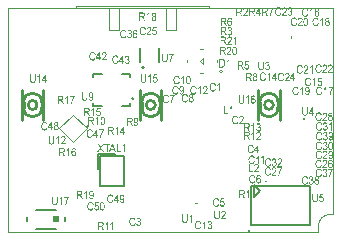
<source format=gbr>
%TF.GenerationSoftware,KiCad,Pcbnew,7.0.10*%
%TF.CreationDate,2024-02-12T16:24:20-08:00*%
%TF.ProjectId,beeper-design,62656570-6572-42d6-9465-7369676e2e6b,rev?*%
%TF.SameCoordinates,Original*%
%TF.FileFunction,Legend,Top*%
%TF.FilePolarity,Positive*%
%FSLAX46Y46*%
G04 Gerber Fmt 4.6, Leading zero omitted, Abs format (unit mm)*
G04 Created by KiCad (PCBNEW 7.0.10) date 2024-02-12 16:24:20*
%MOMM*%
%LPD*%
G01*
G04 APERTURE LIST*
%ADD10C,0.100000*%
%ADD11C,0.152000*%
%ADD12C,0.200000*%
%ADD13C,0.150000*%
%ADD14C,0.254000*%
%ADD15C,0.180000*%
%ADD16C,0.076200*%
%TA.AperFunction,Profile*%
%ADD17C,0.050000*%
%TD*%
G04 APERTURE END LIST*
D10*
G36*
X137113968Y-98919338D02*
G01*
X137123608Y-98919561D01*
X137132946Y-98919932D01*
X137141982Y-98920450D01*
X137150715Y-98921118D01*
X137159146Y-98921933D01*
X137167274Y-98922897D01*
X137175101Y-98924009D01*
X137182625Y-98925269D01*
X137189847Y-98926677D01*
X137196767Y-98928234D01*
X137203384Y-98929939D01*
X137209699Y-98931793D01*
X137215712Y-98933794D01*
X137221423Y-98935944D01*
X137226832Y-98938242D01*
X137234568Y-98942025D01*
X137242006Y-98946322D01*
X137249145Y-98951133D01*
X137255985Y-98956458D01*
X137262526Y-98962297D01*
X137268769Y-98968650D01*
X137274713Y-98975517D01*
X137280357Y-98982897D01*
X137285703Y-98990792D01*
X137290751Y-98999200D01*
X137293949Y-99005091D01*
X137297002Y-99011115D01*
X137299857Y-99017217D01*
X137302516Y-99023398D01*
X137304977Y-99029658D01*
X137307242Y-99035996D01*
X137309309Y-99042413D01*
X137311180Y-99048910D01*
X137312854Y-99055485D01*
X137314331Y-99062138D01*
X137315611Y-99068871D01*
X137316694Y-99075683D01*
X137317580Y-99082573D01*
X137318269Y-99089542D01*
X137318762Y-99096590D01*
X137319057Y-99103716D01*
X137319155Y-99110922D01*
X137318993Y-99120190D01*
X137318505Y-99129274D01*
X137317692Y-99138174D01*
X137316554Y-99146890D01*
X137315091Y-99155421D01*
X137313303Y-99163767D01*
X137311189Y-99171930D01*
X137308751Y-99179908D01*
X137305987Y-99187702D01*
X137302898Y-99195311D01*
X137299484Y-99202737D01*
X137295745Y-99209977D01*
X137291680Y-99217034D01*
X137287291Y-99223906D01*
X137282576Y-99230594D01*
X137277536Y-99237098D01*
X137272157Y-99243363D01*
X137266424Y-99249335D01*
X137260337Y-99255015D01*
X137253897Y-99260403D01*
X137247102Y-99265498D01*
X137239954Y-99270300D01*
X137232452Y-99274810D01*
X137224597Y-99279028D01*
X137216387Y-99282953D01*
X137207824Y-99286585D01*
X137198907Y-99289925D01*
X137189636Y-99292973D01*
X137180012Y-99295728D01*
X137170034Y-99298190D01*
X137159702Y-99300360D01*
X137149016Y-99302237D01*
X137154843Y-99305695D01*
X137160400Y-99309143D01*
X137165686Y-99312583D01*
X137172314Y-99317155D01*
X137178461Y-99321711D01*
X137184127Y-99326251D01*
X137189312Y-99330775D01*
X137194017Y-99335283D01*
X137197229Y-99338654D01*
X137201593Y-99343594D01*
X137205928Y-99348671D01*
X137210235Y-99353885D01*
X137214513Y-99359234D01*
X137218762Y-99364720D01*
X137222982Y-99370342D01*
X137227174Y-99376100D01*
X137231338Y-99381995D01*
X137235473Y-99388025D01*
X137239579Y-99394192D01*
X137243656Y-99400495D01*
X137247705Y-99406935D01*
X137251725Y-99413511D01*
X137255717Y-99420222D01*
X137259680Y-99427071D01*
X137263615Y-99434055D01*
X137368688Y-99630500D01*
X137268011Y-99630500D01*
X137188143Y-99480388D01*
X137183814Y-99472386D01*
X137179580Y-99464624D01*
X137175442Y-99457101D01*
X137171401Y-99449816D01*
X137167455Y-99442771D01*
X137163606Y-99435965D01*
X137159853Y-99429398D01*
X137156197Y-99423070D01*
X137152636Y-99416981D01*
X137149171Y-99411132D01*
X137145803Y-99405521D01*
X137140931Y-99397553D01*
X137136275Y-99390124D01*
X137131836Y-99383232D01*
X137130404Y-99381054D01*
X137126187Y-99374771D01*
X137122051Y-99368873D01*
X137117998Y-99363359D01*
X137114028Y-99358230D01*
X137108862Y-99351989D01*
X137103843Y-99346433D01*
X137098970Y-99341560D01*
X137094244Y-99337371D01*
X137089665Y-99333867D01*
X137084063Y-99330101D01*
X137078433Y-99326711D01*
X137072775Y-99323696D01*
X137067088Y-99321057D01*
X137061372Y-99318794D01*
X137055627Y-99316906D01*
X137053321Y-99316257D01*
X137046531Y-99315058D01*
X137040668Y-99314381D01*
X137033961Y-99313855D01*
X137027986Y-99313543D01*
X137021472Y-99313326D01*
X137014417Y-99313206D01*
X137008772Y-99313179D01*
X136916008Y-99313179D01*
X136916008Y-99630500D01*
X136836141Y-99630500D01*
X136836141Y-99006801D01*
X136916008Y-99006801D01*
X136916008Y-99225643D01*
X137087906Y-99225643D01*
X137094664Y-99225594D01*
X137101235Y-99225450D01*
X137107619Y-99225210D01*
X137113817Y-99224873D01*
X137119829Y-99224440D01*
X137128496Y-99223611D01*
X137136743Y-99222565D01*
X137144570Y-99221303D01*
X137151977Y-99219824D01*
X137158964Y-99218129D01*
X137165532Y-99216218D01*
X137171680Y-99214090D01*
X137173635Y-99213333D01*
X137179303Y-99210863D01*
X137184711Y-99208135D01*
X137191516Y-99204096D01*
X137197858Y-99199598D01*
X137203739Y-99194640D01*
X137209156Y-99189222D01*
X137214111Y-99183345D01*
X137218604Y-99177008D01*
X137220677Y-99173668D01*
X137224455Y-99166754D01*
X137227729Y-99159691D01*
X137230500Y-99152478D01*
X137232767Y-99145116D01*
X137234530Y-99137604D01*
X137235789Y-99129942D01*
X137236545Y-99122131D01*
X137236797Y-99114170D01*
X137236522Y-99105532D01*
X137235699Y-99097186D01*
X137234328Y-99089131D01*
X137232407Y-99081368D01*
X137229938Y-99073896D01*
X137226920Y-99066716D01*
X137223354Y-99059827D01*
X137219239Y-99053230D01*
X137214575Y-99046924D01*
X137209362Y-99040910D01*
X137205582Y-99037063D01*
X137199439Y-99031655D01*
X137192660Y-99026778D01*
X137185244Y-99022434D01*
X137177191Y-99018622D01*
X137171470Y-99016376D01*
X137165466Y-99014366D01*
X137159178Y-99012593D01*
X137152608Y-99011057D01*
X137145756Y-99009756D01*
X137138620Y-99008692D01*
X137131202Y-99007865D01*
X137123501Y-99007274D01*
X137115517Y-99006919D01*
X137107250Y-99006801D01*
X136916008Y-99006801D01*
X136836141Y-99006801D01*
X136836141Y-98919264D01*
X137104026Y-98919264D01*
X137113968Y-98919338D01*
G37*
G36*
X137690356Y-99630500D02*
G01*
X137616204Y-99630500D01*
X137616204Y-99076215D01*
X137611028Y-99081826D01*
X137605559Y-99087441D01*
X137599797Y-99093058D01*
X137593741Y-99098679D01*
X137587391Y-99104302D01*
X137580747Y-99109929D01*
X137573810Y-99115558D01*
X137566579Y-99121191D01*
X137561596Y-99124947D01*
X137556482Y-99128705D01*
X137551237Y-99132465D01*
X137545862Y-99136225D01*
X137540456Y-99139907D01*
X137535120Y-99143473D01*
X137529854Y-99146922D01*
X137524658Y-99150255D01*
X137516995Y-99155037D01*
X137509489Y-99159558D01*
X137502140Y-99163817D01*
X137494948Y-99167815D01*
X137487914Y-99171551D01*
X137481036Y-99175025D01*
X137474316Y-99178239D01*
X137467753Y-99181190D01*
X137467753Y-99097073D01*
X137475477Y-99092721D01*
X137483078Y-99088257D01*
X137490557Y-99083681D01*
X137497914Y-99078993D01*
X137505148Y-99074193D01*
X137512259Y-99069280D01*
X137519248Y-99064255D01*
X137526115Y-99059118D01*
X137532859Y-99053868D01*
X137539480Y-99048507D01*
X137545979Y-99043033D01*
X137552355Y-99037447D01*
X137558609Y-99031749D01*
X137564741Y-99025939D01*
X137570750Y-99020016D01*
X137576636Y-99013982D01*
X137582355Y-99007882D01*
X137587861Y-99001805D01*
X137593153Y-98995753D01*
X137598233Y-98989725D01*
X137603100Y-98983721D01*
X137607754Y-98977741D01*
X137612195Y-98971786D01*
X137616423Y-98965854D01*
X137620438Y-98959946D01*
X137624241Y-98954062D01*
X137627830Y-98948202D01*
X137631206Y-98942367D01*
X137634369Y-98936555D01*
X137638715Y-98927883D01*
X137642582Y-98919264D01*
X137690356Y-98919264D01*
X137690356Y-99630500D01*
G37*
G36*
X138084827Y-98919467D02*
G01*
X138094373Y-98920074D01*
X138103676Y-98921086D01*
X138112737Y-98922502D01*
X138121555Y-98924323D01*
X138130130Y-98926549D01*
X138138463Y-98929180D01*
X138146552Y-98932215D01*
X138154399Y-98935655D01*
X138162004Y-98939500D01*
X138169365Y-98943750D01*
X138176484Y-98948404D01*
X138183361Y-98953463D01*
X138189994Y-98958927D01*
X138196385Y-98964795D01*
X138202533Y-98971068D01*
X138208371Y-98977632D01*
X138213833Y-98984372D01*
X138218918Y-98991288D01*
X138223626Y-98998381D01*
X138227958Y-99005650D01*
X138231913Y-99013095D01*
X138235491Y-99020716D01*
X138238693Y-99028514D01*
X138241518Y-99036488D01*
X138243966Y-99044639D01*
X138246038Y-99052966D01*
X138247733Y-99061469D01*
X138249051Y-99070148D01*
X138249993Y-99079004D01*
X138250558Y-99088036D01*
X138250746Y-99097244D01*
X138250552Y-99106017D01*
X138249968Y-99114577D01*
X138248996Y-99122923D01*
X138247635Y-99131056D01*
X138245884Y-99138976D01*
X138243745Y-99146682D01*
X138241217Y-99154175D01*
X138238299Y-99161454D01*
X138234993Y-99168520D01*
X138231298Y-99175373D01*
X138228618Y-99179823D01*
X138224294Y-99186253D01*
X138219566Y-99192401D01*
X138214433Y-99198266D01*
X138208896Y-99203849D01*
X138202955Y-99209150D01*
X138196609Y-99214168D01*
X138189858Y-99218903D01*
X138182703Y-99223356D01*
X138175144Y-99227526D01*
X138167180Y-99231414D01*
X138161647Y-99233849D01*
X138168503Y-99236689D01*
X138175152Y-99239740D01*
X138181592Y-99242999D01*
X138187823Y-99246469D01*
X138193847Y-99250148D01*
X138199662Y-99254037D01*
X138205268Y-99258136D01*
X138210666Y-99262444D01*
X138215856Y-99266962D01*
X138220837Y-99271690D01*
X138225610Y-99276627D01*
X138230175Y-99281774D01*
X138234531Y-99287131D01*
X138238679Y-99292698D01*
X138242619Y-99298474D01*
X138246350Y-99304460D01*
X138249864Y-99310624D01*
X138253151Y-99316935D01*
X138256211Y-99323393D01*
X138259045Y-99329998D01*
X138261651Y-99336750D01*
X138264032Y-99343649D01*
X138266185Y-99350695D01*
X138268112Y-99357888D01*
X138269812Y-99365228D01*
X138271286Y-99372714D01*
X138272533Y-99380348D01*
X138273553Y-99388128D01*
X138274346Y-99396056D01*
X138274913Y-99404130D01*
X138275253Y-99412351D01*
X138275366Y-99420719D01*
X138275152Y-99432293D01*
X138274510Y-99443632D01*
X138273439Y-99454738D01*
X138271941Y-99465610D01*
X138270014Y-99476248D01*
X138267659Y-99486652D01*
X138264875Y-99496823D01*
X138261664Y-99506760D01*
X138258024Y-99516463D01*
X138253957Y-99525933D01*
X138249461Y-99535168D01*
X138244537Y-99544170D01*
X138239184Y-99552939D01*
X138233404Y-99561473D01*
X138227195Y-99569774D01*
X138220558Y-99577841D01*
X138213571Y-99585542D01*
X138206313Y-99592747D01*
X138198784Y-99599455D01*
X138190983Y-99605666D01*
X138182911Y-99611380D01*
X138174568Y-99616598D01*
X138165953Y-99621318D01*
X138157067Y-99625541D01*
X138147910Y-99629268D01*
X138138481Y-99632498D01*
X138128781Y-99635231D01*
X138118809Y-99637467D01*
X138108567Y-99639206D01*
X138098053Y-99640448D01*
X138087267Y-99641193D01*
X138076210Y-99641442D01*
X138065171Y-99641192D01*
X138054403Y-99640445D01*
X138043904Y-99639200D01*
X138033676Y-99637456D01*
X138023717Y-99635214D01*
X138014029Y-99632474D01*
X138004611Y-99629235D01*
X137995464Y-99625499D01*
X137986586Y-99621264D01*
X137977979Y-99616531D01*
X137969642Y-99611299D01*
X137961575Y-99605570D01*
X137953778Y-99599342D01*
X137946252Y-99592616D01*
X137938996Y-99585392D01*
X137932010Y-99577670D01*
X137925373Y-99569554D01*
X137919164Y-99561193D01*
X137913383Y-99552585D01*
X137908031Y-99543732D01*
X137903107Y-99534633D01*
X137898611Y-99525289D01*
X137894543Y-99515698D01*
X137890903Y-99505862D01*
X137887692Y-99495780D01*
X137884909Y-99485453D01*
X137882554Y-99474879D01*
X137880627Y-99464060D01*
X137879128Y-99452995D01*
X137878058Y-99441685D01*
X137877416Y-99430128D01*
X137877201Y-99418326D01*
X137877235Y-99415761D01*
X137953552Y-99415761D01*
X137953785Y-99424574D01*
X137954486Y-99433318D01*
X137955654Y-99441992D01*
X137957289Y-99450596D01*
X137959391Y-99459131D01*
X137961960Y-99467597D01*
X137964996Y-99475993D01*
X137967580Y-99482245D01*
X137968499Y-99484320D01*
X137971457Y-99490408D01*
X137974670Y-99496235D01*
X137978137Y-99501801D01*
X137981860Y-99507105D01*
X137985838Y-99512147D01*
X137990071Y-99516928D01*
X137994559Y-99521448D01*
X137999301Y-99525706D01*
X138004299Y-99529702D01*
X138009552Y-99533437D01*
X138013196Y-99535782D01*
X138018814Y-99539021D01*
X138024511Y-99541941D01*
X138030289Y-99544543D01*
X138036146Y-99546826D01*
X138042084Y-99548790D01*
X138048101Y-99550436D01*
X138054198Y-99551763D01*
X138060374Y-99552772D01*
X138066631Y-99553462D01*
X138072968Y-99553834D01*
X138077236Y-99553905D01*
X138083813Y-99553756D01*
X138090245Y-99553309D01*
X138096531Y-99552565D01*
X138102671Y-99551522D01*
X138108666Y-99550182D01*
X138114516Y-99548543D01*
X138120221Y-99546607D01*
X138125780Y-99544373D01*
X138133845Y-99540464D01*
X138141584Y-99535884D01*
X138148996Y-99530634D01*
X138156080Y-99524714D01*
X138162837Y-99518124D01*
X138165017Y-99515779D01*
X138169205Y-99510911D01*
X138174981Y-99503306D01*
X138180148Y-99495337D01*
X138184708Y-99487005D01*
X138188659Y-99478309D01*
X138192003Y-99469249D01*
X138194738Y-99459826D01*
X138196866Y-99450039D01*
X138197947Y-99443313D01*
X138198758Y-99436424D01*
X138199298Y-99429375D01*
X138199568Y-99422163D01*
X138199602Y-99418497D01*
X138199462Y-99411098D01*
X138199043Y-99403860D01*
X138198345Y-99396784D01*
X138197367Y-99389870D01*
X138196110Y-99383117D01*
X138193701Y-99373291D01*
X138190663Y-99363829D01*
X138186996Y-99354730D01*
X138182701Y-99345995D01*
X138177778Y-99337624D01*
X138174146Y-99332245D01*
X138170235Y-99327028D01*
X138166045Y-99321972D01*
X138163845Y-99319505D01*
X138159324Y-99314764D01*
X138154663Y-99310329D01*
X138149862Y-99306199D01*
X138144922Y-99302376D01*
X138139842Y-99298858D01*
X138134623Y-99295647D01*
X138129263Y-99292741D01*
X138123765Y-99290141D01*
X138118126Y-99287847D01*
X138112348Y-99285859D01*
X138106430Y-99284176D01*
X138100372Y-99282800D01*
X138094175Y-99281729D01*
X138087838Y-99280965D01*
X138081361Y-99280506D01*
X138074745Y-99280353D01*
X138068275Y-99280505D01*
X138061945Y-99280959D01*
X138055755Y-99281717D01*
X138049704Y-99282779D01*
X138043793Y-99284143D01*
X138038022Y-99285811D01*
X138032390Y-99287781D01*
X138024204Y-99291306D01*
X138016333Y-99295513D01*
X138008776Y-99300402D01*
X138001533Y-99305974D01*
X137994604Y-99312227D01*
X137990160Y-99316775D01*
X137987990Y-99319163D01*
X137983820Y-99324069D01*
X137978069Y-99331710D01*
X137972923Y-99339690D01*
X137968383Y-99348010D01*
X137964448Y-99356670D01*
X137961119Y-99365670D01*
X137958395Y-99375009D01*
X137956276Y-99384688D01*
X137954762Y-99394706D01*
X137954090Y-99401573D01*
X137953686Y-99408592D01*
X137953552Y-99415761D01*
X137877235Y-99415761D01*
X137877318Y-99409526D01*
X137877669Y-99400908D01*
X137878252Y-99392472D01*
X137879070Y-99384217D01*
X137880121Y-99376144D01*
X137881405Y-99368253D01*
X137882924Y-99360543D01*
X137884675Y-99353015D01*
X137886660Y-99345669D01*
X137888879Y-99338504D01*
X137891332Y-99331521D01*
X137894018Y-99324720D01*
X137896937Y-99318100D01*
X137900090Y-99311662D01*
X137903477Y-99305405D01*
X137907097Y-99299331D01*
X137910933Y-99293445D01*
X137914967Y-99287798D01*
X137919199Y-99282391D01*
X137923629Y-99277222D01*
X137928257Y-99272293D01*
X137933083Y-99267602D01*
X137938108Y-99263151D01*
X137943330Y-99258939D01*
X137948751Y-99254966D01*
X137954369Y-99251232D01*
X137960186Y-99247737D01*
X137966200Y-99244481D01*
X137972413Y-99241465D01*
X137978824Y-99238687D01*
X137985433Y-99236149D01*
X137992240Y-99233849D01*
X137986563Y-99231413D01*
X137981073Y-99228848D01*
X137973187Y-99224761D01*
X137965721Y-99220385D01*
X137958676Y-99215721D01*
X137952050Y-99210768D01*
X137945844Y-99205527D01*
X137940058Y-99199997D01*
X137934691Y-99194179D01*
X137929745Y-99188072D01*
X137925218Y-99181677D01*
X137923803Y-99179481D01*
X137919822Y-99172723D01*
X137916233Y-99165722D01*
X137913035Y-99158478D01*
X137910229Y-99150990D01*
X137907815Y-99143259D01*
X137905792Y-99135284D01*
X137904160Y-99127066D01*
X137902920Y-99118605D01*
X137902072Y-99109900D01*
X137901615Y-99100951D01*
X137901565Y-99097415D01*
X137977439Y-99097415D01*
X137977681Y-99105166D01*
X137978407Y-99112646D01*
X137979618Y-99119856D01*
X137981313Y-99126795D01*
X137983492Y-99133464D01*
X137986156Y-99139862D01*
X137989304Y-99145990D01*
X137992936Y-99151848D01*
X137997052Y-99157435D01*
X138001653Y-99162751D01*
X138004989Y-99166145D01*
X138010327Y-99170911D01*
X138015953Y-99175209D01*
X138021867Y-99179038D01*
X138028070Y-99182398D01*
X138034562Y-99185289D01*
X138041342Y-99187711D01*
X138048410Y-99189665D01*
X138055767Y-99191149D01*
X138063413Y-99192165D01*
X138071347Y-99192712D01*
X138076797Y-99192816D01*
X138084685Y-99192583D01*
X138092302Y-99191885D01*
X138099650Y-99190720D01*
X138106726Y-99189090D01*
X138113533Y-99186993D01*
X138120068Y-99184431D01*
X138126334Y-99181404D01*
X138132328Y-99177910D01*
X138138053Y-99173950D01*
X138143506Y-99169525D01*
X138146992Y-99166316D01*
X138151889Y-99161242D01*
X138156305Y-99155958D01*
X138160239Y-99150463D01*
X138163691Y-99144758D01*
X138166662Y-99138842D01*
X138169873Y-99130628D01*
X138172228Y-99122039D01*
X138173727Y-99113077D01*
X138174289Y-99106109D01*
X138174396Y-99101347D01*
X138174148Y-99093959D01*
X138173402Y-99086796D01*
X138172159Y-99079858D01*
X138170419Y-99073145D01*
X138168182Y-99066658D01*
X138165447Y-99060397D01*
X138162216Y-99054361D01*
X138158487Y-99048550D01*
X138154261Y-99042964D01*
X138149538Y-99037604D01*
X138146113Y-99034156D01*
X138140715Y-99029267D01*
X138135072Y-99024860D01*
X138129185Y-99020933D01*
X138123052Y-99017487D01*
X138116676Y-99014521D01*
X138110054Y-99012037D01*
X138103188Y-99010033D01*
X138096077Y-99008511D01*
X138088721Y-99007469D01*
X138081120Y-99006908D01*
X138075917Y-99006801D01*
X138068076Y-99007035D01*
X138060491Y-99007739D01*
X138053160Y-99008911D01*
X138046084Y-99010552D01*
X138039263Y-99012661D01*
X138032697Y-99015240D01*
X138026387Y-99018287D01*
X138020331Y-99021804D01*
X138014530Y-99025789D01*
X138008984Y-99030243D01*
X138005429Y-99033472D01*
X138000427Y-99038566D01*
X137995917Y-99043847D01*
X137991898Y-99049313D01*
X137988372Y-99054966D01*
X137984436Y-99062794D01*
X137981375Y-99070952D01*
X137979188Y-99079442D01*
X137977876Y-99088263D01*
X137977466Y-99095096D01*
X137977439Y-99097415D01*
X137901565Y-99097415D01*
X137901528Y-99094851D01*
X137901713Y-99085647D01*
X137902268Y-99076629D01*
X137903192Y-99067797D01*
X137904486Y-99059150D01*
X137906150Y-99050689D01*
X137908184Y-99042413D01*
X137910588Y-99034324D01*
X137913362Y-99026420D01*
X137916505Y-99018701D01*
X137920018Y-99011169D01*
X137923901Y-99003822D01*
X137928154Y-98996660D01*
X137932776Y-98989685D01*
X137937768Y-98982895D01*
X137943130Y-98976290D01*
X137948862Y-98969871D01*
X137954919Y-98963743D01*
X137961220Y-98958010D01*
X137967765Y-98952673D01*
X137974554Y-98947731D01*
X137981586Y-98943184D01*
X137988862Y-98939033D01*
X137996383Y-98935277D01*
X138004147Y-98931916D01*
X138012155Y-98928951D01*
X138020406Y-98926381D01*
X138028902Y-98924206D01*
X138037641Y-98922427D01*
X138046625Y-98921043D01*
X138055852Y-98920055D01*
X138065323Y-98919462D01*
X138075038Y-98919264D01*
X138084827Y-98919467D01*
G37*
G36*
X135665959Y-100848148D02*
G01*
X135745973Y-100871229D01*
X135744359Y-100878494D01*
X135742666Y-100885651D01*
X135740894Y-100892699D01*
X135739044Y-100899639D01*
X135737116Y-100906470D01*
X135735109Y-100913193D01*
X135733024Y-100919807D01*
X135730861Y-100926313D01*
X135728619Y-100932710D01*
X135726298Y-100938999D01*
X135721422Y-100951251D01*
X135716232Y-100963068D01*
X135710729Y-100974452D01*
X135704912Y-100985401D01*
X135698781Y-100995917D01*
X135692336Y-101005998D01*
X135685578Y-101015645D01*
X135678506Y-101024858D01*
X135671120Y-101033637D01*
X135663421Y-101041982D01*
X135655408Y-101049892D01*
X135647142Y-101057346D01*
X135638649Y-101064318D01*
X135629928Y-101070809D01*
X135620979Y-101076820D01*
X135611802Y-101082350D01*
X135602397Y-101087399D01*
X135592765Y-101091967D01*
X135582904Y-101096054D01*
X135572816Y-101099661D01*
X135562500Y-101102786D01*
X135551956Y-101105431D01*
X135541185Y-101107595D01*
X135530185Y-101109278D01*
X135518958Y-101110480D01*
X135507503Y-101111201D01*
X135495820Y-101111442D01*
X135489746Y-101111396D01*
X135483744Y-101111259D01*
X135477813Y-101111031D01*
X135471953Y-101110712D01*
X135460448Y-101109801D01*
X135449227Y-101108524D01*
X135438292Y-101106883D01*
X135427642Y-101104878D01*
X135417276Y-101102508D01*
X135407196Y-101099773D01*
X135397401Y-101096673D01*
X135387891Y-101093209D01*
X135378666Y-101089380D01*
X135369726Y-101085187D01*
X135361071Y-101080629D01*
X135352702Y-101075706D01*
X135344617Y-101070419D01*
X135336818Y-101064767D01*
X135329293Y-101058769D01*
X135321996Y-101052446D01*
X135314927Y-101045797D01*
X135308085Y-101038822D01*
X135301472Y-101031521D01*
X135295086Y-101023894D01*
X135288929Y-101015941D01*
X135282999Y-101007663D01*
X135277297Y-100999058D01*
X135271822Y-100990128D01*
X135266576Y-100980871D01*
X135261557Y-100971289D01*
X135256766Y-100961381D01*
X135252203Y-100951147D01*
X135247868Y-100940586D01*
X135243761Y-100929700D01*
X135239893Y-100918579D01*
X135236274Y-100907357D01*
X135232904Y-100896033D01*
X135229784Y-100884607D01*
X135226914Y-100873080D01*
X135224293Y-100861451D01*
X135221922Y-100849721D01*
X135219801Y-100837890D01*
X135217929Y-100825956D01*
X135216307Y-100813922D01*
X135214934Y-100801786D01*
X135213811Y-100789548D01*
X135212937Y-100777209D01*
X135212313Y-100764768D01*
X135211939Y-100752226D01*
X135211814Y-100739582D01*
X135211849Y-100732685D01*
X135211955Y-100725844D01*
X135212377Y-100712328D01*
X135213082Y-100699034D01*
X135214067Y-100685961D01*
X135215335Y-100673111D01*
X135216884Y-100660482D01*
X135218714Y-100648074D01*
X135220827Y-100635889D01*
X135223221Y-100623925D01*
X135225896Y-100612182D01*
X135228853Y-100600662D01*
X135232092Y-100589363D01*
X135235613Y-100578286D01*
X135239415Y-100567431D01*
X135243499Y-100556798D01*
X135247864Y-100546386D01*
X135252490Y-100536240D01*
X135257353Y-100526404D01*
X135262455Y-100516877D01*
X135267795Y-100507661D01*
X135273372Y-100498755D01*
X135279189Y-100490158D01*
X135285243Y-100481871D01*
X135291535Y-100473894D01*
X135298065Y-100466228D01*
X135304834Y-100458870D01*
X135311841Y-100451823D01*
X135319086Y-100445086D01*
X135326569Y-100438659D01*
X135334290Y-100432541D01*
X135342249Y-100426733D01*
X135350446Y-100421236D01*
X135358833Y-100416039D01*
X135367322Y-100411178D01*
X135375914Y-100406652D01*
X135384610Y-100402461D01*
X135393408Y-100398606D01*
X135402310Y-100395085D01*
X135411314Y-100391900D01*
X135420422Y-100389051D01*
X135429633Y-100386536D01*
X135438946Y-100384357D01*
X135448363Y-100382513D01*
X135457883Y-100381004D01*
X135467505Y-100379831D01*
X135477231Y-100378993D01*
X135487060Y-100378490D01*
X135496992Y-100378322D01*
X135508218Y-100378538D01*
X135519219Y-100379185D01*
X135529994Y-100380264D01*
X135540544Y-100381774D01*
X135550868Y-100383715D01*
X135560966Y-100386088D01*
X135570839Y-100388892D01*
X135580486Y-100392128D01*
X135589908Y-100395795D01*
X135599105Y-100399894D01*
X135608075Y-100404424D01*
X135616821Y-100409385D01*
X135625340Y-100414778D01*
X135633634Y-100420603D01*
X135641703Y-100426858D01*
X135649546Y-100433546D01*
X135657130Y-100440624D01*
X135664421Y-100448054D01*
X135671418Y-100455835D01*
X135678123Y-100463968D01*
X135684534Y-100472451D01*
X135690652Y-100481286D01*
X135696477Y-100490473D01*
X135702010Y-100500010D01*
X135707249Y-100509899D01*
X135712194Y-100520139D01*
X135716847Y-100530731D01*
X135721207Y-100541673D01*
X135725274Y-100552967D01*
X135729047Y-100564613D01*
X135732528Y-100576609D01*
X135735715Y-100588957D01*
X135656873Y-100610158D01*
X135654180Y-100600893D01*
X135651337Y-100591949D01*
X135648345Y-100583326D01*
X135645205Y-100575023D01*
X135641915Y-100567041D01*
X135638477Y-100559379D01*
X135634890Y-100552038D01*
X135631155Y-100545018D01*
X135627270Y-100538318D01*
X135623237Y-100531939D01*
X135619054Y-100525880D01*
X135614723Y-100520142D01*
X135610243Y-100514724D01*
X135605614Y-100509627D01*
X135600837Y-100504851D01*
X135595910Y-100500395D01*
X135590829Y-100496213D01*
X135585588Y-100492300D01*
X135580187Y-100488658D01*
X135574625Y-100485285D01*
X135568903Y-100482183D01*
X135563020Y-100479349D01*
X135556977Y-100476786D01*
X135550774Y-100474493D01*
X135544411Y-100472469D01*
X135537887Y-100470716D01*
X135531204Y-100469232D01*
X135524359Y-100468017D01*
X135517355Y-100467073D01*
X135510190Y-100466399D01*
X135502865Y-100465994D01*
X135495380Y-100465859D01*
X135486750Y-100466008D01*
X135478301Y-100466457D01*
X135470031Y-100467205D01*
X135461940Y-100468252D01*
X135454030Y-100469599D01*
X135446299Y-100471244D01*
X135438748Y-100473189D01*
X135431376Y-100475433D01*
X135424185Y-100477976D01*
X135417173Y-100480819D01*
X135410341Y-100483960D01*
X135403688Y-100487401D01*
X135397216Y-100491141D01*
X135390923Y-100495180D01*
X135384810Y-100499519D01*
X135378876Y-100504156D01*
X135373141Y-100509024D01*
X135367622Y-100514096D01*
X135362319Y-100519373D01*
X135357233Y-100524854D01*
X135352363Y-100530540D01*
X135347710Y-100536429D01*
X135343273Y-100542524D01*
X135339052Y-100548822D01*
X135335048Y-100555325D01*
X135331260Y-100562032D01*
X135327689Y-100568944D01*
X135324334Y-100576060D01*
X135321195Y-100583380D01*
X135318273Y-100590905D01*
X135315567Y-100598634D01*
X135313077Y-100606567D01*
X135310788Y-100614619D01*
X135308646Y-100622702D01*
X135306653Y-100630818D01*
X135304807Y-100638966D01*
X135303108Y-100647146D01*
X135301557Y-100655358D01*
X135300154Y-100663602D01*
X135298899Y-100671878D01*
X135297791Y-100680186D01*
X135296831Y-100688526D01*
X135296019Y-100696898D01*
X135295354Y-100705302D01*
X135294837Y-100713739D01*
X135294468Y-100722207D01*
X135294247Y-100730707D01*
X135294173Y-100739240D01*
X135294260Y-100750159D01*
X135294523Y-100760905D01*
X135294961Y-100771477D01*
X135295574Y-100781876D01*
X135296362Y-100792100D01*
X135297326Y-100802152D01*
X135298464Y-100812029D01*
X135299778Y-100821733D01*
X135301267Y-100831263D01*
X135302931Y-100840620D01*
X135304770Y-100849803D01*
X135306785Y-100858812D01*
X135308974Y-100867648D01*
X135311339Y-100876310D01*
X135313879Y-100884798D01*
X135316594Y-100893113D01*
X135319512Y-100901211D01*
X135322623Y-100909048D01*
X135325928Y-100916625D01*
X135329426Y-100923941D01*
X135333118Y-100930997D01*
X135337003Y-100937792D01*
X135341082Y-100944327D01*
X135345354Y-100950602D01*
X135349820Y-100956616D01*
X135354479Y-100962369D01*
X135359331Y-100967862D01*
X135364377Y-100973095D01*
X135369617Y-100978067D01*
X135375050Y-100982779D01*
X135380677Y-100987230D01*
X135386497Y-100991421D01*
X135392444Y-100995354D01*
X135398454Y-100999034D01*
X135404525Y-101002460D01*
X135410658Y-101005633D01*
X135416853Y-101008551D01*
X135423110Y-101011216D01*
X135429429Y-101013627D01*
X135435809Y-101015784D01*
X135442252Y-101017687D01*
X135448756Y-101019337D01*
X135455322Y-101020733D01*
X135461949Y-101021875D01*
X135468639Y-101022763D01*
X135475390Y-101023397D01*
X135482204Y-101023778D01*
X135489079Y-101023905D01*
X135497405Y-101023732D01*
X135505570Y-101023213D01*
X135513571Y-101022348D01*
X135521410Y-101021137D01*
X135529087Y-101019581D01*
X135536601Y-101017678D01*
X135543952Y-101015429D01*
X135551141Y-101012835D01*
X135558167Y-101009894D01*
X135565030Y-101006608D01*
X135571732Y-101002975D01*
X135578270Y-100998997D01*
X135584646Y-100994672D01*
X135590859Y-100990002D01*
X135596910Y-100984986D01*
X135602798Y-100979624D01*
X135608506Y-100973921D01*
X135613979Y-100967883D01*
X135619217Y-100961510D01*
X135624221Y-100954801D01*
X135628990Y-100947757D01*
X135633525Y-100940378D01*
X135637824Y-100932664D01*
X135641889Y-100924614D01*
X135645719Y-100916229D01*
X135649315Y-100907509D01*
X135652676Y-100898454D01*
X135655802Y-100889063D01*
X135658693Y-100879337D01*
X135661350Y-100869276D01*
X135663772Y-100858879D01*
X135665959Y-100848148D01*
G37*
G36*
X135811333Y-100914484D02*
G01*
X135885485Y-100903542D01*
X135887148Y-100911395D01*
X135888951Y-100918969D01*
X135890894Y-100926264D01*
X135892977Y-100933280D01*
X135895199Y-100940017D01*
X135897561Y-100946474D01*
X135901366Y-100955637D01*
X135905485Y-100964172D01*
X135909918Y-100972078D01*
X135914666Y-100979357D01*
X135919727Y-100986007D01*
X135925104Y-100992029D01*
X135928862Y-100995695D01*
X135934750Y-101000736D01*
X135940872Y-101005282D01*
X135947228Y-101009332D01*
X135953819Y-101012885D01*
X135960644Y-101015943D01*
X135967703Y-101018505D01*
X135974997Y-101020572D01*
X135982525Y-101022142D01*
X135990288Y-101023216D01*
X135998285Y-101023795D01*
X136003747Y-101023905D01*
X136010241Y-101023747D01*
X136016607Y-101023274D01*
X136022844Y-101022486D01*
X136028953Y-101021383D01*
X136034934Y-101019965D01*
X136040787Y-101018231D01*
X136046511Y-101016182D01*
X136052107Y-101013818D01*
X136057575Y-101011138D01*
X136062915Y-101008144D01*
X136068126Y-101004834D01*
X136073210Y-101001209D01*
X136078165Y-100997268D01*
X136082992Y-100993013D01*
X136087690Y-100988442D01*
X136092261Y-100983556D01*
X136096626Y-100978416D01*
X136100710Y-100973124D01*
X136104512Y-100967682D01*
X136108033Y-100962089D01*
X136111272Y-100956344D01*
X136115602Y-100947445D01*
X136119298Y-100938206D01*
X136122361Y-100928628D01*
X136124051Y-100922053D01*
X136125459Y-100915328D01*
X136126586Y-100908452D01*
X136127431Y-100901425D01*
X136127994Y-100894247D01*
X136128276Y-100886918D01*
X136128311Y-100883197D01*
X136128180Y-100876137D01*
X136127789Y-100869233D01*
X136126712Y-100859171D01*
X136125048Y-100849460D01*
X136122797Y-100840101D01*
X136119958Y-100831094D01*
X136116532Y-100822438D01*
X136112518Y-100814133D01*
X136107918Y-100806181D01*
X136102730Y-100798580D01*
X136096954Y-100791330D01*
X136094899Y-100788992D01*
X136088474Y-100782331D01*
X136081730Y-100776326D01*
X136074667Y-100770975D01*
X136067284Y-100766280D01*
X136059582Y-100762240D01*
X136051560Y-100758855D01*
X136043219Y-100756125D01*
X136037481Y-100754669D01*
X136031601Y-100753504D01*
X136025578Y-100752631D01*
X136019414Y-100752048D01*
X136013108Y-100751757D01*
X136009902Y-100751721D01*
X136003099Y-100751954D01*
X135995788Y-100752656D01*
X135989574Y-100753553D01*
X135983034Y-100754750D01*
X135976170Y-100756246D01*
X135968980Y-100758041D01*
X135961465Y-100760136D01*
X135957585Y-100761295D01*
X135965938Y-100673758D01*
X135971817Y-100674343D01*
X135977809Y-100674613D01*
X135983689Y-100674516D01*
X135992372Y-100674004D01*
X136000889Y-100673053D01*
X136009243Y-100671664D01*
X136017431Y-100669835D01*
X136025454Y-100667568D01*
X136033313Y-100664863D01*
X136041006Y-100661718D01*
X136048535Y-100658135D01*
X136055899Y-100654113D01*
X136063098Y-100649652D01*
X136069881Y-100644702D01*
X136075997Y-100639277D01*
X136081446Y-100633378D01*
X136086227Y-100627003D01*
X136090341Y-100620154D01*
X136093789Y-100612830D01*
X136096569Y-100605031D01*
X136098681Y-100596758D01*
X136100127Y-100588009D01*
X136100905Y-100578786D01*
X136101053Y-100572373D01*
X136100810Y-100564742D01*
X136100080Y-100557363D01*
X136098863Y-100550236D01*
X136097159Y-100543362D01*
X136094968Y-100536740D01*
X136092290Y-100530371D01*
X136089125Y-100524254D01*
X136085474Y-100518389D01*
X136081335Y-100512777D01*
X136076710Y-100507418D01*
X136073356Y-100503985D01*
X136068049Y-100499127D01*
X136062458Y-100494747D01*
X136056584Y-100490844D01*
X136050427Y-100487420D01*
X136043986Y-100484473D01*
X136037261Y-100482004D01*
X136030254Y-100480013D01*
X136022963Y-100478500D01*
X136015389Y-100477465D01*
X136007531Y-100476907D01*
X136002135Y-100476801D01*
X135994156Y-100477041D01*
X135986428Y-100477763D01*
X135978954Y-100478965D01*
X135971731Y-100480648D01*
X135964762Y-100482812D01*
X135958044Y-100485456D01*
X135951579Y-100488582D01*
X135945367Y-100492188D01*
X135939407Y-100496276D01*
X135933699Y-100500844D01*
X135930035Y-100504156D01*
X135924803Y-100509526D01*
X135919935Y-100515376D01*
X135915430Y-100521707D01*
X135911288Y-100528519D01*
X135907510Y-100535812D01*
X135904094Y-100543586D01*
X135901042Y-100551841D01*
X135898353Y-100560576D01*
X135896028Y-100569793D01*
X135894065Y-100579490D01*
X135892959Y-100586222D01*
X135818806Y-100575280D01*
X135820645Y-100564365D01*
X135822754Y-100553762D01*
X135825133Y-100543469D01*
X135827782Y-100533488D01*
X135830702Y-100523818D01*
X135833891Y-100514460D01*
X135837351Y-100505412D01*
X135841081Y-100496676D01*
X135845082Y-100488251D01*
X135849352Y-100480138D01*
X135853893Y-100472335D01*
X135858704Y-100464844D01*
X135863785Y-100457664D01*
X135869136Y-100450795D01*
X135874757Y-100444237D01*
X135880649Y-100437991D01*
X135886767Y-100432090D01*
X135893068Y-100426571D01*
X135899553Y-100421431D01*
X135906221Y-100416673D01*
X135913072Y-100412295D01*
X135920106Y-100408298D01*
X135927324Y-100404682D01*
X135934724Y-100401446D01*
X135942308Y-100398591D01*
X135950075Y-100396116D01*
X135958025Y-100394023D01*
X135966158Y-100392310D01*
X135974475Y-100390977D01*
X135982974Y-100390026D01*
X135991657Y-100389455D01*
X136000523Y-100389264D01*
X136006666Y-100389358D01*
X136012748Y-100389641D01*
X136018770Y-100390112D01*
X136024731Y-100390771D01*
X136030631Y-100391619D01*
X136036470Y-100392654D01*
X136042249Y-100393879D01*
X136050804Y-100396068D01*
X136059222Y-100398681D01*
X136067503Y-100401718D01*
X136075648Y-100405179D01*
X136083656Y-100409063D01*
X136091528Y-100413371D01*
X136099159Y-100418015D01*
X136106445Y-100422972D01*
X136113385Y-100428241D01*
X136119981Y-100433823D01*
X136126231Y-100439718D01*
X136132136Y-100445925D01*
X136137696Y-100452444D01*
X136142911Y-100459277D01*
X136147780Y-100466421D01*
X136152304Y-100473878D01*
X136155129Y-100479024D01*
X136159083Y-100486858D01*
X136162649Y-100494784D01*
X136165826Y-100502799D01*
X136168613Y-100510904D01*
X136171012Y-100519100D01*
X136173022Y-100527385D01*
X136174642Y-100535761D01*
X136175874Y-100544227D01*
X136176717Y-100552783D01*
X136177171Y-100561430D01*
X136177257Y-100567244D01*
X136177073Y-100575478D01*
X136176521Y-100583573D01*
X136175600Y-100591530D01*
X136174310Y-100599349D01*
X136172653Y-100607030D01*
X136170627Y-100614572D01*
X136168232Y-100621976D01*
X136165469Y-100629242D01*
X136162338Y-100636370D01*
X136158839Y-100643359D01*
X136156301Y-100647942D01*
X136152193Y-100654639D01*
X136147727Y-100661075D01*
X136142902Y-100667250D01*
X136137720Y-100673163D01*
X136132179Y-100678814D01*
X136126281Y-100684204D01*
X136120024Y-100689333D01*
X136113409Y-100694200D01*
X136106436Y-100698806D01*
X136099105Y-100703150D01*
X136094019Y-100705901D01*
X136100630Y-100707884D01*
X136107053Y-100710116D01*
X136113288Y-100712597D01*
X136119335Y-100715325D01*
X136125195Y-100718303D01*
X136130866Y-100721528D01*
X136136350Y-100725003D01*
X136141647Y-100728725D01*
X136146755Y-100732696D01*
X136151676Y-100736916D01*
X136156409Y-100741384D01*
X136160954Y-100746100D01*
X136165311Y-100751065D01*
X136169481Y-100756278D01*
X136173463Y-100761740D01*
X136177257Y-100767450D01*
X136180860Y-100773376D01*
X136184230Y-100779487D01*
X136187367Y-100785782D01*
X136190272Y-100792262D01*
X136192945Y-100798926D01*
X136195385Y-100805774D01*
X136197593Y-100812806D01*
X136199569Y-100820023D01*
X136201312Y-100827424D01*
X136202823Y-100835010D01*
X136204101Y-100842780D01*
X136205147Y-100850734D01*
X136205960Y-100858872D01*
X136206541Y-100867195D01*
X136206890Y-100875702D01*
X136207006Y-100884393D01*
X136206780Y-100896162D01*
X136206104Y-100907704D01*
X136204976Y-100919019D01*
X136203397Y-100930107D01*
X136201367Y-100940967D01*
X136198886Y-100951601D01*
X136195954Y-100962007D01*
X136192571Y-100972187D01*
X136188737Y-100982139D01*
X136184452Y-100991864D01*
X136179715Y-101001362D01*
X136174528Y-101010633D01*
X136168889Y-101019677D01*
X136162800Y-101028494D01*
X136156259Y-101037084D01*
X136149267Y-101045447D01*
X136141948Y-101053439D01*
X136134390Y-101060915D01*
X136126593Y-101067875D01*
X136118557Y-101074320D01*
X136110281Y-101080249D01*
X136101766Y-101085663D01*
X136093011Y-101090561D01*
X136084018Y-101094943D01*
X136074785Y-101098810D01*
X136065312Y-101102161D01*
X136055601Y-101104997D01*
X136045650Y-101107317D01*
X136035460Y-101109121D01*
X136025031Y-101110410D01*
X136014362Y-101111184D01*
X136003454Y-101111442D01*
X135993613Y-101111227D01*
X135983982Y-101110584D01*
X135974562Y-101109512D01*
X135965352Y-101108011D01*
X135956353Y-101106082D01*
X135947565Y-101103724D01*
X135938988Y-101100937D01*
X135930621Y-101097721D01*
X135922465Y-101094077D01*
X135914519Y-101090004D01*
X135906784Y-101085502D01*
X135899260Y-101080571D01*
X135891946Y-101075211D01*
X135884844Y-101069423D01*
X135877951Y-101063206D01*
X135871270Y-101056560D01*
X135864888Y-101049574D01*
X135858857Y-101042335D01*
X135853178Y-101034844D01*
X135847850Y-101027100D01*
X135842874Y-101019104D01*
X135838249Y-101010855D01*
X135833976Y-101002354D01*
X135830054Y-100993601D01*
X135826483Y-100984595D01*
X135823265Y-100975336D01*
X135820397Y-100965825D01*
X135817881Y-100956062D01*
X135815717Y-100946046D01*
X135813904Y-100935778D01*
X135812443Y-100925257D01*
X135811333Y-100914484D01*
G37*
G36*
X136500417Y-100389457D02*
G01*
X136509034Y-100390036D01*
X136517449Y-100391001D01*
X136525661Y-100392352D01*
X136533670Y-100394090D01*
X136541476Y-100396213D01*
X136549080Y-100398722D01*
X136556481Y-100401617D01*
X136563679Y-100404898D01*
X136570675Y-100408565D01*
X136577468Y-100412618D01*
X136584059Y-100417058D01*
X136590447Y-100421883D01*
X136596632Y-100427094D01*
X136602615Y-100432691D01*
X136608395Y-100438675D01*
X136613949Y-100444999D01*
X136619218Y-100451618D01*
X136624203Y-100458532D01*
X136628902Y-100465741D01*
X136633316Y-100473246D01*
X136637445Y-100481046D01*
X136641289Y-100489141D01*
X136644848Y-100497531D01*
X136648122Y-100506216D01*
X136651111Y-100515197D01*
X136653814Y-100524473D01*
X136656233Y-100534044D01*
X136658366Y-100543910D01*
X136660215Y-100554071D01*
X136661778Y-100564528D01*
X136663056Y-100575280D01*
X136589344Y-100586222D01*
X136587404Y-100577039D01*
X136585324Y-100568340D01*
X136583101Y-100560125D01*
X136580737Y-100552394D01*
X136578230Y-100545146D01*
X136575583Y-100538383D01*
X136572793Y-100532103D01*
X136568854Y-100524483D01*
X136564662Y-100517723D01*
X136561354Y-100513218D01*
X136555571Y-100506710D01*
X136549543Y-100500842D01*
X136543271Y-100495614D01*
X136536754Y-100491026D01*
X136529993Y-100487079D01*
X136522987Y-100483771D01*
X136515736Y-100481104D01*
X136508240Y-100479077D01*
X136500499Y-100477690D01*
X136492514Y-100476943D01*
X136487055Y-100476801D01*
X136480481Y-100476987D01*
X136474060Y-100477546D01*
X136467790Y-100478478D01*
X136461673Y-100479782D01*
X136455707Y-100481459D01*
X136449894Y-100483509D01*
X136444232Y-100485931D01*
X136438722Y-100488726D01*
X136433365Y-100491894D01*
X136428159Y-100495434D01*
X136424773Y-100498001D01*
X136418336Y-100503321D01*
X136412159Y-100509085D01*
X136406242Y-100515294D01*
X136400586Y-100521948D01*
X136395190Y-100529046D01*
X136390054Y-100536590D01*
X136385178Y-100544578D01*
X136380562Y-100553011D01*
X136376206Y-100561889D01*
X136373447Y-100568054D01*
X136370804Y-100574417D01*
X136369525Y-100577673D01*
X136367091Y-100584418D01*
X136364806Y-100591573D01*
X136362671Y-100599137D01*
X136360687Y-100607112D01*
X136358852Y-100615497D01*
X136357167Y-100624292D01*
X136355633Y-100633497D01*
X136354248Y-100643112D01*
X136353013Y-100653137D01*
X136351928Y-100663572D01*
X136350993Y-100674418D01*
X136350209Y-100685673D01*
X136349574Y-100697338D01*
X136349089Y-100709414D01*
X136348754Y-100721899D01*
X136348569Y-100734795D01*
X136351968Y-100728928D01*
X136355459Y-100723254D01*
X136359043Y-100717772D01*
X136364593Y-100709911D01*
X136370352Y-100702481D01*
X136376319Y-100695485D01*
X136382495Y-100688921D01*
X136388880Y-100682790D01*
X136395473Y-100677092D01*
X136402275Y-100671827D01*
X136409285Y-100666994D01*
X136414075Y-100664013D01*
X136421388Y-100659888D01*
X136428762Y-100656169D01*
X136436198Y-100652856D01*
X136443696Y-100649948D01*
X136451255Y-100647446D01*
X136458877Y-100645350D01*
X136466560Y-100643659D01*
X136474305Y-100642375D01*
X136482112Y-100641496D01*
X136489981Y-100641022D01*
X136495261Y-100640932D01*
X136504445Y-100641182D01*
X136513456Y-100641931D01*
X136522296Y-100643180D01*
X136530964Y-100644929D01*
X136539460Y-100647177D01*
X136547784Y-100649924D01*
X136555937Y-100653171D01*
X136563918Y-100656918D01*
X136571727Y-100661164D01*
X136579365Y-100665910D01*
X136586831Y-100671155D01*
X136594125Y-100676900D01*
X136601247Y-100683144D01*
X136608198Y-100689888D01*
X136614977Y-100697132D01*
X136621584Y-100704875D01*
X136627901Y-100712993D01*
X136633811Y-100721403D01*
X136639314Y-100730106D01*
X136644408Y-100739101D01*
X136649095Y-100748389D01*
X136653375Y-100757969D01*
X136657247Y-100767842D01*
X136660712Y-100778007D01*
X136663768Y-100788465D01*
X136666418Y-100799216D01*
X136668659Y-100810259D01*
X136670493Y-100821594D01*
X136671920Y-100833222D01*
X136672939Y-100845142D01*
X136673550Y-100857355D01*
X136673754Y-100869861D01*
X136673658Y-100878138D01*
X136673369Y-100886344D01*
X136672889Y-100894477D01*
X136672215Y-100902538D01*
X136671350Y-100910526D01*
X136670292Y-100918443D01*
X136669042Y-100926288D01*
X136667599Y-100934060D01*
X136665964Y-100941761D01*
X136664137Y-100949389D01*
X136662117Y-100956945D01*
X136659906Y-100964429D01*
X136657501Y-100971841D01*
X136654905Y-100979180D01*
X136652116Y-100986448D01*
X136649134Y-100993643D01*
X136646003Y-101000677D01*
X136642728Y-101007503D01*
X136639308Y-101014120D01*
X136635744Y-101020528D01*
X136632036Y-101026729D01*
X136628183Y-101032721D01*
X136624186Y-101038504D01*
X136620045Y-101044079D01*
X136615760Y-101049446D01*
X136611330Y-101054605D01*
X136606756Y-101059555D01*
X136602038Y-101064297D01*
X136597176Y-101068830D01*
X136592169Y-101073155D01*
X136587019Y-101077272D01*
X136581723Y-101081180D01*
X136576329Y-101084844D01*
X136570845Y-101088272D01*
X136565270Y-101091464D01*
X136559604Y-101094419D01*
X136553848Y-101097138D01*
X136548002Y-101099621D01*
X136542065Y-101101867D01*
X136536038Y-101103876D01*
X136529920Y-101105649D01*
X136523712Y-101107186D01*
X136517413Y-101108486D01*
X136511024Y-101109550D01*
X136504545Y-101110378D01*
X136497975Y-101110969D01*
X136491314Y-101111323D01*
X136484564Y-101111442D01*
X136473119Y-101111130D01*
X136461941Y-101110194D01*
X136451028Y-101108635D01*
X136440380Y-101106451D01*
X136429998Y-101103644D01*
X136419882Y-101100214D01*
X136410031Y-101096159D01*
X136400446Y-101091481D01*
X136391127Y-101086179D01*
X136382073Y-101080253D01*
X136373285Y-101073703D01*
X136364762Y-101066530D01*
X136356506Y-101058733D01*
X136348514Y-101050312D01*
X136340789Y-101041267D01*
X136333328Y-101031599D01*
X136326248Y-101021214D01*
X136319624Y-101010022D01*
X136316484Y-101004122D01*
X136313457Y-100998021D01*
X136310545Y-100991718D01*
X136307747Y-100985212D01*
X136305063Y-100978505D01*
X136302494Y-100971595D01*
X136300038Y-100964484D01*
X136297697Y-100957171D01*
X136295470Y-100949655D01*
X136293358Y-100941938D01*
X136291359Y-100934018D01*
X136289475Y-100925896D01*
X136287704Y-100917573D01*
X136286049Y-100909047D01*
X136284507Y-100900320D01*
X136283079Y-100891390D01*
X136281766Y-100882258D01*
X136280567Y-100872924D01*
X136280063Y-100868493D01*
X136360146Y-100868493D01*
X136360289Y-100876157D01*
X136360718Y-100883760D01*
X136361433Y-100891304D01*
X136362434Y-100898787D01*
X136363720Y-100906210D01*
X136365293Y-100913573D01*
X136367152Y-100920876D01*
X136369296Y-100928119D01*
X136371727Y-100935302D01*
X136374443Y-100942424D01*
X136376413Y-100947139D01*
X136379577Y-100954004D01*
X136382971Y-100960555D01*
X136386594Y-100966794D01*
X136390447Y-100972721D01*
X136394529Y-100978335D01*
X136398840Y-100983636D01*
X136403380Y-100988625D01*
X136408149Y-100993301D01*
X136413148Y-100997665D01*
X136418376Y-101001716D01*
X136421989Y-101004243D01*
X136427509Y-101007757D01*
X136433077Y-101010925D01*
X136438695Y-101013748D01*
X136444362Y-101016225D01*
X136450078Y-101018356D01*
X136455842Y-101020142D01*
X136461656Y-101021582D01*
X136467518Y-101022676D01*
X136473430Y-101023425D01*
X136479390Y-101023828D01*
X136483391Y-101023905D01*
X136492094Y-101023549D01*
X136500563Y-101022480D01*
X136508797Y-101020700D01*
X136516797Y-101018207D01*
X136524562Y-101015002D01*
X136532093Y-101011084D01*
X136539390Y-101006454D01*
X136546452Y-101001113D01*
X136553279Y-100995058D01*
X136559873Y-100988292D01*
X136564138Y-100983385D01*
X136568237Y-100978185D01*
X136572072Y-100972758D01*
X136575642Y-100967104D01*
X136578948Y-100961223D01*
X136581990Y-100955115D01*
X136584767Y-100948780D01*
X136587279Y-100942217D01*
X136589527Y-100935428D01*
X136591510Y-100928412D01*
X136593230Y-100921168D01*
X136594684Y-100913697D01*
X136595874Y-100906000D01*
X136596800Y-100898075D01*
X136597461Y-100889923D01*
X136597858Y-100881544D01*
X136597990Y-100872938D01*
X136597859Y-100864651D01*
X136597468Y-100856587D01*
X136596815Y-100848746D01*
X136595902Y-100841127D01*
X136594727Y-100833732D01*
X136593291Y-100826560D01*
X136591595Y-100819611D01*
X136589637Y-100812885D01*
X136587418Y-100806382D01*
X136584938Y-100800103D01*
X136582197Y-100794046D01*
X136577597Y-100785379D01*
X136572409Y-100777214D01*
X136566633Y-100769551D01*
X136564578Y-100767108D01*
X136558161Y-100760203D01*
X136551440Y-100753977D01*
X136544415Y-100748430D01*
X136537086Y-100743562D01*
X136529454Y-100739374D01*
X136521517Y-100735865D01*
X136513277Y-100733035D01*
X136504732Y-100730884D01*
X136498867Y-100729827D01*
X136492866Y-100729073D01*
X136486731Y-100728620D01*
X136480460Y-100728469D01*
X136474237Y-100728620D01*
X136468132Y-100729073D01*
X136462147Y-100729827D01*
X136456280Y-100730884D01*
X136450533Y-100732242D01*
X136442135Y-100734846D01*
X136434005Y-100738129D01*
X136426143Y-100742091D01*
X136418549Y-100746732D01*
X136411223Y-100752052D01*
X136404165Y-100758052D01*
X136399608Y-100762429D01*
X136395171Y-100767108D01*
X136390929Y-100772032D01*
X136386962Y-100777144D01*
X136381524Y-100785166D01*
X136376701Y-100793612D01*
X136372494Y-100802481D01*
X136368902Y-100811774D01*
X136366850Y-100818205D01*
X136365072Y-100824824D01*
X136363567Y-100831631D01*
X136362335Y-100838627D01*
X136361378Y-100845811D01*
X136360694Y-100853183D01*
X136360283Y-100860744D01*
X136360146Y-100868493D01*
X136280063Y-100868493D01*
X136279482Y-100863389D01*
X136278511Y-100853651D01*
X136277655Y-100843711D01*
X136276912Y-100833569D01*
X136276284Y-100823225D01*
X136275770Y-100812680D01*
X136275371Y-100801932D01*
X136275085Y-100790982D01*
X136274914Y-100779830D01*
X136274857Y-100768476D01*
X136274920Y-100755773D01*
X136275110Y-100743288D01*
X136275426Y-100731022D01*
X136275869Y-100718975D01*
X136276438Y-100707145D01*
X136277134Y-100695534D01*
X136277956Y-100684142D01*
X136278905Y-100672968D01*
X136279980Y-100662012D01*
X136281182Y-100651275D01*
X136282511Y-100640756D01*
X136283965Y-100630455D01*
X136285547Y-100620373D01*
X136287255Y-100610509D01*
X136289089Y-100600863D01*
X136291050Y-100591436D01*
X136293137Y-100582228D01*
X136295351Y-100573237D01*
X136297692Y-100564465D01*
X136300159Y-100555912D01*
X136302752Y-100547577D01*
X136305472Y-100539460D01*
X136308319Y-100531562D01*
X136311292Y-100523882D01*
X136314391Y-100516420D01*
X136317617Y-100509177D01*
X136320970Y-100502152D01*
X136324449Y-100495346D01*
X136328054Y-100488758D01*
X136331786Y-100482388D01*
X136335645Y-100476237D01*
X136339630Y-100470304D01*
X136346835Y-100460491D01*
X136354346Y-100451310D01*
X136362163Y-100442763D01*
X136370285Y-100434849D01*
X136378714Y-100427568D01*
X136387447Y-100420920D01*
X136396487Y-100414906D01*
X136405832Y-100409524D01*
X136415483Y-100404776D01*
X136425439Y-100400661D01*
X136435701Y-100397178D01*
X136446269Y-100394329D01*
X136457143Y-100392113D01*
X136468322Y-100390531D01*
X136479807Y-100389581D01*
X136491598Y-100389264D01*
X136500417Y-100389457D01*
G37*
G36*
X149015959Y-104498148D02*
G01*
X149095973Y-104521229D01*
X149094359Y-104528494D01*
X149092666Y-104535651D01*
X149090894Y-104542699D01*
X149089044Y-104549639D01*
X149087116Y-104556470D01*
X149085109Y-104563193D01*
X149083024Y-104569807D01*
X149080861Y-104576313D01*
X149078619Y-104582710D01*
X149076298Y-104588999D01*
X149071422Y-104601251D01*
X149066232Y-104613068D01*
X149060729Y-104624452D01*
X149054912Y-104635401D01*
X149048781Y-104645917D01*
X149042336Y-104655998D01*
X149035578Y-104665645D01*
X149028506Y-104674858D01*
X149021120Y-104683637D01*
X149013421Y-104691982D01*
X149005408Y-104699892D01*
X148997142Y-104707346D01*
X148988649Y-104714318D01*
X148979928Y-104720809D01*
X148970979Y-104726820D01*
X148961802Y-104732350D01*
X148952397Y-104737399D01*
X148942765Y-104741967D01*
X148932904Y-104746054D01*
X148922816Y-104749661D01*
X148912500Y-104752786D01*
X148901956Y-104755431D01*
X148891185Y-104757595D01*
X148880185Y-104759278D01*
X148868958Y-104760480D01*
X148857503Y-104761201D01*
X148845820Y-104761442D01*
X148839746Y-104761396D01*
X148833744Y-104761259D01*
X148827813Y-104761031D01*
X148821953Y-104760712D01*
X148810448Y-104759801D01*
X148799227Y-104758524D01*
X148788292Y-104756883D01*
X148777642Y-104754878D01*
X148767276Y-104752508D01*
X148757196Y-104749773D01*
X148747401Y-104746673D01*
X148737891Y-104743209D01*
X148728666Y-104739380D01*
X148719726Y-104735187D01*
X148711071Y-104730629D01*
X148702702Y-104725706D01*
X148694617Y-104720419D01*
X148686818Y-104714767D01*
X148679293Y-104708769D01*
X148671996Y-104702446D01*
X148664927Y-104695797D01*
X148658085Y-104688822D01*
X148651472Y-104681521D01*
X148645086Y-104673894D01*
X148638929Y-104665941D01*
X148632999Y-104657663D01*
X148627297Y-104649058D01*
X148621822Y-104640128D01*
X148616576Y-104630871D01*
X148611557Y-104621289D01*
X148606766Y-104611381D01*
X148602203Y-104601147D01*
X148597868Y-104590586D01*
X148593761Y-104579700D01*
X148589893Y-104568579D01*
X148586274Y-104557357D01*
X148582904Y-104546033D01*
X148579784Y-104534607D01*
X148576914Y-104523080D01*
X148574293Y-104511451D01*
X148571922Y-104499721D01*
X148569801Y-104487890D01*
X148567929Y-104475956D01*
X148566307Y-104463922D01*
X148564934Y-104451786D01*
X148563811Y-104439548D01*
X148562937Y-104427209D01*
X148562313Y-104414768D01*
X148561939Y-104402226D01*
X148561814Y-104389582D01*
X148561849Y-104382685D01*
X148561955Y-104375844D01*
X148562377Y-104362328D01*
X148563082Y-104349034D01*
X148564067Y-104335961D01*
X148565335Y-104323111D01*
X148566884Y-104310482D01*
X148568714Y-104298074D01*
X148570827Y-104285889D01*
X148573221Y-104273925D01*
X148575896Y-104262182D01*
X148578853Y-104250662D01*
X148582092Y-104239363D01*
X148585613Y-104228286D01*
X148589415Y-104217431D01*
X148593499Y-104206798D01*
X148597864Y-104196386D01*
X148602490Y-104186240D01*
X148607353Y-104176404D01*
X148612455Y-104166877D01*
X148617795Y-104157661D01*
X148623372Y-104148755D01*
X148629189Y-104140158D01*
X148635243Y-104131871D01*
X148641535Y-104123894D01*
X148648065Y-104116228D01*
X148654834Y-104108870D01*
X148661841Y-104101823D01*
X148669086Y-104095086D01*
X148676569Y-104088659D01*
X148684290Y-104082541D01*
X148692249Y-104076733D01*
X148700446Y-104071236D01*
X148708833Y-104066039D01*
X148717322Y-104061178D01*
X148725914Y-104056652D01*
X148734610Y-104052461D01*
X148743408Y-104048606D01*
X148752310Y-104045085D01*
X148761314Y-104041900D01*
X148770422Y-104039051D01*
X148779633Y-104036536D01*
X148788946Y-104034357D01*
X148798363Y-104032513D01*
X148807883Y-104031004D01*
X148817505Y-104029831D01*
X148827231Y-104028993D01*
X148837060Y-104028490D01*
X148846992Y-104028322D01*
X148858218Y-104028538D01*
X148869219Y-104029185D01*
X148879994Y-104030264D01*
X148890544Y-104031774D01*
X148900868Y-104033715D01*
X148910966Y-104036088D01*
X148920839Y-104038892D01*
X148930486Y-104042128D01*
X148939908Y-104045795D01*
X148949105Y-104049894D01*
X148958075Y-104054424D01*
X148966821Y-104059385D01*
X148975340Y-104064778D01*
X148983634Y-104070603D01*
X148991703Y-104076858D01*
X148999546Y-104083546D01*
X149007130Y-104090624D01*
X149014421Y-104098054D01*
X149021418Y-104105835D01*
X149028123Y-104113968D01*
X149034534Y-104122451D01*
X149040652Y-104131286D01*
X149046477Y-104140473D01*
X149052010Y-104150010D01*
X149057249Y-104159899D01*
X149062194Y-104170139D01*
X149066847Y-104180731D01*
X149071207Y-104191673D01*
X149075274Y-104202967D01*
X149079047Y-104214613D01*
X149082528Y-104226609D01*
X149085715Y-104238957D01*
X149006873Y-104260158D01*
X149004180Y-104250893D01*
X149001337Y-104241949D01*
X148998345Y-104233326D01*
X148995205Y-104225023D01*
X148991915Y-104217041D01*
X148988477Y-104209379D01*
X148984890Y-104202038D01*
X148981155Y-104195018D01*
X148977270Y-104188318D01*
X148973237Y-104181939D01*
X148969054Y-104175880D01*
X148964723Y-104170142D01*
X148960243Y-104164724D01*
X148955614Y-104159627D01*
X148950837Y-104154851D01*
X148945910Y-104150395D01*
X148940829Y-104146213D01*
X148935588Y-104142300D01*
X148930187Y-104138658D01*
X148924625Y-104135285D01*
X148918903Y-104132183D01*
X148913020Y-104129349D01*
X148906977Y-104126786D01*
X148900774Y-104124493D01*
X148894411Y-104122469D01*
X148887887Y-104120716D01*
X148881204Y-104119232D01*
X148874359Y-104118017D01*
X148867355Y-104117073D01*
X148860190Y-104116399D01*
X148852865Y-104115994D01*
X148845380Y-104115859D01*
X148836750Y-104116008D01*
X148828301Y-104116457D01*
X148820031Y-104117205D01*
X148811940Y-104118252D01*
X148804030Y-104119599D01*
X148796299Y-104121244D01*
X148788748Y-104123189D01*
X148781376Y-104125433D01*
X148774185Y-104127976D01*
X148767173Y-104130819D01*
X148760341Y-104133960D01*
X148753688Y-104137401D01*
X148747216Y-104141141D01*
X148740923Y-104145180D01*
X148734810Y-104149519D01*
X148728876Y-104154156D01*
X148723141Y-104159024D01*
X148717622Y-104164096D01*
X148712319Y-104169373D01*
X148707233Y-104174854D01*
X148702363Y-104180540D01*
X148697710Y-104186429D01*
X148693273Y-104192524D01*
X148689052Y-104198822D01*
X148685048Y-104205325D01*
X148681260Y-104212032D01*
X148677689Y-104218944D01*
X148674334Y-104226060D01*
X148671195Y-104233380D01*
X148668273Y-104240905D01*
X148665567Y-104248634D01*
X148663077Y-104256567D01*
X148660788Y-104264619D01*
X148658646Y-104272702D01*
X148656653Y-104280818D01*
X148654807Y-104288966D01*
X148653108Y-104297146D01*
X148651557Y-104305358D01*
X148650154Y-104313602D01*
X148648899Y-104321878D01*
X148647791Y-104330186D01*
X148646831Y-104338526D01*
X148646019Y-104346898D01*
X148645354Y-104355302D01*
X148644837Y-104363739D01*
X148644468Y-104372207D01*
X148644247Y-104380707D01*
X148644173Y-104389240D01*
X148644260Y-104400159D01*
X148644523Y-104410905D01*
X148644961Y-104421477D01*
X148645574Y-104431876D01*
X148646362Y-104442100D01*
X148647326Y-104452152D01*
X148648464Y-104462029D01*
X148649778Y-104471733D01*
X148651267Y-104481263D01*
X148652931Y-104490620D01*
X148654770Y-104499803D01*
X148656785Y-104508812D01*
X148658974Y-104517648D01*
X148661339Y-104526310D01*
X148663879Y-104534798D01*
X148666594Y-104543113D01*
X148669512Y-104551211D01*
X148672623Y-104559048D01*
X148675928Y-104566625D01*
X148679426Y-104573941D01*
X148683118Y-104580997D01*
X148687003Y-104587792D01*
X148691082Y-104594327D01*
X148695354Y-104600602D01*
X148699820Y-104606616D01*
X148704479Y-104612369D01*
X148709331Y-104617862D01*
X148714377Y-104623095D01*
X148719617Y-104628067D01*
X148725050Y-104632779D01*
X148730677Y-104637230D01*
X148736497Y-104641421D01*
X148742444Y-104645354D01*
X148748454Y-104649034D01*
X148754525Y-104652460D01*
X148760658Y-104655633D01*
X148766853Y-104658551D01*
X148773110Y-104661216D01*
X148779429Y-104663627D01*
X148785809Y-104665784D01*
X148792252Y-104667687D01*
X148798756Y-104669337D01*
X148805322Y-104670733D01*
X148811949Y-104671875D01*
X148818639Y-104672763D01*
X148825390Y-104673397D01*
X148832204Y-104673778D01*
X148839079Y-104673905D01*
X148847405Y-104673732D01*
X148855570Y-104673213D01*
X148863571Y-104672348D01*
X148871410Y-104671137D01*
X148879087Y-104669581D01*
X148886601Y-104667678D01*
X148893952Y-104665429D01*
X148901141Y-104662835D01*
X148908167Y-104659894D01*
X148915030Y-104656608D01*
X148921732Y-104652975D01*
X148928270Y-104648997D01*
X148934646Y-104644672D01*
X148940859Y-104640002D01*
X148946910Y-104634986D01*
X148952798Y-104629624D01*
X148958506Y-104623921D01*
X148963979Y-104617883D01*
X148969217Y-104611510D01*
X148974221Y-104604801D01*
X148978990Y-104597757D01*
X148983525Y-104590378D01*
X148987824Y-104582664D01*
X148991889Y-104574614D01*
X148995719Y-104566229D01*
X148999315Y-104557509D01*
X149002676Y-104548454D01*
X149005802Y-104539063D01*
X149008693Y-104529337D01*
X149011350Y-104519276D01*
X149013772Y-104508879D01*
X149015959Y-104498148D01*
G37*
G36*
X149550851Y-104662963D02*
G01*
X149550851Y-104750500D01*
X149151368Y-104750500D01*
X149151342Y-104742587D01*
X149151633Y-104734749D01*
X149152240Y-104726986D01*
X149153163Y-104719297D01*
X149154401Y-104711684D01*
X149155956Y-104704145D01*
X149157827Y-104696681D01*
X149160014Y-104689292D01*
X149163032Y-104680232D01*
X149166373Y-104671196D01*
X149170036Y-104662184D01*
X149174020Y-104653196D01*
X149178327Y-104644232D01*
X149181377Y-104638270D01*
X149184570Y-104632318D01*
X149187906Y-104626377D01*
X149191386Y-104620446D01*
X149195008Y-104614526D01*
X149198773Y-104608617D01*
X149202682Y-104602719D01*
X149206734Y-104596831D01*
X149208813Y-104593891D01*
X149213143Y-104587966D01*
X149217705Y-104581944D01*
X149222499Y-104575827D01*
X149227525Y-104569613D01*
X149232785Y-104563303D01*
X149238276Y-104556897D01*
X149244000Y-104550395D01*
X149249956Y-104543797D01*
X149256145Y-104537102D01*
X149262566Y-104530312D01*
X149269219Y-104523425D01*
X149276105Y-104516442D01*
X149283224Y-104509362D01*
X149290574Y-104502187D01*
X149298158Y-104494915D01*
X149305973Y-104487548D01*
X149312066Y-104481816D01*
X149318033Y-104476163D01*
X149323876Y-104470587D01*
X149329595Y-104465089D01*
X149335188Y-104459669D01*
X149340656Y-104454327D01*
X149346000Y-104449062D01*
X149351219Y-104443876D01*
X149356313Y-104438767D01*
X149361283Y-104433736D01*
X149366127Y-104428782D01*
X149370847Y-104423907D01*
X149375442Y-104419109D01*
X149379912Y-104414389D01*
X149384258Y-104409747D01*
X149392574Y-104400696D01*
X149400392Y-104391957D01*
X149407710Y-104383529D01*
X149414529Y-104375412D01*
X149420848Y-104367606D01*
X149426669Y-104360111D01*
X149431991Y-104352928D01*
X149436813Y-104346055D01*
X149439037Y-104342736D01*
X149443242Y-104336177D01*
X149447177Y-104329665D01*
X149450840Y-104323199D01*
X149454232Y-104316781D01*
X149457352Y-104310409D01*
X149460201Y-104304083D01*
X149462779Y-104297805D01*
X149466137Y-104288475D01*
X149468884Y-104279250D01*
X149471021Y-104270130D01*
X149472547Y-104261116D01*
X149473463Y-104252207D01*
X149473768Y-104243403D01*
X149473491Y-104234337D01*
X149472660Y-104225543D01*
X149471276Y-104217019D01*
X149469337Y-104208765D01*
X149466845Y-104200782D01*
X149463799Y-104193069D01*
X149460199Y-104185627D01*
X149456045Y-104178455D01*
X149451338Y-104171554D01*
X149446076Y-104164923D01*
X149442261Y-104160653D01*
X149436183Y-104154603D01*
X149429765Y-104149149D01*
X149423008Y-104144289D01*
X149415910Y-104140024D01*
X149408472Y-104136355D01*
X149400694Y-104133280D01*
X149392577Y-104130801D01*
X149384119Y-104128917D01*
X149378291Y-104127991D01*
X149372313Y-104127330D01*
X149366183Y-104126933D01*
X149359902Y-104126801D01*
X149353299Y-104126926D01*
X149346862Y-104127301D01*
X149340591Y-104127925D01*
X149334486Y-104128799D01*
X149328546Y-104129923D01*
X149322773Y-104131297D01*
X149314425Y-104133826D01*
X149306450Y-104136917D01*
X149298849Y-104140570D01*
X149291621Y-104144785D01*
X149284767Y-104149562D01*
X149278286Y-104154901D01*
X149274173Y-104158772D01*
X149268433Y-104164982D01*
X149263251Y-104171621D01*
X149258624Y-104178690D01*
X149254554Y-104186189D01*
X149251040Y-104194118D01*
X149248083Y-104202476D01*
X149245682Y-104211264D01*
X149243838Y-104220482D01*
X149242550Y-104230129D01*
X149241818Y-104240207D01*
X149241640Y-104247164D01*
X149165436Y-104236222D01*
X149166576Y-104224389D01*
X149168055Y-104212914D01*
X149169873Y-104201795D01*
X149172030Y-104191032D01*
X149174526Y-104180626D01*
X149177361Y-104170577D01*
X149180535Y-104160885D01*
X149184047Y-104151549D01*
X149187899Y-104142570D01*
X149192089Y-104133947D01*
X149196618Y-104125681D01*
X149201486Y-104117772D01*
X149206693Y-104110219D01*
X149212239Y-104103023D01*
X149218124Y-104096183D01*
X149224347Y-104089700D01*
X149230877Y-104083593D01*
X149237681Y-104077880D01*
X149244758Y-104072560D01*
X149252109Y-104067635D01*
X149259733Y-104063103D01*
X149267631Y-104058966D01*
X149275803Y-104055223D01*
X149284248Y-104051873D01*
X149292967Y-104048918D01*
X149301959Y-104046357D01*
X149311225Y-104044190D01*
X149320765Y-104042417D01*
X149330579Y-104041037D01*
X149340666Y-104040052D01*
X149351026Y-104039461D01*
X149361661Y-104039264D01*
X149372382Y-104039487D01*
X149382820Y-104040157D01*
X149392976Y-104041272D01*
X149402849Y-104042833D01*
X149412439Y-104044841D01*
X149421747Y-104047295D01*
X149430771Y-104050194D01*
X149439513Y-104053540D01*
X149447972Y-104057332D01*
X149456148Y-104061571D01*
X149464042Y-104066255D01*
X149471652Y-104071385D01*
X149478980Y-104076962D01*
X149486025Y-104082985D01*
X149492788Y-104089453D01*
X149499267Y-104096368D01*
X149505407Y-104103592D01*
X149511151Y-104111029D01*
X149516499Y-104118680D01*
X149521450Y-104126545D01*
X149526006Y-104134623D01*
X149530165Y-104142915D01*
X149533929Y-104151421D01*
X149537296Y-104160140D01*
X149540267Y-104169073D01*
X149542841Y-104178220D01*
X149545020Y-104187581D01*
X149546803Y-104197155D01*
X149548189Y-104206943D01*
X149549180Y-104216945D01*
X149549774Y-104227160D01*
X149549972Y-104237590D01*
X149549842Y-104245624D01*
X149549451Y-104253634D01*
X149548801Y-104261620D01*
X149547890Y-104269582D01*
X149546720Y-104277520D01*
X149545289Y-104285434D01*
X149543598Y-104293324D01*
X149541646Y-104301190D01*
X149539435Y-104309032D01*
X149536963Y-104316850D01*
X149535171Y-104322049D01*
X149532223Y-104329846D01*
X149528930Y-104337721D01*
X149525292Y-104345674D01*
X149521308Y-104353705D01*
X149516980Y-104361814D01*
X149512306Y-104370002D01*
X149507287Y-104378267D01*
X149503750Y-104383821D01*
X149500058Y-104389410D01*
X149496214Y-104395033D01*
X149492216Y-104400691D01*
X149488065Y-104406384D01*
X149485931Y-104409243D01*
X149481449Y-104415090D01*
X149476612Y-104421177D01*
X149471420Y-104427502D01*
X149465873Y-104434066D01*
X149459971Y-104440870D01*
X149453714Y-104447912D01*
X149447102Y-104455194D01*
X149440136Y-104462714D01*
X149432814Y-104470474D01*
X149425138Y-104478473D01*
X149417106Y-104486711D01*
X149408720Y-104495188D01*
X149399979Y-104503904D01*
X149395475Y-104508352D01*
X149390883Y-104512859D01*
X149386202Y-104517426D01*
X149381432Y-104522054D01*
X149376573Y-104526740D01*
X149371626Y-104531487D01*
X149363459Y-104539256D01*
X149355666Y-104546706D01*
X149348246Y-104553837D01*
X149341199Y-104560648D01*
X149334526Y-104567140D01*
X149328225Y-104573313D01*
X149322298Y-104579167D01*
X149316744Y-104584701D01*
X149311564Y-104589917D01*
X149306756Y-104594813D01*
X149302322Y-104599389D01*
X149296371Y-104605656D01*
X149291259Y-104611204D01*
X149286987Y-104616034D01*
X149285750Y-104617485D01*
X149281127Y-104623132D01*
X149276710Y-104628790D01*
X149272499Y-104634459D01*
X149268494Y-104640138D01*
X149264695Y-104645828D01*
X149261103Y-104651529D01*
X149257716Y-104657241D01*
X149254536Y-104662963D01*
X149550851Y-104662963D01*
G37*
G36*
X149940077Y-104498832D02*
G01*
X150021702Y-104498832D01*
X150021702Y-104586368D01*
X149940077Y-104586368D01*
X149940077Y-104750500D01*
X149865924Y-104750500D01*
X149865924Y-104586368D01*
X149603754Y-104586368D01*
X149603754Y-104498832D01*
X149676734Y-104498832D01*
X149865924Y-104498832D01*
X149865924Y-104191086D01*
X149676734Y-104498832D01*
X149603754Y-104498832D01*
X149879553Y-104050206D01*
X149940077Y-104050206D01*
X149940077Y-104498832D01*
G37*
G36*
X146589553Y-113138148D02*
G01*
X146669567Y-113161229D01*
X146667953Y-113168494D01*
X146666260Y-113175651D01*
X146664488Y-113182699D01*
X146662638Y-113189639D01*
X146660710Y-113196470D01*
X146658703Y-113203193D01*
X146656618Y-113209807D01*
X146654455Y-113216313D01*
X146652213Y-113222710D01*
X146649892Y-113228999D01*
X146645016Y-113241251D01*
X146639826Y-113253068D01*
X146634323Y-113264452D01*
X146628506Y-113275401D01*
X146622375Y-113285917D01*
X146615930Y-113295998D01*
X146609172Y-113305645D01*
X146602100Y-113314858D01*
X146594714Y-113323637D01*
X146587015Y-113331982D01*
X146579002Y-113339892D01*
X146570736Y-113347346D01*
X146562243Y-113354318D01*
X146553522Y-113360809D01*
X146544573Y-113366820D01*
X146535396Y-113372350D01*
X146525991Y-113377399D01*
X146516359Y-113381967D01*
X146506498Y-113386054D01*
X146496410Y-113389661D01*
X146486094Y-113392786D01*
X146475550Y-113395431D01*
X146464779Y-113397595D01*
X146453779Y-113399278D01*
X146442552Y-113400480D01*
X146431097Y-113401201D01*
X146419414Y-113401442D01*
X146413340Y-113401396D01*
X146407338Y-113401259D01*
X146401407Y-113401031D01*
X146395547Y-113400712D01*
X146384042Y-113399801D01*
X146372821Y-113398524D01*
X146361886Y-113396883D01*
X146351236Y-113394878D01*
X146340870Y-113392508D01*
X146330790Y-113389773D01*
X146320995Y-113386673D01*
X146311485Y-113383209D01*
X146302260Y-113379380D01*
X146293320Y-113375187D01*
X146284665Y-113370629D01*
X146276296Y-113365706D01*
X146268211Y-113360419D01*
X146260412Y-113354767D01*
X146252887Y-113348769D01*
X146245590Y-113342446D01*
X146238521Y-113335797D01*
X146231679Y-113328822D01*
X146225066Y-113321521D01*
X146218680Y-113313894D01*
X146212523Y-113305941D01*
X146206593Y-113297663D01*
X146200891Y-113289058D01*
X146195416Y-113280128D01*
X146190170Y-113270871D01*
X146185151Y-113261289D01*
X146180360Y-113251381D01*
X146175797Y-113241147D01*
X146171462Y-113230586D01*
X146167355Y-113219700D01*
X146163487Y-113208579D01*
X146159868Y-113197357D01*
X146156498Y-113186033D01*
X146153378Y-113174607D01*
X146150508Y-113163080D01*
X146147887Y-113151451D01*
X146145516Y-113139721D01*
X146143395Y-113127890D01*
X146141523Y-113115956D01*
X146139901Y-113103922D01*
X146138528Y-113091786D01*
X146137405Y-113079548D01*
X146136531Y-113067209D01*
X146135907Y-113054768D01*
X146135533Y-113042226D01*
X146135408Y-113029582D01*
X146135443Y-113022685D01*
X146135549Y-113015844D01*
X146135971Y-113002328D01*
X146136676Y-112989034D01*
X146137661Y-112975961D01*
X146138929Y-112963111D01*
X146140478Y-112950482D01*
X146142308Y-112938074D01*
X146144421Y-112925889D01*
X146146815Y-112913925D01*
X146149490Y-112902182D01*
X146152447Y-112890662D01*
X146155686Y-112879363D01*
X146159207Y-112868286D01*
X146163009Y-112857431D01*
X146167093Y-112846798D01*
X146171458Y-112836386D01*
X146176084Y-112826240D01*
X146180947Y-112816404D01*
X146186049Y-112806877D01*
X146191389Y-112797661D01*
X146196966Y-112788755D01*
X146202783Y-112780158D01*
X146208837Y-112771871D01*
X146215129Y-112763894D01*
X146221659Y-112756228D01*
X146228428Y-112748870D01*
X146235435Y-112741823D01*
X146242680Y-112735086D01*
X146250163Y-112728659D01*
X146257884Y-112722541D01*
X146265843Y-112716733D01*
X146274040Y-112711236D01*
X146282427Y-112706039D01*
X146290916Y-112701178D01*
X146299508Y-112696652D01*
X146308204Y-112692461D01*
X146317002Y-112688606D01*
X146325904Y-112685085D01*
X146334908Y-112681900D01*
X146344016Y-112679051D01*
X146353227Y-112676536D01*
X146362540Y-112674357D01*
X146371957Y-112672513D01*
X146381477Y-112671004D01*
X146391099Y-112669831D01*
X146400825Y-112668993D01*
X146410654Y-112668490D01*
X146420586Y-112668322D01*
X146431812Y-112668538D01*
X146442813Y-112669185D01*
X146453588Y-112670264D01*
X146464138Y-112671774D01*
X146474462Y-112673715D01*
X146484560Y-112676088D01*
X146494433Y-112678892D01*
X146504080Y-112682128D01*
X146513502Y-112685795D01*
X146522699Y-112689894D01*
X146531669Y-112694424D01*
X146540415Y-112699385D01*
X146548934Y-112704778D01*
X146557228Y-112710603D01*
X146565297Y-112716858D01*
X146573140Y-112723546D01*
X146580724Y-112730624D01*
X146588015Y-112738054D01*
X146595012Y-112745835D01*
X146601717Y-112753968D01*
X146608128Y-112762451D01*
X146614246Y-112771286D01*
X146620071Y-112780473D01*
X146625604Y-112790010D01*
X146630843Y-112799899D01*
X146635788Y-112810139D01*
X146640441Y-112820731D01*
X146644801Y-112831673D01*
X146648868Y-112842967D01*
X146652641Y-112854613D01*
X146656122Y-112866609D01*
X146659309Y-112878957D01*
X146580467Y-112900158D01*
X146577774Y-112890893D01*
X146574931Y-112881949D01*
X146571939Y-112873326D01*
X146568799Y-112865023D01*
X146565509Y-112857041D01*
X146562071Y-112849379D01*
X146558484Y-112842038D01*
X146554749Y-112835018D01*
X146550864Y-112828318D01*
X146546831Y-112821939D01*
X146542648Y-112815880D01*
X146538317Y-112810142D01*
X146533837Y-112804724D01*
X146529208Y-112799627D01*
X146524431Y-112794851D01*
X146519504Y-112790395D01*
X146514423Y-112786213D01*
X146509182Y-112782300D01*
X146503781Y-112778658D01*
X146498219Y-112775285D01*
X146492497Y-112772183D01*
X146486614Y-112769349D01*
X146480571Y-112766786D01*
X146474368Y-112764493D01*
X146468005Y-112762469D01*
X146461481Y-112760716D01*
X146454798Y-112759232D01*
X146447953Y-112758017D01*
X146440949Y-112757073D01*
X146433784Y-112756399D01*
X146426459Y-112755994D01*
X146418974Y-112755859D01*
X146410344Y-112756008D01*
X146401895Y-112756457D01*
X146393625Y-112757205D01*
X146385534Y-112758252D01*
X146377624Y-112759599D01*
X146369893Y-112761244D01*
X146362342Y-112763189D01*
X146354970Y-112765433D01*
X146347779Y-112767976D01*
X146340767Y-112770819D01*
X146333935Y-112773960D01*
X146327282Y-112777401D01*
X146320810Y-112781141D01*
X146314517Y-112785180D01*
X146308404Y-112789519D01*
X146302470Y-112794156D01*
X146296735Y-112799024D01*
X146291216Y-112804096D01*
X146285913Y-112809373D01*
X146280827Y-112814854D01*
X146275957Y-112820540D01*
X146271304Y-112826429D01*
X146266867Y-112832524D01*
X146262646Y-112838822D01*
X146258642Y-112845325D01*
X146254854Y-112852032D01*
X146251283Y-112858944D01*
X146247928Y-112866060D01*
X146244789Y-112873380D01*
X146241867Y-112880905D01*
X146239161Y-112888634D01*
X146236671Y-112896567D01*
X146234382Y-112904619D01*
X146232240Y-112912702D01*
X146230247Y-112920818D01*
X146228401Y-112928966D01*
X146226702Y-112937146D01*
X146225151Y-112945358D01*
X146223748Y-112953602D01*
X146222493Y-112961878D01*
X146221385Y-112970186D01*
X146220425Y-112978526D01*
X146219613Y-112986898D01*
X146218948Y-112995302D01*
X146218431Y-113003739D01*
X146218062Y-113012207D01*
X146217841Y-113020707D01*
X146217767Y-113029240D01*
X146217854Y-113040159D01*
X146218117Y-113050905D01*
X146218555Y-113061477D01*
X146219168Y-113071876D01*
X146219956Y-113082100D01*
X146220920Y-113092152D01*
X146222058Y-113102029D01*
X146223372Y-113111733D01*
X146224861Y-113121263D01*
X146226525Y-113130620D01*
X146228364Y-113139803D01*
X146230379Y-113148812D01*
X146232568Y-113157648D01*
X146234933Y-113166310D01*
X146237473Y-113174798D01*
X146240188Y-113183113D01*
X146243106Y-113191211D01*
X146246217Y-113199048D01*
X146249522Y-113206625D01*
X146253020Y-113213941D01*
X146256712Y-113220997D01*
X146260597Y-113227792D01*
X146264676Y-113234327D01*
X146268948Y-113240602D01*
X146273414Y-113246616D01*
X146278073Y-113252369D01*
X146282925Y-113257862D01*
X146287971Y-113263095D01*
X146293211Y-113268067D01*
X146298644Y-113272779D01*
X146304271Y-113277230D01*
X146310091Y-113281421D01*
X146316038Y-113285354D01*
X146322048Y-113289034D01*
X146328119Y-113292460D01*
X146334252Y-113295633D01*
X146340447Y-113298551D01*
X146346704Y-113301216D01*
X146353023Y-113303627D01*
X146359403Y-113305784D01*
X146365846Y-113307687D01*
X146372350Y-113309337D01*
X146378916Y-113310733D01*
X146385543Y-113311875D01*
X146392233Y-113312763D01*
X146398984Y-113313397D01*
X146405798Y-113313778D01*
X146412673Y-113313905D01*
X146420999Y-113313732D01*
X146429164Y-113313213D01*
X146437165Y-113312348D01*
X146445004Y-113311137D01*
X146452681Y-113309581D01*
X146460195Y-113307678D01*
X146467546Y-113305429D01*
X146474735Y-113302835D01*
X146481761Y-113299894D01*
X146488624Y-113296608D01*
X146495326Y-113292975D01*
X146501864Y-113288997D01*
X146508240Y-113284672D01*
X146514453Y-113280002D01*
X146520504Y-113274986D01*
X146526392Y-113269624D01*
X146532100Y-113263921D01*
X146537573Y-113257883D01*
X146542811Y-113251510D01*
X146547815Y-113244801D01*
X146552584Y-113237757D01*
X146557119Y-113230378D01*
X146561418Y-113222664D01*
X146565483Y-113214614D01*
X146569313Y-113206229D01*
X146572909Y-113197509D01*
X146576270Y-113188454D01*
X146579396Y-113179063D01*
X146582287Y-113169337D01*
X146584944Y-113159276D01*
X146587366Y-113148879D01*
X146589553Y-113138148D01*
G37*
G36*
X146956824Y-112679457D02*
G01*
X146965441Y-112680036D01*
X146973855Y-112681001D01*
X146982067Y-112682352D01*
X146990076Y-112684090D01*
X146997882Y-112686213D01*
X147005486Y-112688722D01*
X147012887Y-112691617D01*
X147020086Y-112694898D01*
X147027082Y-112698565D01*
X147033875Y-112702618D01*
X147040465Y-112707058D01*
X147046853Y-112711883D01*
X147053038Y-112717094D01*
X147059021Y-112722691D01*
X147064801Y-112728675D01*
X147070355Y-112734999D01*
X147075625Y-112741618D01*
X147080609Y-112748532D01*
X147085308Y-112755741D01*
X147089722Y-112763246D01*
X147093851Y-112771046D01*
X147097695Y-112779141D01*
X147101254Y-112787531D01*
X147104528Y-112796216D01*
X147107517Y-112805197D01*
X147110220Y-112814473D01*
X147112639Y-112824044D01*
X147114773Y-112833910D01*
X147116621Y-112844071D01*
X147118184Y-112854528D01*
X147119463Y-112865280D01*
X147045750Y-112876222D01*
X147043811Y-112867039D01*
X147041730Y-112858340D01*
X147039507Y-112850125D01*
X147037143Y-112842394D01*
X147034637Y-112835146D01*
X147031989Y-112828383D01*
X147029200Y-112822103D01*
X147025260Y-112814483D01*
X147021069Y-112807723D01*
X147017760Y-112803218D01*
X147011977Y-112796710D01*
X147005950Y-112790842D01*
X146999678Y-112785614D01*
X146993161Y-112781026D01*
X146986399Y-112777079D01*
X146979393Y-112773771D01*
X146972142Y-112771104D01*
X146964646Y-112769077D01*
X146956906Y-112767690D01*
X146948921Y-112766943D01*
X146943461Y-112766801D01*
X146936888Y-112766987D01*
X146930466Y-112767546D01*
X146924197Y-112768478D01*
X146918079Y-112769782D01*
X146912113Y-112771459D01*
X146906300Y-112773509D01*
X146900638Y-112775931D01*
X146895129Y-112778726D01*
X146889771Y-112781894D01*
X146884565Y-112785434D01*
X146881179Y-112788001D01*
X146874742Y-112793321D01*
X146868565Y-112799085D01*
X146862649Y-112805294D01*
X146856992Y-112811948D01*
X146851596Y-112819046D01*
X146846460Y-112826590D01*
X146841584Y-112834578D01*
X146836968Y-112843011D01*
X146832613Y-112851889D01*
X146829853Y-112858054D01*
X146827210Y-112864417D01*
X146825931Y-112867673D01*
X146823497Y-112874418D01*
X146821212Y-112881573D01*
X146819078Y-112889137D01*
X146817093Y-112897112D01*
X146815258Y-112905497D01*
X146813574Y-112914292D01*
X146812039Y-112923497D01*
X146810654Y-112933112D01*
X146809419Y-112943137D01*
X146808335Y-112953572D01*
X146807400Y-112964418D01*
X146806615Y-112975673D01*
X146805980Y-112987338D01*
X146805495Y-112999414D01*
X146805160Y-113011899D01*
X146804975Y-113024795D01*
X146808374Y-113018928D01*
X146811865Y-113013254D01*
X146815449Y-113007772D01*
X146820999Y-112999911D01*
X146826758Y-112992481D01*
X146832725Y-112985485D01*
X146838901Y-112978921D01*
X146845286Y-112972790D01*
X146851879Y-112967092D01*
X146858681Y-112961827D01*
X146865692Y-112956994D01*
X146870481Y-112954013D01*
X146877794Y-112949888D01*
X146885168Y-112946169D01*
X146892604Y-112942856D01*
X146900102Y-112939948D01*
X146907662Y-112937446D01*
X146915283Y-112935350D01*
X146922967Y-112933659D01*
X146930712Y-112932375D01*
X146938519Y-112931496D01*
X146946387Y-112931022D01*
X146951668Y-112930932D01*
X146960851Y-112931182D01*
X146969862Y-112931931D01*
X146978702Y-112933180D01*
X146987370Y-112934929D01*
X146995866Y-112937177D01*
X147004191Y-112939924D01*
X147012343Y-112943171D01*
X147020324Y-112946918D01*
X147028134Y-112951164D01*
X147035771Y-112955910D01*
X147043237Y-112961155D01*
X147050531Y-112966900D01*
X147057653Y-112973144D01*
X147064604Y-112979888D01*
X147071383Y-112987132D01*
X147077990Y-112994875D01*
X147084308Y-113002993D01*
X147090218Y-113011403D01*
X147095720Y-113020106D01*
X147100815Y-113029101D01*
X147105502Y-113038389D01*
X147109781Y-113047969D01*
X147113653Y-113057842D01*
X147117118Y-113068007D01*
X147120175Y-113078465D01*
X147122824Y-113089216D01*
X147125066Y-113100259D01*
X147126900Y-113111594D01*
X147128326Y-113123222D01*
X147129345Y-113135142D01*
X147129957Y-113147355D01*
X147130160Y-113159861D01*
X147130064Y-113168138D01*
X147129776Y-113176344D01*
X147129295Y-113184477D01*
X147128622Y-113192538D01*
X147127756Y-113200526D01*
X147126698Y-113208443D01*
X147125448Y-113216288D01*
X147124005Y-113224060D01*
X147122371Y-113231761D01*
X147120543Y-113239389D01*
X147118524Y-113246945D01*
X147116312Y-113254429D01*
X147113908Y-113261841D01*
X147111311Y-113269180D01*
X147108522Y-113276448D01*
X147105541Y-113283643D01*
X147102409Y-113290677D01*
X147099134Y-113297503D01*
X147095714Y-113304120D01*
X147092150Y-113310528D01*
X147088442Y-113316729D01*
X147084589Y-113322721D01*
X147080592Y-113328504D01*
X147076451Y-113334079D01*
X147072166Y-113339446D01*
X147067736Y-113344605D01*
X147063163Y-113349555D01*
X147058445Y-113354297D01*
X147053582Y-113358830D01*
X147048576Y-113363155D01*
X147043425Y-113367272D01*
X147038130Y-113371180D01*
X147032736Y-113374844D01*
X147027251Y-113378272D01*
X147021676Y-113381464D01*
X147016010Y-113384419D01*
X147010255Y-113387138D01*
X147004408Y-113389621D01*
X146998471Y-113391867D01*
X146992444Y-113393876D01*
X146986326Y-113395649D01*
X146980118Y-113397186D01*
X146973820Y-113398486D01*
X146967431Y-113399550D01*
X146960951Y-113400378D01*
X146954381Y-113400969D01*
X146947721Y-113401323D01*
X146940970Y-113401442D01*
X146929526Y-113401130D01*
X146918347Y-113400194D01*
X146907434Y-113398635D01*
X146896786Y-113396451D01*
X146886404Y-113393644D01*
X146876288Y-113390214D01*
X146866438Y-113386159D01*
X146856853Y-113381481D01*
X146847533Y-113376179D01*
X146838479Y-113370253D01*
X146829691Y-113363703D01*
X146821169Y-113356530D01*
X146812912Y-113348733D01*
X146804921Y-113340312D01*
X146797195Y-113331267D01*
X146789735Y-113321599D01*
X146782654Y-113311214D01*
X146776030Y-113300022D01*
X146772890Y-113294122D01*
X146769863Y-113288021D01*
X146766951Y-113281718D01*
X146764153Y-113275212D01*
X146761470Y-113268505D01*
X146758900Y-113261595D01*
X146756445Y-113254484D01*
X146754103Y-113247171D01*
X146751877Y-113239655D01*
X146749764Y-113231938D01*
X146747765Y-113224018D01*
X146745881Y-113215896D01*
X146744111Y-113207573D01*
X146742455Y-113199047D01*
X146740913Y-113190320D01*
X146739486Y-113181390D01*
X146738172Y-113172258D01*
X146736973Y-113162924D01*
X146736469Y-113158493D01*
X146816553Y-113158493D01*
X146816696Y-113166157D01*
X146817124Y-113173760D01*
X146817839Y-113181304D01*
X146818840Y-113188787D01*
X146820127Y-113196210D01*
X146821699Y-113203573D01*
X146823558Y-113210876D01*
X146825703Y-113218119D01*
X146828133Y-113225302D01*
X146830849Y-113232424D01*
X146832819Y-113237139D01*
X146835984Y-113244004D01*
X146839378Y-113250555D01*
X146843001Y-113256794D01*
X146846853Y-113262721D01*
X146850935Y-113268335D01*
X146855246Y-113273636D01*
X146859786Y-113278625D01*
X146864555Y-113283301D01*
X146869554Y-113287665D01*
X146874782Y-113291716D01*
X146878395Y-113294243D01*
X146883915Y-113297757D01*
X146889484Y-113300925D01*
X146895101Y-113303748D01*
X146900768Y-113306225D01*
X146906484Y-113308356D01*
X146912249Y-113310142D01*
X146918062Y-113311582D01*
X146923925Y-113312676D01*
X146929836Y-113313425D01*
X146935797Y-113313828D01*
X146939798Y-113313905D01*
X146948501Y-113313549D01*
X146956969Y-113312480D01*
X146965203Y-113310700D01*
X146973203Y-113308207D01*
X146980968Y-113305002D01*
X146988499Y-113301084D01*
X146995796Y-113296454D01*
X147002858Y-113291113D01*
X147009686Y-113285058D01*
X147016279Y-113278292D01*
X147020544Y-113273385D01*
X147024643Y-113268185D01*
X147028478Y-113262758D01*
X147032049Y-113257104D01*
X147035354Y-113251223D01*
X147038396Y-113245115D01*
X147041173Y-113238780D01*
X147043685Y-113232217D01*
X147045933Y-113225428D01*
X147047917Y-113218412D01*
X147049636Y-113211168D01*
X147051090Y-113203697D01*
X147052281Y-113196000D01*
X147053206Y-113188075D01*
X147053867Y-113179923D01*
X147054264Y-113171544D01*
X147054396Y-113162938D01*
X147054266Y-113154651D01*
X147053874Y-113146587D01*
X147053222Y-113138746D01*
X147052308Y-113131127D01*
X147051133Y-113123732D01*
X147049698Y-113116560D01*
X147048001Y-113109611D01*
X147046043Y-113102885D01*
X147043824Y-113096382D01*
X147041345Y-113090103D01*
X147038604Y-113084046D01*
X147034003Y-113075379D01*
X147028815Y-113067214D01*
X147023039Y-113059551D01*
X147020984Y-113057108D01*
X147014567Y-113050203D01*
X147007846Y-113043977D01*
X147000821Y-113038430D01*
X146993493Y-113033562D01*
X146985860Y-113029374D01*
X146977923Y-113025865D01*
X146969683Y-113023035D01*
X146961138Y-113020884D01*
X146955273Y-113019827D01*
X146949273Y-113019073D01*
X146943137Y-113018620D01*
X146936867Y-113018469D01*
X146930643Y-113018620D01*
X146924538Y-113019073D01*
X146918553Y-113019827D01*
X146912687Y-113020884D01*
X146906939Y-113022242D01*
X146898541Y-113024846D01*
X146890412Y-113028129D01*
X146882550Y-113032091D01*
X146874956Y-113036732D01*
X146867629Y-113042052D01*
X146860571Y-113048052D01*
X146856015Y-113052429D01*
X146851577Y-113057108D01*
X146847336Y-113062032D01*
X146843368Y-113067144D01*
X146837930Y-113075166D01*
X146833107Y-113083612D01*
X146828900Y-113092481D01*
X146825309Y-113101774D01*
X146823256Y-113108205D01*
X146821478Y-113114824D01*
X146819973Y-113121631D01*
X146818742Y-113128627D01*
X146817784Y-113135811D01*
X146817100Y-113143183D01*
X146816689Y-113150744D01*
X146816553Y-113158493D01*
X146736469Y-113158493D01*
X146735888Y-113153389D01*
X146734917Y-113143651D01*
X146734061Y-113133711D01*
X146733319Y-113123569D01*
X146732691Y-113113225D01*
X146732177Y-113102680D01*
X146731777Y-113091932D01*
X146731491Y-113080982D01*
X146731320Y-113069830D01*
X146731263Y-113058476D01*
X146731326Y-113045773D01*
X146731516Y-113033288D01*
X146731832Y-113021022D01*
X146732275Y-113008975D01*
X146732844Y-112997145D01*
X146733540Y-112985534D01*
X146734362Y-112974142D01*
X146735311Y-112962968D01*
X146736387Y-112952012D01*
X146737588Y-112941275D01*
X146738917Y-112930756D01*
X146740372Y-112920455D01*
X146741953Y-112910373D01*
X146743661Y-112900509D01*
X146745495Y-112890863D01*
X146747456Y-112881436D01*
X146749544Y-112872228D01*
X146751758Y-112863237D01*
X146754098Y-112854465D01*
X146756565Y-112845912D01*
X146759158Y-112837577D01*
X146761878Y-112829460D01*
X146764725Y-112821562D01*
X146767698Y-112813882D01*
X146770797Y-112806420D01*
X146774023Y-112799177D01*
X146777376Y-112792152D01*
X146780855Y-112785346D01*
X146784460Y-112778758D01*
X146788193Y-112772388D01*
X146792051Y-112766237D01*
X146796036Y-112760304D01*
X146803242Y-112750491D01*
X146810753Y-112741310D01*
X146818569Y-112732763D01*
X146826692Y-112724849D01*
X146835120Y-112717568D01*
X146843854Y-112710920D01*
X146852893Y-112704906D01*
X146862238Y-112699524D01*
X146871889Y-112694776D01*
X146881846Y-112690661D01*
X146892108Y-112687178D01*
X146902676Y-112684329D01*
X146913549Y-112682113D01*
X146924728Y-112680531D01*
X146936213Y-112679581D01*
X146948004Y-112679264D01*
X146956824Y-112679457D01*
G37*
G36*
X143821842Y-102869304D02*
G01*
X143830263Y-102869425D01*
X143838424Y-102869625D01*
X143846326Y-102869905D01*
X143853967Y-102870266D01*
X143861349Y-102870707D01*
X143868471Y-102871228D01*
X143875333Y-102871829D01*
X143881935Y-102872510D01*
X143888277Y-102873271D01*
X143894359Y-102874113D01*
X143900181Y-102875035D01*
X143908428Y-102876567D01*
X143916089Y-102878280D01*
X143920872Y-102879523D01*
X143927297Y-102881364D01*
X143933603Y-102883385D01*
X143939790Y-102885585D01*
X143945858Y-102887964D01*
X143951807Y-102890522D01*
X143957636Y-102893259D01*
X143963347Y-102896175D01*
X143968939Y-102899270D01*
X143974411Y-102902543D01*
X143979765Y-102905996D01*
X143984999Y-102909628D01*
X143990115Y-102913439D01*
X143995111Y-102917428D01*
X143999988Y-102921597D01*
X144004746Y-102925945D01*
X144009385Y-102930472D01*
X144015280Y-102936516D01*
X144020985Y-102942768D01*
X144026500Y-102949227D01*
X144031825Y-102955893D01*
X144036960Y-102962766D01*
X144041905Y-102969845D01*
X144046660Y-102977132D01*
X144051224Y-102984626D01*
X144055599Y-102992327D01*
X144059783Y-103000235D01*
X144063778Y-103008350D01*
X144067582Y-103016673D01*
X144071197Y-103025202D01*
X144074621Y-103033938D01*
X144077855Y-103042881D01*
X144080900Y-103052031D01*
X144083775Y-103061346D01*
X144086464Y-103070827D01*
X144088968Y-103080474D01*
X144091286Y-103090286D01*
X144093419Y-103100263D01*
X144095367Y-103110407D01*
X144097129Y-103120716D01*
X144098705Y-103131190D01*
X144100096Y-103141831D01*
X144101302Y-103152636D01*
X144102322Y-103163608D01*
X144103156Y-103174745D01*
X144103805Y-103186048D01*
X144104269Y-103197516D01*
X144104547Y-103209150D01*
X144104640Y-103220950D01*
X144104577Y-103231007D01*
X144104388Y-103240921D01*
X144104073Y-103250690D01*
X144103633Y-103260315D01*
X144103066Y-103269796D01*
X144102373Y-103279133D01*
X144101555Y-103288325D01*
X144100610Y-103297373D01*
X144099540Y-103306277D01*
X144098343Y-103315037D01*
X144097021Y-103323652D01*
X144095573Y-103332123D01*
X144093998Y-103340450D01*
X144092298Y-103348632D01*
X144090472Y-103356670D01*
X144088520Y-103364564D01*
X144086487Y-103372302D01*
X144084382Y-103379872D01*
X144082205Y-103387273D01*
X144079956Y-103394506D01*
X144077635Y-103401570D01*
X144075242Y-103408466D01*
X144072776Y-103415194D01*
X144070239Y-103421754D01*
X144067629Y-103428145D01*
X144064947Y-103434368D01*
X144062193Y-103440423D01*
X144057927Y-103449190D01*
X144053498Y-103457577D01*
X144048907Y-103465587D01*
X144047341Y-103468172D01*
X144042573Y-103475713D01*
X144037724Y-103482946D01*
X144032792Y-103489874D01*
X144027777Y-103496494D01*
X144022680Y-103502809D01*
X144017500Y-103508816D01*
X144012238Y-103514517D01*
X144006894Y-103519912D01*
X144001467Y-103525000D01*
X143995958Y-103529782D01*
X143992240Y-103532799D01*
X143986551Y-103537091D01*
X143980641Y-103541186D01*
X143974509Y-103545082D01*
X143968156Y-103548779D01*
X143961581Y-103552278D01*
X143954785Y-103555579D01*
X143947767Y-103558682D01*
X143940527Y-103561586D01*
X143933066Y-103564292D01*
X143925384Y-103566799D01*
X143920139Y-103568361D01*
X143912115Y-103570530D01*
X143903869Y-103572486D01*
X143895402Y-103574229D01*
X143886713Y-103575758D01*
X143880797Y-103576659D01*
X143874783Y-103577465D01*
X143868671Y-103578176D01*
X143862460Y-103578792D01*
X143856150Y-103579314D01*
X143849742Y-103579741D01*
X143843236Y-103580073D01*
X143836631Y-103580310D01*
X143829928Y-103580452D01*
X143823126Y-103580500D01*
X143605066Y-103580500D01*
X143605066Y-102956801D01*
X143685080Y-102956801D01*
X143685080Y-103492963D01*
X143814040Y-103492963D01*
X143821413Y-103492913D01*
X143828585Y-103492763D01*
X143835555Y-103492512D01*
X143842323Y-103492161D01*
X143848890Y-103491711D01*
X143855256Y-103491160D01*
X143861420Y-103490509D01*
X143867383Y-103489757D01*
X143875949Y-103488442D01*
X143884061Y-103486902D01*
X143891721Y-103485136D01*
X143898927Y-103483145D01*
X143905679Y-103480929D01*
X143907829Y-103480140D01*
X143914083Y-103477612D01*
X143920094Y-103474901D01*
X143925864Y-103472006D01*
X143931391Y-103468928D01*
X143936676Y-103465667D01*
X143943346Y-103461033D01*
X143949586Y-103456074D01*
X143955395Y-103450789D01*
X143960774Y-103445177D01*
X143962051Y-103443724D01*
X143967271Y-103437306D01*
X143972269Y-103430492D01*
X143977046Y-103423281D01*
X143981601Y-103415674D01*
X143985935Y-103407670D01*
X143990047Y-103399269D01*
X143993938Y-103390471D01*
X143997607Y-103381277D01*
X143999930Y-103374927D01*
X144002154Y-103368401D01*
X144004280Y-103361698D01*
X144006308Y-103354819D01*
X144008242Y-103347759D01*
X144010052Y-103340514D01*
X144011736Y-103333083D01*
X144013296Y-103325466D01*
X144014731Y-103317663D01*
X144016042Y-103309675D01*
X144017227Y-103301501D01*
X144018288Y-103293142D01*
X144019224Y-103284597D01*
X144020035Y-103275866D01*
X144020722Y-103266949D01*
X144021283Y-103257847D01*
X144021720Y-103248559D01*
X144022032Y-103239086D01*
X144022219Y-103229427D01*
X144022281Y-103219582D01*
X144022159Y-103206018D01*
X144021794Y-103192854D01*
X144021184Y-103180090D01*
X144020331Y-103167725D01*
X144019233Y-103155759D01*
X144017892Y-103144192D01*
X144016307Y-103133025D01*
X144014478Y-103122257D01*
X144012405Y-103111889D01*
X144010088Y-103101920D01*
X144007528Y-103092350D01*
X144004723Y-103083180D01*
X144001675Y-103074409D01*
X143998383Y-103066037D01*
X143994847Y-103058065D01*
X143991067Y-103050493D01*
X143987131Y-103043250D01*
X143983090Y-103036313D01*
X143978943Y-103029680D01*
X143974691Y-103023351D01*
X143970333Y-103017327D01*
X143965870Y-103011608D01*
X143961302Y-103006193D01*
X143956629Y-103001082D01*
X143951850Y-102996276D01*
X143946966Y-102991775D01*
X143941977Y-102987578D01*
X143936882Y-102983686D01*
X143931682Y-102980098D01*
X143926376Y-102976815D01*
X143920966Y-102973837D01*
X143915450Y-102971162D01*
X143909087Y-102968596D01*
X143902034Y-102966282D01*
X143894290Y-102964220D01*
X143885857Y-102962411D01*
X143879850Y-102961345D01*
X143873538Y-102960391D01*
X143866918Y-102959550D01*
X143859991Y-102958821D01*
X143852758Y-102958203D01*
X143845218Y-102957699D01*
X143837371Y-102957306D01*
X143829217Y-102957025D01*
X143820756Y-102956857D01*
X143811988Y-102956801D01*
X143685080Y-102956801D01*
X143605066Y-102956801D01*
X143605066Y-102869264D01*
X143813161Y-102869264D01*
X143821842Y-102869304D01*
G37*
G36*
X144460600Y-103580500D02*
G01*
X144386448Y-103580500D01*
X144386448Y-103026215D01*
X144381272Y-103031826D01*
X144375803Y-103037441D01*
X144370041Y-103043058D01*
X144363985Y-103048679D01*
X144357635Y-103054302D01*
X144350991Y-103059929D01*
X144344054Y-103065558D01*
X144336823Y-103071191D01*
X144331840Y-103074947D01*
X144326726Y-103078705D01*
X144321481Y-103082465D01*
X144316106Y-103086225D01*
X144310700Y-103089907D01*
X144305364Y-103093473D01*
X144300098Y-103096922D01*
X144294902Y-103100255D01*
X144287239Y-103105037D01*
X144279733Y-103109558D01*
X144272384Y-103113817D01*
X144265192Y-103117815D01*
X144258158Y-103121551D01*
X144251280Y-103125025D01*
X144244560Y-103128239D01*
X144237997Y-103131190D01*
X144237997Y-103047073D01*
X144245721Y-103042721D01*
X144253322Y-103038257D01*
X144260801Y-103033681D01*
X144268158Y-103028993D01*
X144275392Y-103024193D01*
X144282503Y-103019280D01*
X144289492Y-103014255D01*
X144296359Y-103009118D01*
X144303103Y-103003868D01*
X144309724Y-102998507D01*
X144316223Y-102993033D01*
X144322599Y-102987447D01*
X144328853Y-102981749D01*
X144334985Y-102975939D01*
X144340994Y-102970016D01*
X144346880Y-102963982D01*
X144352599Y-102957882D01*
X144358105Y-102951805D01*
X144363397Y-102945753D01*
X144368477Y-102939725D01*
X144373344Y-102933721D01*
X144377998Y-102927741D01*
X144382439Y-102921786D01*
X144386667Y-102915854D01*
X144390682Y-102909946D01*
X144394485Y-102904062D01*
X144398074Y-102898202D01*
X144401450Y-102892367D01*
X144404613Y-102886555D01*
X144408959Y-102877883D01*
X144412826Y-102869264D01*
X144460600Y-102869264D01*
X144460600Y-103580500D01*
G37*
G36*
X139151618Y-102399264D02*
G01*
X139231632Y-102399264D01*
X139231632Y-102809592D01*
X139231552Y-102822798D01*
X139231310Y-102835660D01*
X139230906Y-102848177D01*
X139230341Y-102860349D01*
X139229615Y-102872177D01*
X139228727Y-102883660D01*
X139227677Y-102894798D01*
X139226467Y-102905592D01*
X139225095Y-102916041D01*
X139223561Y-102926146D01*
X139221866Y-102935906D01*
X139220010Y-102945321D01*
X139217992Y-102954392D01*
X139215812Y-102963118D01*
X139213472Y-102971500D01*
X139210969Y-102979536D01*
X139208275Y-102987310D01*
X139205321Y-102994900D01*
X139202106Y-103002307D01*
X139198632Y-103009531D01*
X139194898Y-103016572D01*
X139190904Y-103023430D01*
X139186650Y-103030106D01*
X139182137Y-103036598D01*
X139177363Y-103042907D01*
X139172330Y-103049033D01*
X139167036Y-103054976D01*
X139161483Y-103060737D01*
X139155670Y-103066314D01*
X139149597Y-103071708D01*
X139143264Y-103076919D01*
X139136671Y-103081948D01*
X139129816Y-103086730D01*
X139122699Y-103091204D01*
X139115318Y-103095369D01*
X139107673Y-103099226D01*
X139099765Y-103102774D01*
X139091594Y-103106014D01*
X139083160Y-103108945D01*
X139074462Y-103111568D01*
X139065501Y-103113882D01*
X139056277Y-103115888D01*
X139046789Y-103117585D01*
X139037038Y-103118973D01*
X139027024Y-103120053D01*
X139016746Y-103120824D01*
X139006205Y-103121287D01*
X138995401Y-103121442D01*
X138984915Y-103121307D01*
X138974669Y-103120905D01*
X138964664Y-103120233D01*
X138954899Y-103119294D01*
X138945375Y-103118086D01*
X138936091Y-103116609D01*
X138927047Y-103114864D01*
X138918244Y-103112850D01*
X138909682Y-103110568D01*
X138901360Y-103108018D01*
X138893278Y-103105199D01*
X138885437Y-103102111D01*
X138877836Y-103098755D01*
X138870475Y-103095131D01*
X138863355Y-103091238D01*
X138856475Y-103087077D01*
X138849855Y-103082661D01*
X138843474Y-103078005D01*
X138837334Y-103073108D01*
X138831434Y-103067971D01*
X138825775Y-103062593D01*
X138820356Y-103056975D01*
X138815178Y-103051117D01*
X138810240Y-103045018D01*
X138805543Y-103038679D01*
X138801086Y-103032099D01*
X138796869Y-103025279D01*
X138792893Y-103018218D01*
X138789157Y-103010917D01*
X138785662Y-103003376D01*
X138782407Y-102995594D01*
X138779392Y-102987572D01*
X138776606Y-102979243D01*
X138774000Y-102970542D01*
X138771573Y-102961468D01*
X138769327Y-102952021D01*
X138767259Y-102942202D01*
X138765372Y-102932009D01*
X138763664Y-102921445D01*
X138762137Y-102910507D01*
X138760789Y-102899197D01*
X138759620Y-102887515D01*
X138758632Y-102875459D01*
X138757823Y-102863031D01*
X138757194Y-102850230D01*
X138756744Y-102837057D01*
X138756475Y-102823511D01*
X138756407Y-102816598D01*
X138756385Y-102809592D01*
X138756385Y-102399264D01*
X138836252Y-102399264D01*
X138836252Y-102807199D01*
X138836309Y-102818529D01*
X138836481Y-102829481D01*
X138836767Y-102840055D01*
X138837168Y-102850251D01*
X138837683Y-102860069D01*
X138838313Y-102869509D01*
X138839057Y-102878571D01*
X138839916Y-102887255D01*
X138840889Y-102895562D01*
X138841977Y-102903490D01*
X138843179Y-102911040D01*
X138844495Y-102918212D01*
X138845926Y-102925006D01*
X138848288Y-102934488D01*
X138850907Y-102943120D01*
X138853839Y-102951119D01*
X138857139Y-102958766D01*
X138860808Y-102966061D01*
X138864845Y-102973005D01*
X138869250Y-102979597D01*
X138874024Y-102985838D01*
X138879166Y-102991727D01*
X138884676Y-102997264D01*
X138890555Y-103002450D01*
X138896802Y-103007284D01*
X138901172Y-103010311D01*
X138907989Y-103014528D01*
X138915087Y-103018329D01*
X138922466Y-103021716D01*
X138930126Y-103024689D01*
X138938067Y-103027246D01*
X138946288Y-103029389D01*
X138954790Y-103031117D01*
X138960614Y-103032039D01*
X138966563Y-103032776D01*
X138972637Y-103033329D01*
X138978835Y-103033698D01*
X138985158Y-103033882D01*
X138988367Y-103033905D01*
X138999196Y-103033723D01*
X139009629Y-103033176D01*
X139019667Y-103032264D01*
X139029308Y-103030988D01*
X139038553Y-103029347D01*
X139047402Y-103027341D01*
X139055854Y-103024971D01*
X139063911Y-103022236D01*
X139071571Y-103019137D01*
X139078836Y-103015673D01*
X139085704Y-103011844D01*
X139092176Y-103007650D01*
X139098252Y-103003092D01*
X139103932Y-102998170D01*
X139109215Y-102992882D01*
X139114103Y-102987230D01*
X139118646Y-102981037D01*
X139122896Y-102974170D01*
X139126852Y-102966628D01*
X139130516Y-102958411D01*
X139133886Y-102949520D01*
X139136964Y-102939954D01*
X139139748Y-102929714D01*
X139142240Y-102918799D01*
X139144438Y-102907210D01*
X139146343Y-102894946D01*
X139147955Y-102882008D01*
X139149274Y-102868395D01*
X139149823Y-102861336D01*
X139150300Y-102854108D01*
X139150703Y-102846711D01*
X139151032Y-102839146D01*
X139151289Y-102831412D01*
X139151472Y-102823510D01*
X139151582Y-102815439D01*
X139151618Y-102807199D01*
X139151618Y-102399264D01*
G37*
G36*
X139336120Y-102497743D02*
G01*
X139336120Y-102410206D01*
X139727250Y-102410206D01*
X139727250Y-102480988D01*
X139720037Y-102490230D01*
X139712831Y-102499835D01*
X139705634Y-102509801D01*
X139698445Y-102520129D01*
X139691263Y-102530820D01*
X139687676Y-102536301D01*
X139684090Y-102541872D01*
X139680506Y-102547534D01*
X139676925Y-102553286D01*
X139673345Y-102559129D01*
X139669767Y-102565062D01*
X139666192Y-102571086D01*
X139662618Y-102577201D01*
X139659047Y-102583406D01*
X139655477Y-102589701D01*
X139651909Y-102596087D01*
X139648344Y-102602563D01*
X139644780Y-102609130D01*
X139641219Y-102615787D01*
X139637659Y-102622535D01*
X139634101Y-102629373D01*
X139630546Y-102636302D01*
X139626992Y-102643321D01*
X139623441Y-102650431D01*
X139619891Y-102657631D01*
X139616343Y-102664922D01*
X139612798Y-102672303D01*
X139609287Y-102679736D01*
X139605827Y-102687182D01*
X139602417Y-102694642D01*
X139599057Y-102702114D01*
X139595747Y-102709599D01*
X139592487Y-102717097D01*
X139589277Y-102724608D01*
X139586117Y-102732132D01*
X139583008Y-102739669D01*
X139579948Y-102747220D01*
X139576939Y-102754783D01*
X139573979Y-102762359D01*
X139571070Y-102769948D01*
X139568211Y-102777551D01*
X139565402Y-102785166D01*
X139562643Y-102792795D01*
X139559934Y-102800436D01*
X139557275Y-102808090D01*
X139554666Y-102815758D01*
X139552107Y-102823438D01*
X139549599Y-102831132D01*
X139547140Y-102838838D01*
X139544732Y-102846558D01*
X139542373Y-102854290D01*
X139540065Y-102862036D01*
X139537807Y-102869794D01*
X139535599Y-102877566D01*
X139533441Y-102885351D01*
X139531333Y-102893148D01*
X139529275Y-102900959D01*
X139527268Y-102908783D01*
X139525310Y-102916620D01*
X139522589Y-102927755D01*
X139519993Y-102939022D01*
X139517524Y-102950419D01*
X139515180Y-102961948D01*
X139512962Y-102973607D01*
X139510871Y-102985398D01*
X139508905Y-102997319D01*
X139507065Y-103009371D01*
X139505351Y-103021554D01*
X139503763Y-103033868D01*
X139502301Y-103046312D01*
X139500965Y-103058888D01*
X139499755Y-103071594D01*
X139498671Y-103084432D01*
X139497713Y-103097400D01*
X139496880Y-103110500D01*
X139420530Y-103110500D01*
X139420777Y-103099957D01*
X139421224Y-103089144D01*
X139421871Y-103078062D01*
X139422719Y-103066710D01*
X139423767Y-103055088D01*
X139425016Y-103043196D01*
X139426464Y-103031035D01*
X139428114Y-103018603D01*
X139429963Y-103005902D01*
X139432013Y-102992931D01*
X139434263Y-102979690D01*
X139435464Y-102972968D01*
X139436714Y-102966179D01*
X139438014Y-102959323D01*
X139439365Y-102952399D01*
X139440766Y-102945408D01*
X139442216Y-102938349D01*
X139443717Y-102931222D01*
X139445268Y-102924029D01*
X139446869Y-102916767D01*
X139448520Y-102909439D01*
X139450219Y-102902085D01*
X139451963Y-102894747D01*
X139453753Y-102887425D01*
X139455589Y-102880120D01*
X139457470Y-102872831D01*
X139459396Y-102865559D01*
X139461368Y-102858303D01*
X139463385Y-102851063D01*
X139465448Y-102843840D01*
X139467557Y-102836633D01*
X139469711Y-102829442D01*
X139471910Y-102822268D01*
X139474155Y-102815110D01*
X139476446Y-102807969D01*
X139478782Y-102800844D01*
X139481163Y-102793735D01*
X139483590Y-102786642D01*
X139486063Y-102779566D01*
X139488581Y-102772507D01*
X139491144Y-102765463D01*
X139493753Y-102758436D01*
X139496408Y-102751426D01*
X139499108Y-102744432D01*
X139501854Y-102737454D01*
X139504645Y-102730492D01*
X139507481Y-102723547D01*
X139510363Y-102716618D01*
X139513291Y-102709706D01*
X139516264Y-102702810D01*
X139519283Y-102695930D01*
X139522347Y-102689067D01*
X139525457Y-102682220D01*
X139528595Y-102675414D01*
X139531746Y-102668676D01*
X139534909Y-102662005D01*
X139538085Y-102655401D01*
X139541272Y-102648865D01*
X139544473Y-102642395D01*
X139547685Y-102635992D01*
X139550910Y-102629657D01*
X139554147Y-102623389D01*
X139557396Y-102617188D01*
X139560658Y-102611054D01*
X139563932Y-102604987D01*
X139567218Y-102598987D01*
X139570517Y-102593054D01*
X139573827Y-102587189D01*
X139577151Y-102581390D01*
X139580486Y-102575659D01*
X139583834Y-102569995D01*
X139590566Y-102558867D01*
X139597348Y-102548009D01*
X139604179Y-102537419D01*
X139611059Y-102527097D01*
X139617989Y-102517044D01*
X139624967Y-102507259D01*
X139631995Y-102497743D01*
X139336120Y-102497743D01*
G37*
G36*
X152235959Y-109498148D02*
G01*
X152315973Y-109521229D01*
X152314359Y-109528494D01*
X152312666Y-109535651D01*
X152310894Y-109542699D01*
X152309044Y-109549639D01*
X152307116Y-109556470D01*
X152305109Y-109563193D01*
X152303024Y-109569807D01*
X152300861Y-109576313D01*
X152298619Y-109582710D01*
X152296298Y-109588999D01*
X152291422Y-109601251D01*
X152286232Y-109613068D01*
X152280729Y-109624452D01*
X152274912Y-109635401D01*
X152268781Y-109645917D01*
X152262336Y-109655998D01*
X152255578Y-109665645D01*
X152248506Y-109674858D01*
X152241120Y-109683637D01*
X152233421Y-109691982D01*
X152225408Y-109699892D01*
X152217142Y-109707346D01*
X152208649Y-109714318D01*
X152199928Y-109720809D01*
X152190979Y-109726820D01*
X152181802Y-109732350D01*
X152172397Y-109737399D01*
X152162765Y-109741967D01*
X152152904Y-109746054D01*
X152142816Y-109749661D01*
X152132500Y-109752786D01*
X152121956Y-109755431D01*
X152111185Y-109757595D01*
X152100185Y-109759278D01*
X152088958Y-109760480D01*
X152077503Y-109761201D01*
X152065820Y-109761442D01*
X152059746Y-109761396D01*
X152053744Y-109761259D01*
X152047813Y-109761031D01*
X152041953Y-109760712D01*
X152030448Y-109759801D01*
X152019227Y-109758524D01*
X152008292Y-109756883D01*
X151997642Y-109754878D01*
X151987276Y-109752508D01*
X151977196Y-109749773D01*
X151967401Y-109746673D01*
X151957891Y-109743209D01*
X151948666Y-109739380D01*
X151939726Y-109735187D01*
X151931071Y-109730629D01*
X151922702Y-109725706D01*
X151914617Y-109720419D01*
X151906818Y-109714767D01*
X151899293Y-109708769D01*
X151891996Y-109702446D01*
X151884927Y-109695797D01*
X151878085Y-109688822D01*
X151871472Y-109681521D01*
X151865086Y-109673894D01*
X151858929Y-109665941D01*
X151852999Y-109657663D01*
X151847297Y-109649058D01*
X151841822Y-109640128D01*
X151836576Y-109630871D01*
X151831557Y-109621289D01*
X151826766Y-109611381D01*
X151822203Y-109601147D01*
X151817868Y-109590586D01*
X151813761Y-109579700D01*
X151809893Y-109568579D01*
X151806274Y-109557357D01*
X151802904Y-109546033D01*
X151799784Y-109534607D01*
X151796914Y-109523080D01*
X151794293Y-109511451D01*
X151791922Y-109499721D01*
X151789801Y-109487890D01*
X151787929Y-109475956D01*
X151786307Y-109463922D01*
X151784934Y-109451786D01*
X151783811Y-109439548D01*
X151782937Y-109427209D01*
X151782313Y-109414768D01*
X151781939Y-109402226D01*
X151781814Y-109389582D01*
X151781849Y-109382685D01*
X151781955Y-109375844D01*
X151782377Y-109362328D01*
X151783082Y-109349034D01*
X151784067Y-109335961D01*
X151785335Y-109323111D01*
X151786884Y-109310482D01*
X151788714Y-109298074D01*
X151790827Y-109285889D01*
X151793221Y-109273925D01*
X151795896Y-109262182D01*
X151798853Y-109250662D01*
X151802092Y-109239363D01*
X151805613Y-109228286D01*
X151809415Y-109217431D01*
X151813499Y-109206798D01*
X151817864Y-109196386D01*
X151822490Y-109186240D01*
X151827353Y-109176404D01*
X151832455Y-109166877D01*
X151837795Y-109157661D01*
X151843372Y-109148755D01*
X151849189Y-109140158D01*
X151855243Y-109131871D01*
X151861535Y-109123894D01*
X151868065Y-109116228D01*
X151874834Y-109108870D01*
X151881841Y-109101823D01*
X151889086Y-109095086D01*
X151896569Y-109088659D01*
X151904290Y-109082541D01*
X151912249Y-109076733D01*
X151920446Y-109071236D01*
X151928833Y-109066039D01*
X151937322Y-109061178D01*
X151945914Y-109056652D01*
X151954610Y-109052461D01*
X151963408Y-109048606D01*
X151972310Y-109045085D01*
X151981314Y-109041900D01*
X151990422Y-109039051D01*
X151999633Y-109036536D01*
X152008946Y-109034357D01*
X152018363Y-109032513D01*
X152027883Y-109031004D01*
X152037505Y-109029831D01*
X152047231Y-109028993D01*
X152057060Y-109028490D01*
X152066992Y-109028322D01*
X152078218Y-109028538D01*
X152089219Y-109029185D01*
X152099994Y-109030264D01*
X152110544Y-109031774D01*
X152120868Y-109033715D01*
X152130966Y-109036088D01*
X152140839Y-109038892D01*
X152150486Y-109042128D01*
X152159908Y-109045795D01*
X152169105Y-109049894D01*
X152178075Y-109054424D01*
X152186821Y-109059385D01*
X152195340Y-109064778D01*
X152203634Y-109070603D01*
X152211703Y-109076858D01*
X152219546Y-109083546D01*
X152227130Y-109090624D01*
X152234421Y-109098054D01*
X152241418Y-109105835D01*
X152248123Y-109113968D01*
X152254534Y-109122451D01*
X152260652Y-109131286D01*
X152266477Y-109140473D01*
X152272010Y-109150010D01*
X152277249Y-109159899D01*
X152282194Y-109170139D01*
X152286847Y-109180731D01*
X152291207Y-109191673D01*
X152295274Y-109202967D01*
X152299047Y-109214613D01*
X152302528Y-109226609D01*
X152305715Y-109238957D01*
X152226873Y-109260158D01*
X152224180Y-109250893D01*
X152221337Y-109241949D01*
X152218345Y-109233326D01*
X152215205Y-109225023D01*
X152211915Y-109217041D01*
X152208477Y-109209379D01*
X152204890Y-109202038D01*
X152201155Y-109195018D01*
X152197270Y-109188318D01*
X152193237Y-109181939D01*
X152189054Y-109175880D01*
X152184723Y-109170142D01*
X152180243Y-109164724D01*
X152175614Y-109159627D01*
X152170837Y-109154851D01*
X152165910Y-109150395D01*
X152160829Y-109146213D01*
X152155588Y-109142300D01*
X152150187Y-109138658D01*
X152144625Y-109135285D01*
X152138903Y-109132183D01*
X152133020Y-109129349D01*
X152126977Y-109126786D01*
X152120774Y-109124493D01*
X152114411Y-109122469D01*
X152107887Y-109120716D01*
X152101204Y-109119232D01*
X152094359Y-109118017D01*
X152087355Y-109117073D01*
X152080190Y-109116399D01*
X152072865Y-109115994D01*
X152065380Y-109115859D01*
X152056750Y-109116008D01*
X152048301Y-109116457D01*
X152040031Y-109117205D01*
X152031940Y-109118252D01*
X152024030Y-109119599D01*
X152016299Y-109121244D01*
X152008748Y-109123189D01*
X152001376Y-109125433D01*
X151994185Y-109127976D01*
X151987173Y-109130819D01*
X151980341Y-109133960D01*
X151973688Y-109137401D01*
X151967216Y-109141141D01*
X151960923Y-109145180D01*
X151954810Y-109149519D01*
X151948876Y-109154156D01*
X151943141Y-109159024D01*
X151937622Y-109164096D01*
X151932319Y-109169373D01*
X151927233Y-109174854D01*
X151922363Y-109180540D01*
X151917710Y-109186429D01*
X151913273Y-109192524D01*
X151909052Y-109198822D01*
X151905048Y-109205325D01*
X151901260Y-109212032D01*
X151897689Y-109218944D01*
X151894334Y-109226060D01*
X151891195Y-109233380D01*
X151888273Y-109240905D01*
X151885567Y-109248634D01*
X151883077Y-109256567D01*
X151880788Y-109264619D01*
X151878646Y-109272702D01*
X151876653Y-109280818D01*
X151874807Y-109288966D01*
X151873108Y-109297146D01*
X151871557Y-109305358D01*
X151870154Y-109313602D01*
X151868899Y-109321878D01*
X151867791Y-109330186D01*
X151866831Y-109338526D01*
X151866019Y-109346898D01*
X151865354Y-109355302D01*
X151864837Y-109363739D01*
X151864468Y-109372207D01*
X151864247Y-109380707D01*
X151864173Y-109389240D01*
X151864260Y-109400159D01*
X151864523Y-109410905D01*
X151864961Y-109421477D01*
X151865574Y-109431876D01*
X151866362Y-109442100D01*
X151867326Y-109452152D01*
X151868464Y-109462029D01*
X151869778Y-109471733D01*
X151871267Y-109481263D01*
X151872931Y-109490620D01*
X151874770Y-109499803D01*
X151876785Y-109508812D01*
X151878974Y-109517648D01*
X151881339Y-109526310D01*
X151883879Y-109534798D01*
X151886594Y-109543113D01*
X151889512Y-109551211D01*
X151892623Y-109559048D01*
X151895928Y-109566625D01*
X151899426Y-109573941D01*
X151903118Y-109580997D01*
X151907003Y-109587792D01*
X151911082Y-109594327D01*
X151915354Y-109600602D01*
X151919820Y-109606616D01*
X151924479Y-109612369D01*
X151929331Y-109617862D01*
X151934377Y-109623095D01*
X151939617Y-109628067D01*
X151945050Y-109632779D01*
X151950677Y-109637230D01*
X151956497Y-109641421D01*
X151962444Y-109645354D01*
X151968454Y-109649034D01*
X151974525Y-109652460D01*
X151980658Y-109655633D01*
X151986853Y-109658551D01*
X151993110Y-109661216D01*
X151999429Y-109663627D01*
X152005809Y-109665784D01*
X152012252Y-109667687D01*
X152018756Y-109669337D01*
X152025322Y-109670733D01*
X152031949Y-109671875D01*
X152038639Y-109672763D01*
X152045390Y-109673397D01*
X152052204Y-109673778D01*
X152059079Y-109673905D01*
X152067405Y-109673732D01*
X152075570Y-109673213D01*
X152083571Y-109672348D01*
X152091410Y-109671137D01*
X152099087Y-109669581D01*
X152106601Y-109667678D01*
X152113952Y-109665429D01*
X152121141Y-109662835D01*
X152128167Y-109659894D01*
X152135030Y-109656608D01*
X152141732Y-109652975D01*
X152148270Y-109648997D01*
X152154646Y-109644672D01*
X152160859Y-109640002D01*
X152166910Y-109634986D01*
X152172798Y-109629624D01*
X152178506Y-109623921D01*
X152183979Y-109617883D01*
X152189217Y-109611510D01*
X152194221Y-109604801D01*
X152198990Y-109597757D01*
X152203525Y-109590378D01*
X152207824Y-109582664D01*
X152211889Y-109574614D01*
X152215719Y-109566229D01*
X152219315Y-109557509D01*
X152222676Y-109548454D01*
X152225802Y-109539063D01*
X152228693Y-109529337D01*
X152231350Y-109519276D01*
X152233772Y-109508879D01*
X152235959Y-109498148D01*
G37*
G36*
X152381333Y-109564484D02*
G01*
X152455485Y-109553542D01*
X152457148Y-109561395D01*
X152458951Y-109568969D01*
X152460894Y-109576264D01*
X152462977Y-109583280D01*
X152465199Y-109590017D01*
X152467561Y-109596474D01*
X152471366Y-109605637D01*
X152475485Y-109614172D01*
X152479918Y-109622078D01*
X152484666Y-109629357D01*
X152489727Y-109636007D01*
X152495104Y-109642029D01*
X152498862Y-109645695D01*
X152504750Y-109650736D01*
X152510872Y-109655282D01*
X152517228Y-109659332D01*
X152523819Y-109662885D01*
X152530644Y-109665943D01*
X152537703Y-109668505D01*
X152544997Y-109670572D01*
X152552525Y-109672142D01*
X152560288Y-109673216D01*
X152568285Y-109673795D01*
X152573747Y-109673905D01*
X152580241Y-109673747D01*
X152586607Y-109673274D01*
X152592844Y-109672486D01*
X152598953Y-109671383D01*
X152604934Y-109669965D01*
X152610787Y-109668231D01*
X152616511Y-109666182D01*
X152622107Y-109663818D01*
X152627575Y-109661138D01*
X152632915Y-109658144D01*
X152638126Y-109654834D01*
X152643210Y-109651209D01*
X152648165Y-109647268D01*
X152652992Y-109643013D01*
X152657690Y-109638442D01*
X152662261Y-109633556D01*
X152666626Y-109628416D01*
X152670710Y-109623124D01*
X152674512Y-109617682D01*
X152678033Y-109612089D01*
X152681272Y-109606344D01*
X152685602Y-109597445D01*
X152689298Y-109588206D01*
X152692361Y-109578628D01*
X152694051Y-109572053D01*
X152695459Y-109565328D01*
X152696586Y-109558452D01*
X152697431Y-109551425D01*
X152697994Y-109544247D01*
X152698276Y-109536918D01*
X152698311Y-109533197D01*
X152698180Y-109526137D01*
X152697789Y-109519233D01*
X152696712Y-109509171D01*
X152695048Y-109499460D01*
X152692797Y-109490101D01*
X152689958Y-109481094D01*
X152686532Y-109472438D01*
X152682518Y-109464133D01*
X152677918Y-109456181D01*
X152672730Y-109448580D01*
X152666954Y-109441330D01*
X152664899Y-109438992D01*
X152658474Y-109432331D01*
X152651730Y-109426326D01*
X152644667Y-109420975D01*
X152637284Y-109416280D01*
X152629582Y-109412240D01*
X152621560Y-109408855D01*
X152613219Y-109406125D01*
X152607481Y-109404669D01*
X152601601Y-109403504D01*
X152595578Y-109402631D01*
X152589414Y-109402048D01*
X152583108Y-109401757D01*
X152579902Y-109401721D01*
X152573099Y-109401954D01*
X152565788Y-109402656D01*
X152559574Y-109403553D01*
X152553034Y-109404750D01*
X152546170Y-109406246D01*
X152538980Y-109408041D01*
X152531465Y-109410136D01*
X152527585Y-109411295D01*
X152535938Y-109323758D01*
X152541817Y-109324343D01*
X152547809Y-109324613D01*
X152553689Y-109324516D01*
X152562372Y-109324004D01*
X152570889Y-109323053D01*
X152579243Y-109321664D01*
X152587431Y-109319835D01*
X152595454Y-109317568D01*
X152603313Y-109314863D01*
X152611006Y-109311718D01*
X152618535Y-109308135D01*
X152625899Y-109304113D01*
X152633098Y-109299652D01*
X152639881Y-109294702D01*
X152645997Y-109289277D01*
X152651446Y-109283378D01*
X152656227Y-109277003D01*
X152660341Y-109270154D01*
X152663789Y-109262830D01*
X152666569Y-109255031D01*
X152668681Y-109246758D01*
X152670127Y-109238009D01*
X152670905Y-109228786D01*
X152671053Y-109222373D01*
X152670810Y-109214742D01*
X152670080Y-109207363D01*
X152668863Y-109200236D01*
X152667159Y-109193362D01*
X152664968Y-109186740D01*
X152662290Y-109180371D01*
X152659125Y-109174254D01*
X152655474Y-109168389D01*
X152651335Y-109162777D01*
X152646710Y-109157418D01*
X152643356Y-109153985D01*
X152638049Y-109149127D01*
X152632458Y-109144747D01*
X152626584Y-109140844D01*
X152620427Y-109137420D01*
X152613986Y-109134473D01*
X152607261Y-109132004D01*
X152600254Y-109130013D01*
X152592963Y-109128500D01*
X152585389Y-109127465D01*
X152577531Y-109126907D01*
X152572135Y-109126801D01*
X152564156Y-109127041D01*
X152556428Y-109127763D01*
X152548954Y-109128965D01*
X152541731Y-109130648D01*
X152534762Y-109132812D01*
X152528044Y-109135456D01*
X152521579Y-109138582D01*
X152515367Y-109142188D01*
X152509407Y-109146276D01*
X152503699Y-109150844D01*
X152500035Y-109154156D01*
X152494803Y-109159526D01*
X152489935Y-109165376D01*
X152485430Y-109171707D01*
X152481288Y-109178519D01*
X152477510Y-109185812D01*
X152474094Y-109193586D01*
X152471042Y-109201841D01*
X152468353Y-109210576D01*
X152466028Y-109219793D01*
X152464065Y-109229490D01*
X152462959Y-109236222D01*
X152388806Y-109225280D01*
X152390645Y-109214365D01*
X152392754Y-109203762D01*
X152395133Y-109193469D01*
X152397782Y-109183488D01*
X152400702Y-109173818D01*
X152403891Y-109164460D01*
X152407351Y-109155412D01*
X152411081Y-109146676D01*
X152415082Y-109138251D01*
X152419352Y-109130138D01*
X152423893Y-109122335D01*
X152428704Y-109114844D01*
X152433785Y-109107664D01*
X152439136Y-109100795D01*
X152444757Y-109094237D01*
X152450649Y-109087991D01*
X152456767Y-109082090D01*
X152463068Y-109076571D01*
X152469553Y-109071431D01*
X152476221Y-109066673D01*
X152483072Y-109062295D01*
X152490106Y-109058298D01*
X152497324Y-109054682D01*
X152504724Y-109051446D01*
X152512308Y-109048591D01*
X152520075Y-109046116D01*
X152528025Y-109044023D01*
X152536158Y-109042310D01*
X152544475Y-109040977D01*
X152552974Y-109040026D01*
X152561657Y-109039455D01*
X152570523Y-109039264D01*
X152576666Y-109039358D01*
X152582748Y-109039641D01*
X152588770Y-109040112D01*
X152594731Y-109040771D01*
X152600631Y-109041619D01*
X152606470Y-109042654D01*
X152612249Y-109043879D01*
X152620804Y-109046068D01*
X152629222Y-109048681D01*
X152637503Y-109051718D01*
X152645648Y-109055179D01*
X152653656Y-109059063D01*
X152661528Y-109063371D01*
X152669159Y-109068015D01*
X152676445Y-109072972D01*
X152683385Y-109078241D01*
X152689981Y-109083823D01*
X152696231Y-109089718D01*
X152702136Y-109095925D01*
X152707696Y-109102444D01*
X152712911Y-109109277D01*
X152717780Y-109116421D01*
X152722304Y-109123878D01*
X152725129Y-109129024D01*
X152729083Y-109136858D01*
X152732649Y-109144784D01*
X152735826Y-109152799D01*
X152738613Y-109160904D01*
X152741012Y-109169100D01*
X152743022Y-109177385D01*
X152744642Y-109185761D01*
X152745874Y-109194227D01*
X152746717Y-109202783D01*
X152747171Y-109211430D01*
X152747257Y-109217244D01*
X152747073Y-109225478D01*
X152746521Y-109233573D01*
X152745600Y-109241530D01*
X152744310Y-109249349D01*
X152742653Y-109257030D01*
X152740627Y-109264572D01*
X152738232Y-109271976D01*
X152735469Y-109279242D01*
X152732338Y-109286370D01*
X152728839Y-109293359D01*
X152726301Y-109297942D01*
X152722193Y-109304639D01*
X152717727Y-109311075D01*
X152712902Y-109317250D01*
X152707720Y-109323163D01*
X152702179Y-109328814D01*
X152696281Y-109334204D01*
X152690024Y-109339333D01*
X152683409Y-109344200D01*
X152676436Y-109348806D01*
X152669105Y-109353150D01*
X152664019Y-109355901D01*
X152670630Y-109357884D01*
X152677053Y-109360116D01*
X152683288Y-109362597D01*
X152689335Y-109365325D01*
X152695195Y-109368303D01*
X152700866Y-109371528D01*
X152706350Y-109375003D01*
X152711647Y-109378725D01*
X152716755Y-109382696D01*
X152721676Y-109386916D01*
X152726409Y-109391384D01*
X152730954Y-109396100D01*
X152735311Y-109401065D01*
X152739481Y-109406278D01*
X152743463Y-109411740D01*
X152747257Y-109417450D01*
X152750860Y-109423376D01*
X152754230Y-109429487D01*
X152757367Y-109435782D01*
X152760272Y-109442262D01*
X152762945Y-109448926D01*
X152765385Y-109455774D01*
X152767593Y-109462806D01*
X152769569Y-109470023D01*
X152771312Y-109477424D01*
X152772823Y-109485010D01*
X152774101Y-109492780D01*
X152775147Y-109500734D01*
X152775960Y-109508872D01*
X152776541Y-109517195D01*
X152776890Y-109525702D01*
X152777006Y-109534393D01*
X152776780Y-109546162D01*
X152776104Y-109557704D01*
X152774976Y-109569019D01*
X152773397Y-109580107D01*
X152771367Y-109590967D01*
X152768886Y-109601601D01*
X152765954Y-109612007D01*
X152762571Y-109622187D01*
X152758737Y-109632139D01*
X152754452Y-109641864D01*
X152749715Y-109651362D01*
X152744528Y-109660633D01*
X152738889Y-109669677D01*
X152732800Y-109678494D01*
X152726259Y-109687084D01*
X152719267Y-109695447D01*
X152711948Y-109703439D01*
X152704390Y-109710915D01*
X152696593Y-109717875D01*
X152688557Y-109724320D01*
X152680281Y-109730249D01*
X152671766Y-109735663D01*
X152663011Y-109740561D01*
X152654018Y-109744943D01*
X152644785Y-109748810D01*
X152635312Y-109752161D01*
X152625601Y-109754997D01*
X152615650Y-109757317D01*
X152605460Y-109759121D01*
X152595031Y-109760410D01*
X152584362Y-109761184D01*
X152573454Y-109761442D01*
X152563613Y-109761227D01*
X152553982Y-109760584D01*
X152544562Y-109759512D01*
X152535352Y-109758011D01*
X152526353Y-109756082D01*
X152517565Y-109753724D01*
X152508988Y-109750937D01*
X152500621Y-109747721D01*
X152492465Y-109744077D01*
X152484519Y-109740004D01*
X152476784Y-109735502D01*
X152469260Y-109730571D01*
X152461946Y-109725211D01*
X152454844Y-109719423D01*
X152447951Y-109713206D01*
X152441270Y-109706560D01*
X152434888Y-109699574D01*
X152428857Y-109692335D01*
X152423178Y-109684844D01*
X152417850Y-109677100D01*
X152412874Y-109669104D01*
X152408249Y-109660855D01*
X152403976Y-109652354D01*
X152400054Y-109643601D01*
X152396483Y-109634595D01*
X152393265Y-109625336D01*
X152390397Y-109615825D01*
X152387881Y-109606062D01*
X152385717Y-109596046D01*
X152383904Y-109585778D01*
X152382443Y-109575257D01*
X152381333Y-109564484D01*
G37*
G36*
X153045346Y-109039410D02*
G01*
X153052608Y-109039847D01*
X153059790Y-109040575D01*
X153066892Y-109041594D01*
X153073913Y-109042904D01*
X153080855Y-109044506D01*
X153087716Y-109046398D01*
X153094497Y-109048582D01*
X153101198Y-109051057D01*
X153107819Y-109053823D01*
X153114360Y-109056881D01*
X153120821Y-109060230D01*
X153127201Y-109063869D01*
X153133501Y-109067800D01*
X153139722Y-109072022D01*
X153145862Y-109076536D01*
X153151870Y-109081297D01*
X153157695Y-109086305D01*
X153163337Y-109091560D01*
X153168796Y-109097063D01*
X153174072Y-109102812D01*
X153179164Y-109108809D01*
X153184073Y-109115053D01*
X153188799Y-109121544D01*
X153193342Y-109128282D01*
X153197702Y-109135267D01*
X153201879Y-109142499D01*
X153205872Y-109149978D01*
X153209682Y-109157704D01*
X153213309Y-109165678D01*
X153216753Y-109173899D01*
X153220014Y-109182366D01*
X153223084Y-109191198D01*
X153225956Y-109200510D01*
X153228630Y-109210304D01*
X153231105Y-109220578D01*
X153233383Y-109231333D01*
X153235463Y-109242569D01*
X153237344Y-109254286D01*
X153239028Y-109266483D01*
X153240513Y-109279162D01*
X153241801Y-109292321D01*
X153242890Y-109305961D01*
X153243361Y-109312962D01*
X153243782Y-109320083D01*
X153244153Y-109327323D01*
X153244475Y-109334684D01*
X153244747Y-109342166D01*
X153244970Y-109349767D01*
X153245143Y-109357489D01*
X153245267Y-109365331D01*
X153245341Y-109373293D01*
X153245366Y-109381375D01*
X153245341Y-109389785D01*
X153245268Y-109398086D01*
X153245145Y-109406280D01*
X153244972Y-109414367D01*
X153244751Y-109422346D01*
X153244480Y-109430218D01*
X153244160Y-109437982D01*
X153243791Y-109445639D01*
X153243372Y-109453188D01*
X153242905Y-109460629D01*
X153242388Y-109467963D01*
X153241822Y-109475190D01*
X153241206Y-109482309D01*
X153240542Y-109489320D01*
X153239828Y-109496224D01*
X153239065Y-109503020D01*
X153237391Y-109516291D01*
X153235520Y-109529131D01*
X153233452Y-109541541D01*
X153231188Y-109553521D01*
X153228726Y-109565071D01*
X153226068Y-109576190D01*
X153223213Y-109586880D01*
X153220160Y-109597139D01*
X153216932Y-109607034D01*
X153213511Y-109616630D01*
X153209897Y-109625926D01*
X153206092Y-109634924D01*
X153202094Y-109643622D01*
X153197904Y-109652021D01*
X153193521Y-109660120D01*
X153188946Y-109667921D01*
X153184179Y-109675422D01*
X153179219Y-109682624D01*
X153174067Y-109689527D01*
X153168723Y-109696131D01*
X153163186Y-109702436D01*
X153157457Y-109708441D01*
X153151536Y-109714147D01*
X153145422Y-109719554D01*
X153139146Y-109724626D01*
X153132737Y-109729371D01*
X153126195Y-109733789D01*
X153119520Y-109737880D01*
X153112712Y-109741643D01*
X153105772Y-109745079D01*
X153098699Y-109748188D01*
X153091493Y-109750970D01*
X153084154Y-109753424D01*
X153076683Y-109755551D01*
X153069078Y-109757351D01*
X153061341Y-109758824D01*
X153053471Y-109759969D01*
X153045469Y-109760787D01*
X153037333Y-109761278D01*
X153029065Y-109761442D01*
X153020300Y-109761251D01*
X153011738Y-109760680D01*
X153003378Y-109759729D01*
X152995222Y-109758396D01*
X152987268Y-109756683D01*
X152979516Y-109754589D01*
X152971967Y-109752115D01*
X152964621Y-109749260D01*
X152957478Y-109746024D01*
X152950537Y-109742408D01*
X152943799Y-109738411D01*
X152937263Y-109734033D01*
X152930930Y-109729275D01*
X152924800Y-109724135D01*
X152918872Y-109718616D01*
X152913147Y-109712715D01*
X152907681Y-109706449D01*
X152902495Y-109699874D01*
X152897588Y-109692990D01*
X152892960Y-109685798D01*
X152888612Y-109678297D01*
X152884543Y-109670488D01*
X152880754Y-109662370D01*
X152877243Y-109653944D01*
X152874012Y-109645209D01*
X152871061Y-109636166D01*
X152868389Y-109626814D01*
X152865996Y-109617154D01*
X152863882Y-109607185D01*
X152862048Y-109596907D01*
X152860494Y-109586321D01*
X152859218Y-109575426D01*
X152930586Y-109564484D01*
X152931786Y-109571563D01*
X152933114Y-109578394D01*
X152935346Y-109588178D01*
X152937867Y-109597406D01*
X152940677Y-109606078D01*
X152943775Y-109614194D01*
X152947162Y-109621754D01*
X152950837Y-109628758D01*
X152954800Y-109635205D01*
X152959052Y-109641097D01*
X152963593Y-109646433D01*
X152965171Y-109648088D01*
X152970104Y-109652702D01*
X152975288Y-109656862D01*
X152980721Y-109660568D01*
X152986404Y-109663820D01*
X152992337Y-109666619D01*
X152998520Y-109668964D01*
X153004952Y-109670854D01*
X153011635Y-109672291D01*
X153018567Y-109673275D01*
X153025750Y-109673804D01*
X153030677Y-109673905D01*
X153037030Y-109673759D01*
X153043232Y-109673322D01*
X153049282Y-109672593D01*
X153055180Y-109671573D01*
X153062807Y-109669759D01*
X153070164Y-109667427D01*
X153077251Y-109664576D01*
X153084067Y-109661208D01*
X153090614Y-109657321D01*
X153096915Y-109652958D01*
X153102924Y-109648249D01*
X153108639Y-109643192D01*
X153114061Y-109637788D01*
X153119190Y-109632036D01*
X153124026Y-109625937D01*
X153128569Y-109619491D01*
X153132819Y-109612698D01*
X153136874Y-109605413D01*
X153140760Y-109597492D01*
X153143563Y-109591134D01*
X153146271Y-109584419D01*
X153148883Y-109577346D01*
X153151401Y-109569915D01*
X153153822Y-109562127D01*
X153156149Y-109553981D01*
X153158380Y-109545477D01*
X153160516Y-109536616D01*
X153162507Y-109527496D01*
X153164301Y-109518280D01*
X153165900Y-109508967D01*
X153167303Y-109499558D01*
X153168510Y-109490053D01*
X153169522Y-109480452D01*
X153170338Y-109470755D01*
X153170958Y-109460962D01*
X153171382Y-109451072D01*
X153171610Y-109441087D01*
X153171654Y-109434376D01*
X153171544Y-109427110D01*
X153171317Y-109419753D01*
X153171214Y-109416937D01*
X153166894Y-109424558D01*
X153162289Y-109431906D01*
X153157398Y-109438980D01*
X153152220Y-109445780D01*
X153146757Y-109452307D01*
X153141008Y-109458561D01*
X153134973Y-109464541D01*
X153128652Y-109470248D01*
X153122045Y-109475681D01*
X153115152Y-109480840D01*
X153110398Y-109484128D01*
X153103116Y-109488711D01*
X153095723Y-109492844D01*
X153088219Y-109496525D01*
X153080605Y-109499756D01*
X153072880Y-109502536D01*
X153065044Y-109504865D01*
X153057098Y-109506743D01*
X153049041Y-109508171D01*
X153040873Y-109509148D01*
X153032594Y-109509674D01*
X153027013Y-109509774D01*
X153017724Y-109509525D01*
X153008615Y-109508780D01*
X152999685Y-109507538D01*
X152990935Y-109505799D01*
X152982365Y-109503563D01*
X152973975Y-109500830D01*
X152965764Y-109497600D01*
X152957734Y-109493874D01*
X152949882Y-109489650D01*
X152942211Y-109484930D01*
X152934720Y-109479712D01*
X152927408Y-109473998D01*
X152920276Y-109467787D01*
X152913323Y-109461079D01*
X152906551Y-109453875D01*
X152899958Y-109446173D01*
X152893676Y-109438043D01*
X152887799Y-109429597D01*
X152882328Y-109420834D01*
X152877262Y-109411755D01*
X152872601Y-109402359D01*
X152868345Y-109392646D01*
X152864495Y-109382617D01*
X152861050Y-109372271D01*
X152858010Y-109361609D01*
X152855376Y-109350630D01*
X152853147Y-109339335D01*
X152851323Y-109327723D01*
X152849904Y-109315794D01*
X152848891Y-109303549D01*
X152848283Y-109290988D01*
X152848153Y-109282726D01*
X152924284Y-109282726D01*
X152924420Y-109290393D01*
X152924827Y-109297878D01*
X152925505Y-109305181D01*
X152926455Y-109312303D01*
X152927676Y-109319244D01*
X152929169Y-109326002D01*
X152930932Y-109332579D01*
X152934087Y-109342104D01*
X152937851Y-109351220D01*
X152942227Y-109359928D01*
X152947213Y-109368227D01*
X152952809Y-109376117D01*
X152956879Y-109381150D01*
X152959016Y-109383598D01*
X152963439Y-109388277D01*
X152967989Y-109392654D01*
X152975053Y-109398654D01*
X152982403Y-109403974D01*
X152990039Y-109408615D01*
X152997960Y-109412577D01*
X153006168Y-109415860D01*
X153014661Y-109418464D01*
X153020483Y-109419822D01*
X153026431Y-109420879D01*
X153032506Y-109421633D01*
X153038709Y-109422086D01*
X153045038Y-109422237D01*
X153051414Y-109422086D01*
X153057646Y-109421633D01*
X153063733Y-109420879D01*
X153069676Y-109419822D01*
X153075475Y-109418464D01*
X153083903Y-109415860D01*
X153092006Y-109412577D01*
X153099785Y-109408615D01*
X153107239Y-109403974D01*
X153114368Y-109398654D01*
X153121173Y-109392654D01*
X153127654Y-109385975D01*
X153129742Y-109383598D01*
X153133770Y-109378630D01*
X153139325Y-109370739D01*
X153144295Y-109362323D01*
X153147284Y-109356420D01*
X153150013Y-109350283D01*
X153152482Y-109343912D01*
X153154691Y-109337308D01*
X153156640Y-109330470D01*
X153158329Y-109323398D01*
X153159759Y-109316092D01*
X153160928Y-109308553D01*
X153161838Y-109300780D01*
X153162488Y-109292773D01*
X153162877Y-109284532D01*
X153163007Y-109276058D01*
X153162875Y-109267598D01*
X153162476Y-109259359D01*
X153161812Y-109251340D01*
X153160883Y-109243541D01*
X153159687Y-109235963D01*
X153158226Y-109228606D01*
X153156500Y-109221468D01*
X153154508Y-109214551D01*
X153152250Y-109207855D01*
X153149727Y-109201379D01*
X153146938Y-109195123D01*
X153143883Y-109189087D01*
X153140563Y-109183272D01*
X153136977Y-109177678D01*
X153133126Y-109172304D01*
X153129009Y-109167150D01*
X153124705Y-109162264D01*
X153120292Y-109157693D01*
X153113468Y-109151428D01*
X153106400Y-109145872D01*
X153099087Y-109141026D01*
X153091530Y-109136888D01*
X153083727Y-109133460D01*
X153075680Y-109130741D01*
X153067389Y-109128732D01*
X153058852Y-109127431D01*
X153050071Y-109126840D01*
X153047090Y-109126801D01*
X153040966Y-109126971D01*
X153034940Y-109127480D01*
X153029013Y-109128328D01*
X153023184Y-109129515D01*
X153017454Y-109131042D01*
X153009044Y-109133968D01*
X153000855Y-109137658D01*
X152995518Y-109140541D01*
X152990280Y-109143764D01*
X152985141Y-109147327D01*
X152980100Y-109151228D01*
X152975158Y-109155469D01*
X152970314Y-109160049D01*
X152965568Y-109164969D01*
X152960921Y-109170227D01*
X152956484Y-109175756D01*
X152952334Y-109181485D01*
X152948470Y-109187414D01*
X152944892Y-109193543D01*
X152941601Y-109199873D01*
X152938596Y-109206404D01*
X152935876Y-109213134D01*
X152933444Y-109220065D01*
X152931297Y-109227196D01*
X152929436Y-109234528D01*
X152927862Y-109242060D01*
X152926574Y-109249793D01*
X152925572Y-109257725D01*
X152924857Y-109265858D01*
X152924428Y-109274192D01*
X152924284Y-109282726D01*
X152848153Y-109282726D01*
X152848081Y-109278109D01*
X152848292Y-109264831D01*
X152848928Y-109251879D01*
X152849987Y-109239254D01*
X152851470Y-109226957D01*
X152853376Y-109214987D01*
X152855706Y-109203345D01*
X152858459Y-109192029D01*
X152861636Y-109181041D01*
X152865237Y-109170380D01*
X152869261Y-109160047D01*
X152873709Y-109150040D01*
X152878581Y-109140361D01*
X152883876Y-109131009D01*
X152889594Y-109121984D01*
X152895737Y-109113287D01*
X152902303Y-109104917D01*
X152909187Y-109096967D01*
X152916284Y-109089530D01*
X152923594Y-109082605D01*
X152931117Y-109076194D01*
X152938853Y-109070295D01*
X152946802Y-109064910D01*
X152954964Y-109060037D01*
X152963339Y-109055677D01*
X152971927Y-109051831D01*
X152980727Y-109048497D01*
X152989741Y-109045676D01*
X152998968Y-109043368D01*
X153008407Y-109041572D01*
X153018060Y-109040290D01*
X153027925Y-109039521D01*
X153038004Y-109039264D01*
X153045346Y-109039410D01*
G37*
G36*
X139269553Y-106348148D02*
G01*
X139349567Y-106371229D01*
X139347953Y-106378494D01*
X139346260Y-106385651D01*
X139344488Y-106392699D01*
X139342638Y-106399639D01*
X139340710Y-106406470D01*
X139338703Y-106413193D01*
X139336618Y-106419807D01*
X139334455Y-106426313D01*
X139332213Y-106432710D01*
X139329892Y-106438999D01*
X139325016Y-106451251D01*
X139319826Y-106463068D01*
X139314323Y-106474452D01*
X139308506Y-106485401D01*
X139302375Y-106495917D01*
X139295930Y-106505998D01*
X139289172Y-106515645D01*
X139282100Y-106524858D01*
X139274714Y-106533637D01*
X139267015Y-106541982D01*
X139259002Y-106549892D01*
X139250736Y-106557346D01*
X139242243Y-106564318D01*
X139233522Y-106570809D01*
X139224573Y-106576820D01*
X139215396Y-106582350D01*
X139205991Y-106587399D01*
X139196359Y-106591967D01*
X139186498Y-106596054D01*
X139176410Y-106599661D01*
X139166094Y-106602786D01*
X139155550Y-106605431D01*
X139144779Y-106607595D01*
X139133779Y-106609278D01*
X139122552Y-106610480D01*
X139111097Y-106611201D01*
X139099414Y-106611442D01*
X139093340Y-106611396D01*
X139087338Y-106611259D01*
X139081407Y-106611031D01*
X139075547Y-106610712D01*
X139064042Y-106609801D01*
X139052821Y-106608524D01*
X139041886Y-106606883D01*
X139031236Y-106604878D01*
X139020870Y-106602508D01*
X139010790Y-106599773D01*
X139000995Y-106596673D01*
X138991485Y-106593209D01*
X138982260Y-106589380D01*
X138973320Y-106585187D01*
X138964665Y-106580629D01*
X138956296Y-106575706D01*
X138948211Y-106570419D01*
X138940412Y-106564767D01*
X138932887Y-106558769D01*
X138925590Y-106552446D01*
X138918521Y-106545797D01*
X138911679Y-106538822D01*
X138905066Y-106531521D01*
X138898680Y-106523894D01*
X138892523Y-106515941D01*
X138886593Y-106507663D01*
X138880891Y-106499058D01*
X138875416Y-106490128D01*
X138870170Y-106480871D01*
X138865151Y-106471289D01*
X138860360Y-106461381D01*
X138855797Y-106451147D01*
X138851462Y-106440586D01*
X138847355Y-106429700D01*
X138843487Y-106418579D01*
X138839868Y-106407357D01*
X138836498Y-106396033D01*
X138833378Y-106384607D01*
X138830508Y-106373080D01*
X138827887Y-106361451D01*
X138825516Y-106349721D01*
X138823395Y-106337890D01*
X138821523Y-106325956D01*
X138819901Y-106313922D01*
X138818528Y-106301786D01*
X138817405Y-106289548D01*
X138816531Y-106277209D01*
X138815907Y-106264768D01*
X138815533Y-106252226D01*
X138815408Y-106239582D01*
X138815443Y-106232685D01*
X138815549Y-106225844D01*
X138815971Y-106212328D01*
X138816676Y-106199034D01*
X138817661Y-106185961D01*
X138818929Y-106173111D01*
X138820478Y-106160482D01*
X138822308Y-106148074D01*
X138824421Y-106135889D01*
X138826815Y-106123925D01*
X138829490Y-106112182D01*
X138832447Y-106100662D01*
X138835686Y-106089363D01*
X138839207Y-106078286D01*
X138843009Y-106067431D01*
X138847093Y-106056798D01*
X138851458Y-106046386D01*
X138856084Y-106036240D01*
X138860947Y-106026404D01*
X138866049Y-106016877D01*
X138871389Y-106007661D01*
X138876966Y-105998755D01*
X138882783Y-105990158D01*
X138888837Y-105981871D01*
X138895129Y-105973894D01*
X138901659Y-105966228D01*
X138908428Y-105958870D01*
X138915435Y-105951823D01*
X138922680Y-105945086D01*
X138930163Y-105938659D01*
X138937884Y-105932541D01*
X138945843Y-105926733D01*
X138954040Y-105921236D01*
X138962427Y-105916039D01*
X138970916Y-105911178D01*
X138979508Y-105906652D01*
X138988204Y-105902461D01*
X138997002Y-105898606D01*
X139005904Y-105895085D01*
X139014908Y-105891900D01*
X139024016Y-105889051D01*
X139033227Y-105886536D01*
X139042540Y-105884357D01*
X139051957Y-105882513D01*
X139061477Y-105881004D01*
X139071099Y-105879831D01*
X139080825Y-105878993D01*
X139090654Y-105878490D01*
X139100586Y-105878322D01*
X139111812Y-105878538D01*
X139122813Y-105879185D01*
X139133588Y-105880264D01*
X139144138Y-105881774D01*
X139154462Y-105883715D01*
X139164560Y-105886088D01*
X139174433Y-105888892D01*
X139184080Y-105892128D01*
X139193502Y-105895795D01*
X139202699Y-105899894D01*
X139211669Y-105904424D01*
X139220415Y-105909385D01*
X139228934Y-105914778D01*
X139237228Y-105920603D01*
X139245297Y-105926858D01*
X139253140Y-105933546D01*
X139260724Y-105940624D01*
X139268015Y-105948054D01*
X139275012Y-105955835D01*
X139281717Y-105963968D01*
X139288128Y-105972451D01*
X139294246Y-105981286D01*
X139300071Y-105990473D01*
X139305604Y-106000010D01*
X139310843Y-106009899D01*
X139315788Y-106020139D01*
X139320441Y-106030731D01*
X139324801Y-106041673D01*
X139328868Y-106052967D01*
X139332641Y-106064613D01*
X139336122Y-106076609D01*
X139339309Y-106088957D01*
X139260467Y-106110158D01*
X139257774Y-106100893D01*
X139254931Y-106091949D01*
X139251939Y-106083326D01*
X139248799Y-106075023D01*
X139245509Y-106067041D01*
X139242071Y-106059379D01*
X139238484Y-106052038D01*
X139234749Y-106045018D01*
X139230864Y-106038318D01*
X139226831Y-106031939D01*
X139222648Y-106025880D01*
X139218317Y-106020142D01*
X139213837Y-106014724D01*
X139209208Y-106009627D01*
X139204431Y-106004851D01*
X139199504Y-106000395D01*
X139194423Y-105996213D01*
X139189182Y-105992300D01*
X139183781Y-105988658D01*
X139178219Y-105985285D01*
X139172497Y-105982183D01*
X139166614Y-105979349D01*
X139160571Y-105976786D01*
X139154368Y-105974493D01*
X139148005Y-105972469D01*
X139141481Y-105970716D01*
X139134798Y-105969232D01*
X139127953Y-105968017D01*
X139120949Y-105967073D01*
X139113784Y-105966399D01*
X139106459Y-105965994D01*
X139098974Y-105965859D01*
X139090344Y-105966008D01*
X139081895Y-105966457D01*
X139073625Y-105967205D01*
X139065534Y-105968252D01*
X139057624Y-105969599D01*
X139049893Y-105971244D01*
X139042342Y-105973189D01*
X139034970Y-105975433D01*
X139027779Y-105977976D01*
X139020767Y-105980819D01*
X139013935Y-105983960D01*
X139007282Y-105987401D01*
X139000810Y-105991141D01*
X138994517Y-105995180D01*
X138988404Y-105999519D01*
X138982470Y-106004156D01*
X138976735Y-106009024D01*
X138971216Y-106014096D01*
X138965913Y-106019373D01*
X138960827Y-106024854D01*
X138955957Y-106030540D01*
X138951304Y-106036429D01*
X138946867Y-106042524D01*
X138942646Y-106048822D01*
X138938642Y-106055325D01*
X138934854Y-106062032D01*
X138931283Y-106068944D01*
X138927928Y-106076060D01*
X138924789Y-106083380D01*
X138921867Y-106090905D01*
X138919161Y-106098634D01*
X138916671Y-106106567D01*
X138914382Y-106114619D01*
X138912240Y-106122702D01*
X138910247Y-106130818D01*
X138908401Y-106138966D01*
X138906702Y-106147146D01*
X138905151Y-106155358D01*
X138903748Y-106163602D01*
X138902493Y-106171878D01*
X138901385Y-106180186D01*
X138900425Y-106188526D01*
X138899613Y-106196898D01*
X138898948Y-106205302D01*
X138898431Y-106213739D01*
X138898062Y-106222207D01*
X138897841Y-106230707D01*
X138897767Y-106239240D01*
X138897854Y-106250159D01*
X138898117Y-106260905D01*
X138898555Y-106271477D01*
X138899168Y-106281876D01*
X138899956Y-106292100D01*
X138900920Y-106302152D01*
X138902058Y-106312029D01*
X138903372Y-106321733D01*
X138904861Y-106331263D01*
X138906525Y-106340620D01*
X138908364Y-106349803D01*
X138910379Y-106358812D01*
X138912568Y-106367648D01*
X138914933Y-106376310D01*
X138917473Y-106384798D01*
X138920188Y-106393113D01*
X138923106Y-106401211D01*
X138926217Y-106409048D01*
X138929522Y-106416625D01*
X138933020Y-106423941D01*
X138936712Y-106430997D01*
X138940597Y-106437792D01*
X138944676Y-106444327D01*
X138948948Y-106450602D01*
X138953414Y-106456616D01*
X138958073Y-106462369D01*
X138962925Y-106467862D01*
X138967971Y-106473095D01*
X138973211Y-106478067D01*
X138978644Y-106482779D01*
X138984271Y-106487230D01*
X138990091Y-106491421D01*
X138996038Y-106495354D01*
X139002048Y-106499034D01*
X139008119Y-106502460D01*
X139014252Y-106505633D01*
X139020447Y-106508551D01*
X139026704Y-106511216D01*
X139033023Y-106513627D01*
X139039403Y-106515784D01*
X139045846Y-106517687D01*
X139052350Y-106519337D01*
X139058916Y-106520733D01*
X139065543Y-106521875D01*
X139072233Y-106522763D01*
X139078984Y-106523397D01*
X139085798Y-106523778D01*
X139092673Y-106523905D01*
X139100999Y-106523732D01*
X139109164Y-106523213D01*
X139117165Y-106522348D01*
X139125004Y-106521137D01*
X139132681Y-106519581D01*
X139140195Y-106517678D01*
X139147546Y-106515429D01*
X139154735Y-106512835D01*
X139161761Y-106509894D01*
X139168624Y-106506608D01*
X139175326Y-106502975D01*
X139181864Y-106498997D01*
X139188240Y-106494672D01*
X139194453Y-106490002D01*
X139200504Y-106484986D01*
X139206392Y-106479624D01*
X139212100Y-106473921D01*
X139217573Y-106467883D01*
X139222811Y-106461510D01*
X139227815Y-106454801D01*
X139232584Y-106447757D01*
X139237119Y-106440378D01*
X139241418Y-106432664D01*
X139245483Y-106424614D01*
X139249313Y-106416229D01*
X139252909Y-106407509D01*
X139256270Y-106398454D01*
X139259396Y-106389063D01*
X139262287Y-106379337D01*
X139264944Y-106369276D01*
X139267366Y-106358879D01*
X139269553Y-106348148D01*
G37*
G36*
X139419470Y-105987743D02*
G01*
X139419470Y-105900206D01*
X139810600Y-105900206D01*
X139810600Y-105970988D01*
X139803387Y-105980230D01*
X139796181Y-105989835D01*
X139788984Y-105999801D01*
X139781795Y-106010129D01*
X139774613Y-106020820D01*
X139771026Y-106026301D01*
X139767440Y-106031872D01*
X139763856Y-106037534D01*
X139760275Y-106043286D01*
X139756695Y-106049129D01*
X139753117Y-106055062D01*
X139749542Y-106061086D01*
X139745968Y-106067201D01*
X139742397Y-106073406D01*
X139738827Y-106079701D01*
X139735259Y-106086087D01*
X139731694Y-106092563D01*
X139728130Y-106099130D01*
X139724569Y-106105787D01*
X139721009Y-106112535D01*
X139717451Y-106119373D01*
X139713896Y-106126302D01*
X139710342Y-106133321D01*
X139706791Y-106140431D01*
X139703241Y-106147631D01*
X139699693Y-106154922D01*
X139696148Y-106162303D01*
X139692637Y-106169736D01*
X139689177Y-106177182D01*
X139685767Y-106184642D01*
X139682407Y-106192114D01*
X139679097Y-106199599D01*
X139675837Y-106207097D01*
X139672627Y-106214608D01*
X139669467Y-106222132D01*
X139666358Y-106229669D01*
X139663298Y-106237220D01*
X139660289Y-106244783D01*
X139657329Y-106252359D01*
X139654420Y-106259948D01*
X139651561Y-106267551D01*
X139648752Y-106275166D01*
X139645993Y-106282795D01*
X139643284Y-106290436D01*
X139640625Y-106298090D01*
X139638016Y-106305758D01*
X139635457Y-106313438D01*
X139632949Y-106321132D01*
X139630490Y-106328838D01*
X139628082Y-106336558D01*
X139625723Y-106344290D01*
X139623415Y-106352036D01*
X139621157Y-106359794D01*
X139618949Y-106367566D01*
X139616791Y-106375351D01*
X139614683Y-106383148D01*
X139612625Y-106390959D01*
X139610618Y-106398783D01*
X139608660Y-106406620D01*
X139605939Y-106417755D01*
X139603343Y-106429022D01*
X139600874Y-106440419D01*
X139598530Y-106451948D01*
X139596312Y-106463607D01*
X139594221Y-106475398D01*
X139592255Y-106487319D01*
X139590415Y-106499371D01*
X139588701Y-106511554D01*
X139587113Y-106523868D01*
X139585651Y-106536312D01*
X139584315Y-106548888D01*
X139583105Y-106561594D01*
X139582021Y-106574432D01*
X139581063Y-106587400D01*
X139580230Y-106600500D01*
X139503880Y-106600500D01*
X139504127Y-106589957D01*
X139504574Y-106579144D01*
X139505221Y-106568062D01*
X139506069Y-106556710D01*
X139507117Y-106545088D01*
X139508366Y-106533196D01*
X139509814Y-106521035D01*
X139511464Y-106508603D01*
X139513313Y-106495902D01*
X139515363Y-106482931D01*
X139517613Y-106469690D01*
X139518814Y-106462968D01*
X139520064Y-106456179D01*
X139521364Y-106449323D01*
X139522715Y-106442399D01*
X139524116Y-106435408D01*
X139525566Y-106428349D01*
X139527067Y-106421222D01*
X139528618Y-106414029D01*
X139530219Y-106406767D01*
X139531870Y-106399439D01*
X139533569Y-106392085D01*
X139535313Y-106384747D01*
X139537103Y-106377425D01*
X139538939Y-106370120D01*
X139540820Y-106362831D01*
X139542746Y-106355559D01*
X139544718Y-106348303D01*
X139546735Y-106341063D01*
X139548798Y-106333840D01*
X139550907Y-106326633D01*
X139553061Y-106319442D01*
X139555260Y-106312268D01*
X139557505Y-106305110D01*
X139559796Y-106297969D01*
X139562132Y-106290844D01*
X139564513Y-106283735D01*
X139566940Y-106276642D01*
X139569413Y-106269566D01*
X139571931Y-106262507D01*
X139574494Y-106255463D01*
X139577103Y-106248436D01*
X139579758Y-106241426D01*
X139582458Y-106234432D01*
X139585204Y-106227454D01*
X139587995Y-106220492D01*
X139590831Y-106213547D01*
X139593713Y-106206618D01*
X139596641Y-106199706D01*
X139599614Y-106192810D01*
X139602633Y-106185930D01*
X139605697Y-106179067D01*
X139608807Y-106172220D01*
X139611945Y-106165414D01*
X139615096Y-106158676D01*
X139618259Y-106152005D01*
X139621435Y-106145401D01*
X139624622Y-106138865D01*
X139627823Y-106132395D01*
X139631035Y-106125992D01*
X139634260Y-106119657D01*
X139637497Y-106113389D01*
X139640746Y-106107188D01*
X139644008Y-106101054D01*
X139647282Y-106094987D01*
X139650568Y-106088987D01*
X139653867Y-106083054D01*
X139657177Y-106077189D01*
X139660501Y-106071390D01*
X139663836Y-106065659D01*
X139667184Y-106059995D01*
X139673916Y-106048867D01*
X139680698Y-106038009D01*
X139687529Y-106027419D01*
X139694409Y-106017097D01*
X139701339Y-106007044D01*
X139708317Y-105997259D01*
X139715345Y-105987743D01*
X139419470Y-105987743D01*
G37*
G36*
X150605959Y-103838148D02*
G01*
X150685973Y-103861229D01*
X150684359Y-103868494D01*
X150682666Y-103875651D01*
X150680894Y-103882699D01*
X150679044Y-103889639D01*
X150677116Y-103896470D01*
X150675109Y-103903193D01*
X150673024Y-103909807D01*
X150670861Y-103916313D01*
X150668619Y-103922710D01*
X150666298Y-103928999D01*
X150661422Y-103941251D01*
X150656232Y-103953068D01*
X150650729Y-103964452D01*
X150644912Y-103975401D01*
X150638781Y-103985917D01*
X150632336Y-103995998D01*
X150625578Y-104005645D01*
X150618506Y-104014858D01*
X150611120Y-104023637D01*
X150603421Y-104031982D01*
X150595408Y-104039892D01*
X150587142Y-104047346D01*
X150578649Y-104054318D01*
X150569928Y-104060809D01*
X150560979Y-104066820D01*
X150551802Y-104072350D01*
X150542397Y-104077399D01*
X150532765Y-104081967D01*
X150522904Y-104086054D01*
X150512816Y-104089661D01*
X150502500Y-104092786D01*
X150491956Y-104095431D01*
X150481185Y-104097595D01*
X150470185Y-104099278D01*
X150458958Y-104100480D01*
X150447503Y-104101201D01*
X150435820Y-104101442D01*
X150429746Y-104101396D01*
X150423744Y-104101259D01*
X150417813Y-104101031D01*
X150411953Y-104100712D01*
X150400448Y-104099801D01*
X150389227Y-104098524D01*
X150378292Y-104096883D01*
X150367642Y-104094878D01*
X150357276Y-104092508D01*
X150347196Y-104089773D01*
X150337401Y-104086673D01*
X150327891Y-104083209D01*
X150318666Y-104079380D01*
X150309726Y-104075187D01*
X150301071Y-104070629D01*
X150292702Y-104065706D01*
X150284617Y-104060419D01*
X150276818Y-104054767D01*
X150269293Y-104048769D01*
X150261996Y-104042446D01*
X150254927Y-104035797D01*
X150248085Y-104028822D01*
X150241472Y-104021521D01*
X150235086Y-104013894D01*
X150228929Y-104005941D01*
X150222999Y-103997663D01*
X150217297Y-103989058D01*
X150211822Y-103980128D01*
X150206576Y-103970871D01*
X150201557Y-103961289D01*
X150196766Y-103951381D01*
X150192203Y-103941147D01*
X150187868Y-103930586D01*
X150183761Y-103919700D01*
X150179893Y-103908579D01*
X150176274Y-103897357D01*
X150172904Y-103886033D01*
X150169784Y-103874607D01*
X150166914Y-103863080D01*
X150164293Y-103851451D01*
X150161922Y-103839721D01*
X150159801Y-103827890D01*
X150157929Y-103815956D01*
X150156307Y-103803922D01*
X150154934Y-103791786D01*
X150153811Y-103779548D01*
X150152937Y-103767209D01*
X150152313Y-103754768D01*
X150151939Y-103742226D01*
X150151814Y-103729582D01*
X150151849Y-103722685D01*
X150151955Y-103715844D01*
X150152377Y-103702328D01*
X150153082Y-103689034D01*
X150154067Y-103675961D01*
X150155335Y-103663111D01*
X150156884Y-103650482D01*
X150158714Y-103638074D01*
X150160827Y-103625889D01*
X150163221Y-103613925D01*
X150165896Y-103602182D01*
X150168853Y-103590662D01*
X150172092Y-103579363D01*
X150175613Y-103568286D01*
X150179415Y-103557431D01*
X150183499Y-103546798D01*
X150187864Y-103536386D01*
X150192490Y-103526240D01*
X150197353Y-103516404D01*
X150202455Y-103506877D01*
X150207795Y-103497661D01*
X150213372Y-103488755D01*
X150219189Y-103480158D01*
X150225243Y-103471871D01*
X150231535Y-103463894D01*
X150238065Y-103456228D01*
X150244834Y-103448870D01*
X150251841Y-103441823D01*
X150259086Y-103435086D01*
X150266569Y-103428659D01*
X150274290Y-103422541D01*
X150282249Y-103416733D01*
X150290446Y-103411236D01*
X150298833Y-103406039D01*
X150307322Y-103401178D01*
X150315914Y-103396652D01*
X150324610Y-103392461D01*
X150333408Y-103388606D01*
X150342310Y-103385085D01*
X150351314Y-103381900D01*
X150360422Y-103379051D01*
X150369633Y-103376536D01*
X150378946Y-103374357D01*
X150388363Y-103372513D01*
X150397883Y-103371004D01*
X150407505Y-103369831D01*
X150417231Y-103368993D01*
X150427060Y-103368490D01*
X150436992Y-103368322D01*
X150448218Y-103368538D01*
X150459219Y-103369185D01*
X150469994Y-103370264D01*
X150480544Y-103371774D01*
X150490868Y-103373715D01*
X150500966Y-103376088D01*
X150510839Y-103378892D01*
X150520486Y-103382128D01*
X150529908Y-103385795D01*
X150539105Y-103389894D01*
X150548075Y-103394424D01*
X150556821Y-103399385D01*
X150565340Y-103404778D01*
X150573634Y-103410603D01*
X150581703Y-103416858D01*
X150589546Y-103423546D01*
X150597130Y-103430624D01*
X150604421Y-103438054D01*
X150611418Y-103445835D01*
X150618123Y-103453968D01*
X150624534Y-103462451D01*
X150630652Y-103471286D01*
X150636477Y-103480473D01*
X150642010Y-103490010D01*
X150647249Y-103499899D01*
X150652194Y-103510139D01*
X150656847Y-103520731D01*
X150661207Y-103531673D01*
X150665274Y-103542967D01*
X150669047Y-103554613D01*
X150672528Y-103566609D01*
X150675715Y-103578957D01*
X150596873Y-103600158D01*
X150594180Y-103590893D01*
X150591337Y-103581949D01*
X150588345Y-103573326D01*
X150585205Y-103565023D01*
X150581915Y-103557041D01*
X150578477Y-103549379D01*
X150574890Y-103542038D01*
X150571155Y-103535018D01*
X150567270Y-103528318D01*
X150563237Y-103521939D01*
X150559054Y-103515880D01*
X150554723Y-103510142D01*
X150550243Y-103504724D01*
X150545614Y-103499627D01*
X150540837Y-103494851D01*
X150535910Y-103490395D01*
X150530829Y-103486213D01*
X150525588Y-103482300D01*
X150520187Y-103478658D01*
X150514625Y-103475285D01*
X150508903Y-103472183D01*
X150503020Y-103469349D01*
X150496977Y-103466786D01*
X150490774Y-103464493D01*
X150484411Y-103462469D01*
X150477887Y-103460716D01*
X150471204Y-103459232D01*
X150464359Y-103458017D01*
X150457355Y-103457073D01*
X150450190Y-103456399D01*
X150442865Y-103455994D01*
X150435380Y-103455859D01*
X150426750Y-103456008D01*
X150418301Y-103456457D01*
X150410031Y-103457205D01*
X150401940Y-103458252D01*
X150394030Y-103459599D01*
X150386299Y-103461244D01*
X150378748Y-103463189D01*
X150371376Y-103465433D01*
X150364185Y-103467976D01*
X150357173Y-103470819D01*
X150350341Y-103473960D01*
X150343688Y-103477401D01*
X150337216Y-103481141D01*
X150330923Y-103485180D01*
X150324810Y-103489519D01*
X150318876Y-103494156D01*
X150313141Y-103499024D01*
X150307622Y-103504096D01*
X150302319Y-103509373D01*
X150297233Y-103514854D01*
X150292363Y-103520540D01*
X150287710Y-103526429D01*
X150283273Y-103532524D01*
X150279052Y-103538822D01*
X150275048Y-103545325D01*
X150271260Y-103552032D01*
X150267689Y-103558944D01*
X150264334Y-103566060D01*
X150261195Y-103573380D01*
X150258273Y-103580905D01*
X150255567Y-103588634D01*
X150253077Y-103596567D01*
X150250788Y-103604619D01*
X150248646Y-103612702D01*
X150246653Y-103620818D01*
X150244807Y-103628966D01*
X150243108Y-103637146D01*
X150241557Y-103645358D01*
X150240154Y-103653602D01*
X150238899Y-103661878D01*
X150237791Y-103670186D01*
X150236831Y-103678526D01*
X150236019Y-103686898D01*
X150235354Y-103695302D01*
X150234837Y-103703739D01*
X150234468Y-103712207D01*
X150234247Y-103720707D01*
X150234173Y-103729240D01*
X150234260Y-103740159D01*
X150234523Y-103750905D01*
X150234961Y-103761477D01*
X150235574Y-103771876D01*
X150236362Y-103782100D01*
X150237326Y-103792152D01*
X150238464Y-103802029D01*
X150239778Y-103811733D01*
X150241267Y-103821263D01*
X150242931Y-103830620D01*
X150244770Y-103839803D01*
X150246785Y-103848812D01*
X150248974Y-103857648D01*
X150251339Y-103866310D01*
X150253879Y-103874798D01*
X150256594Y-103883113D01*
X150259512Y-103891211D01*
X150262623Y-103899048D01*
X150265928Y-103906625D01*
X150269426Y-103913941D01*
X150273118Y-103920997D01*
X150277003Y-103927792D01*
X150281082Y-103934327D01*
X150285354Y-103940602D01*
X150289820Y-103946616D01*
X150294479Y-103952369D01*
X150299331Y-103957862D01*
X150304377Y-103963095D01*
X150309617Y-103968067D01*
X150315050Y-103972779D01*
X150320677Y-103977230D01*
X150326497Y-103981421D01*
X150332444Y-103985354D01*
X150338454Y-103989034D01*
X150344525Y-103992460D01*
X150350658Y-103995633D01*
X150356853Y-103998551D01*
X150363110Y-104001216D01*
X150369429Y-104003627D01*
X150375809Y-104005784D01*
X150382252Y-104007687D01*
X150388756Y-104009337D01*
X150395322Y-104010733D01*
X150401949Y-104011875D01*
X150408639Y-104012763D01*
X150415390Y-104013397D01*
X150422204Y-104013778D01*
X150429079Y-104013905D01*
X150437405Y-104013732D01*
X150445570Y-104013213D01*
X150453571Y-104012348D01*
X150461410Y-104011137D01*
X150469087Y-104009581D01*
X150476601Y-104007678D01*
X150483952Y-104005429D01*
X150491141Y-104002835D01*
X150498167Y-103999894D01*
X150505030Y-103996608D01*
X150511732Y-103992975D01*
X150518270Y-103988997D01*
X150524646Y-103984672D01*
X150530859Y-103980002D01*
X150536910Y-103974986D01*
X150542798Y-103969624D01*
X150548506Y-103963921D01*
X150553979Y-103957883D01*
X150559217Y-103951510D01*
X150564221Y-103944801D01*
X150568990Y-103937757D01*
X150573525Y-103930378D01*
X150577824Y-103922664D01*
X150581889Y-103914614D01*
X150585719Y-103906229D01*
X150589315Y-103897509D01*
X150592676Y-103888454D01*
X150595802Y-103879063D01*
X150598693Y-103869337D01*
X150601350Y-103859276D01*
X150603772Y-103848879D01*
X150605959Y-103838148D01*
G37*
G36*
X151140851Y-104002963D02*
G01*
X151140851Y-104090500D01*
X150741368Y-104090500D01*
X150741342Y-104082587D01*
X150741633Y-104074749D01*
X150742240Y-104066986D01*
X150743163Y-104059297D01*
X150744401Y-104051684D01*
X150745956Y-104044145D01*
X150747827Y-104036681D01*
X150750014Y-104029292D01*
X150753032Y-104020232D01*
X150756373Y-104011196D01*
X150760036Y-104002184D01*
X150764020Y-103993196D01*
X150768327Y-103984232D01*
X150771377Y-103978270D01*
X150774570Y-103972318D01*
X150777906Y-103966377D01*
X150781386Y-103960446D01*
X150785008Y-103954526D01*
X150788773Y-103948617D01*
X150792682Y-103942719D01*
X150796734Y-103936831D01*
X150798813Y-103933891D01*
X150803143Y-103927966D01*
X150807705Y-103921944D01*
X150812499Y-103915827D01*
X150817525Y-103909613D01*
X150822785Y-103903303D01*
X150828276Y-103896897D01*
X150834000Y-103890395D01*
X150839956Y-103883797D01*
X150846145Y-103877102D01*
X150852566Y-103870312D01*
X150859219Y-103863425D01*
X150866105Y-103856442D01*
X150873224Y-103849362D01*
X150880574Y-103842187D01*
X150888158Y-103834915D01*
X150895973Y-103827548D01*
X150902066Y-103821816D01*
X150908033Y-103816163D01*
X150913876Y-103810587D01*
X150919595Y-103805089D01*
X150925188Y-103799669D01*
X150930656Y-103794327D01*
X150936000Y-103789062D01*
X150941219Y-103783876D01*
X150946313Y-103778767D01*
X150951283Y-103773736D01*
X150956127Y-103768782D01*
X150960847Y-103763907D01*
X150965442Y-103759109D01*
X150969912Y-103754389D01*
X150974258Y-103749747D01*
X150982574Y-103740696D01*
X150990392Y-103731957D01*
X150997710Y-103723529D01*
X151004529Y-103715412D01*
X151010848Y-103707606D01*
X151016669Y-103700111D01*
X151021991Y-103692928D01*
X151026813Y-103686055D01*
X151029037Y-103682736D01*
X151033242Y-103676177D01*
X151037177Y-103669665D01*
X151040840Y-103663199D01*
X151044232Y-103656781D01*
X151047352Y-103650409D01*
X151050201Y-103644083D01*
X151052779Y-103637805D01*
X151056137Y-103628475D01*
X151058884Y-103619250D01*
X151061021Y-103610130D01*
X151062547Y-103601116D01*
X151063463Y-103592207D01*
X151063768Y-103583403D01*
X151063491Y-103574337D01*
X151062660Y-103565543D01*
X151061276Y-103557019D01*
X151059337Y-103548765D01*
X151056845Y-103540782D01*
X151053799Y-103533069D01*
X151050199Y-103525627D01*
X151046045Y-103518455D01*
X151041338Y-103511554D01*
X151036076Y-103504923D01*
X151032261Y-103500653D01*
X151026183Y-103494603D01*
X151019765Y-103489149D01*
X151013008Y-103484289D01*
X151005910Y-103480024D01*
X150998472Y-103476355D01*
X150990694Y-103473280D01*
X150982577Y-103470801D01*
X150974119Y-103468917D01*
X150968291Y-103467991D01*
X150962313Y-103467330D01*
X150956183Y-103466933D01*
X150949902Y-103466801D01*
X150943299Y-103466926D01*
X150936862Y-103467301D01*
X150930591Y-103467925D01*
X150924486Y-103468799D01*
X150918546Y-103469923D01*
X150912773Y-103471297D01*
X150904425Y-103473826D01*
X150896450Y-103476917D01*
X150888849Y-103480570D01*
X150881621Y-103484785D01*
X150874767Y-103489562D01*
X150868286Y-103494901D01*
X150864173Y-103498772D01*
X150858433Y-103504982D01*
X150853251Y-103511621D01*
X150848624Y-103518690D01*
X150844554Y-103526189D01*
X150841040Y-103534118D01*
X150838083Y-103542476D01*
X150835682Y-103551264D01*
X150833838Y-103560482D01*
X150832550Y-103570129D01*
X150831818Y-103580207D01*
X150831640Y-103587164D01*
X150755436Y-103576222D01*
X150756576Y-103564389D01*
X150758055Y-103552914D01*
X150759873Y-103541795D01*
X150762030Y-103531032D01*
X150764526Y-103520626D01*
X150767361Y-103510577D01*
X150770535Y-103500885D01*
X150774047Y-103491549D01*
X150777899Y-103482570D01*
X150782089Y-103473947D01*
X150786618Y-103465681D01*
X150791486Y-103457772D01*
X150796693Y-103450219D01*
X150802239Y-103443023D01*
X150808124Y-103436183D01*
X150814347Y-103429700D01*
X150820877Y-103423593D01*
X150827681Y-103417880D01*
X150834758Y-103412560D01*
X150842109Y-103407635D01*
X150849733Y-103403103D01*
X150857631Y-103398966D01*
X150865803Y-103395223D01*
X150874248Y-103391873D01*
X150882967Y-103388918D01*
X150891959Y-103386357D01*
X150901225Y-103384190D01*
X150910765Y-103382417D01*
X150920579Y-103381037D01*
X150930666Y-103380052D01*
X150941026Y-103379461D01*
X150951661Y-103379264D01*
X150962382Y-103379487D01*
X150972820Y-103380157D01*
X150982976Y-103381272D01*
X150992849Y-103382833D01*
X151002439Y-103384841D01*
X151011747Y-103387295D01*
X151020771Y-103390194D01*
X151029513Y-103393540D01*
X151037972Y-103397332D01*
X151046148Y-103401571D01*
X151054042Y-103406255D01*
X151061652Y-103411385D01*
X151068980Y-103416962D01*
X151076025Y-103422985D01*
X151082788Y-103429453D01*
X151089267Y-103436368D01*
X151095407Y-103443592D01*
X151101151Y-103451029D01*
X151106499Y-103458680D01*
X151111450Y-103466545D01*
X151116006Y-103474623D01*
X151120165Y-103482915D01*
X151123929Y-103491421D01*
X151127296Y-103500140D01*
X151130267Y-103509073D01*
X151132841Y-103518220D01*
X151135020Y-103527581D01*
X151136803Y-103537155D01*
X151138189Y-103546943D01*
X151139180Y-103556945D01*
X151139774Y-103567160D01*
X151139972Y-103577590D01*
X151139842Y-103585624D01*
X151139451Y-103593634D01*
X151138801Y-103601620D01*
X151137890Y-103609582D01*
X151136720Y-103617520D01*
X151135289Y-103625434D01*
X151133598Y-103633324D01*
X151131646Y-103641190D01*
X151129435Y-103649032D01*
X151126963Y-103656850D01*
X151125171Y-103662049D01*
X151122223Y-103669846D01*
X151118930Y-103677721D01*
X151115292Y-103685674D01*
X151111308Y-103693705D01*
X151106980Y-103701814D01*
X151102306Y-103710002D01*
X151097287Y-103718267D01*
X151093750Y-103723821D01*
X151090058Y-103729410D01*
X151086214Y-103735033D01*
X151082216Y-103740691D01*
X151078065Y-103746384D01*
X151075931Y-103749243D01*
X151071449Y-103755090D01*
X151066612Y-103761177D01*
X151061420Y-103767502D01*
X151055873Y-103774066D01*
X151049971Y-103780870D01*
X151043714Y-103787912D01*
X151037102Y-103795194D01*
X151030136Y-103802714D01*
X151022814Y-103810474D01*
X151015138Y-103818473D01*
X151007106Y-103826711D01*
X150998720Y-103835188D01*
X150989979Y-103843904D01*
X150985475Y-103848352D01*
X150980883Y-103852859D01*
X150976202Y-103857426D01*
X150971432Y-103862054D01*
X150966573Y-103866740D01*
X150961626Y-103871487D01*
X150953459Y-103879256D01*
X150945666Y-103886706D01*
X150938246Y-103893837D01*
X150931199Y-103900648D01*
X150924526Y-103907140D01*
X150918225Y-103913313D01*
X150912298Y-103919167D01*
X150906744Y-103924701D01*
X150901564Y-103929917D01*
X150896756Y-103934813D01*
X150892322Y-103939389D01*
X150886371Y-103945656D01*
X150881259Y-103951204D01*
X150876987Y-103956034D01*
X150875750Y-103957485D01*
X150871127Y-103963132D01*
X150866710Y-103968790D01*
X150862499Y-103974459D01*
X150858494Y-103980138D01*
X150854695Y-103985828D01*
X150851103Y-103991529D01*
X150847716Y-103997241D01*
X150844536Y-104002963D01*
X151140851Y-104002963D01*
G37*
G36*
X151497543Y-104090500D02*
G01*
X151423391Y-104090500D01*
X151423391Y-103536215D01*
X151418216Y-103541826D01*
X151412747Y-103547441D01*
X151406985Y-103553058D01*
X151400929Y-103558679D01*
X151394579Y-103564302D01*
X151387935Y-103569929D01*
X151380998Y-103575558D01*
X151373767Y-103581191D01*
X151368783Y-103584947D01*
X151363669Y-103588705D01*
X151358425Y-103592465D01*
X151353049Y-103596225D01*
X151347644Y-103599907D01*
X151342308Y-103603473D01*
X151337042Y-103606922D01*
X151331846Y-103610255D01*
X151324183Y-103615037D01*
X151316677Y-103619558D01*
X151309328Y-103623817D01*
X151302136Y-103627815D01*
X151295101Y-103631551D01*
X151288224Y-103635025D01*
X151281504Y-103638239D01*
X151274940Y-103641190D01*
X151274940Y-103557073D01*
X151282664Y-103552721D01*
X151290266Y-103548257D01*
X151297745Y-103543681D01*
X151305101Y-103538993D01*
X151312335Y-103534193D01*
X151319447Y-103529280D01*
X151326436Y-103524255D01*
X151333302Y-103519118D01*
X151340046Y-103513868D01*
X151346668Y-103508507D01*
X151353167Y-103503033D01*
X151359543Y-103497447D01*
X151365797Y-103491749D01*
X151371928Y-103485939D01*
X151377937Y-103480016D01*
X151383824Y-103473982D01*
X151389543Y-103467882D01*
X151395048Y-103461805D01*
X151400341Y-103455753D01*
X151405421Y-103449725D01*
X151410288Y-103443721D01*
X151414942Y-103437741D01*
X151419383Y-103431786D01*
X151423611Y-103425854D01*
X151427626Y-103419946D01*
X151431428Y-103414062D01*
X151435018Y-103408202D01*
X151438394Y-103402367D01*
X151441557Y-103396555D01*
X151445903Y-103387883D01*
X151449769Y-103379264D01*
X151497543Y-103379264D01*
X151497543Y-104090500D01*
G37*
G36*
X152195959Y-103778148D02*
G01*
X152275973Y-103801229D01*
X152274359Y-103808494D01*
X152272666Y-103815651D01*
X152270894Y-103822699D01*
X152269044Y-103829639D01*
X152267116Y-103836470D01*
X152265109Y-103843193D01*
X152263024Y-103849807D01*
X152260861Y-103856313D01*
X152258619Y-103862710D01*
X152256298Y-103868999D01*
X152251422Y-103881251D01*
X152246232Y-103893068D01*
X152240729Y-103904452D01*
X152234912Y-103915401D01*
X152228781Y-103925917D01*
X152222336Y-103935998D01*
X152215578Y-103945645D01*
X152208506Y-103954858D01*
X152201120Y-103963637D01*
X152193421Y-103971982D01*
X152185408Y-103979892D01*
X152177142Y-103987346D01*
X152168649Y-103994318D01*
X152159928Y-104000809D01*
X152150979Y-104006820D01*
X152141802Y-104012350D01*
X152132397Y-104017399D01*
X152122765Y-104021967D01*
X152112904Y-104026054D01*
X152102816Y-104029661D01*
X152092500Y-104032786D01*
X152081956Y-104035431D01*
X152071185Y-104037595D01*
X152060185Y-104039278D01*
X152048958Y-104040480D01*
X152037503Y-104041201D01*
X152025820Y-104041442D01*
X152019746Y-104041396D01*
X152013744Y-104041259D01*
X152007813Y-104041031D01*
X152001953Y-104040712D01*
X151990448Y-104039801D01*
X151979227Y-104038524D01*
X151968292Y-104036883D01*
X151957642Y-104034878D01*
X151947276Y-104032508D01*
X151937196Y-104029773D01*
X151927401Y-104026673D01*
X151917891Y-104023209D01*
X151908666Y-104019380D01*
X151899726Y-104015187D01*
X151891071Y-104010629D01*
X151882702Y-104005706D01*
X151874617Y-104000419D01*
X151866818Y-103994767D01*
X151859293Y-103988769D01*
X151851996Y-103982446D01*
X151844927Y-103975797D01*
X151838085Y-103968822D01*
X151831472Y-103961521D01*
X151825086Y-103953894D01*
X151818929Y-103945941D01*
X151812999Y-103937663D01*
X151807297Y-103929058D01*
X151801822Y-103920128D01*
X151796576Y-103910871D01*
X151791557Y-103901289D01*
X151786766Y-103891381D01*
X151782203Y-103881147D01*
X151777868Y-103870586D01*
X151773761Y-103859700D01*
X151769893Y-103848579D01*
X151766274Y-103837357D01*
X151762904Y-103826033D01*
X151759784Y-103814607D01*
X151756914Y-103803080D01*
X151754293Y-103791451D01*
X151751922Y-103779721D01*
X151749801Y-103767890D01*
X151747929Y-103755956D01*
X151746307Y-103743922D01*
X151744934Y-103731786D01*
X151743811Y-103719548D01*
X151742937Y-103707209D01*
X151742313Y-103694768D01*
X151741939Y-103682226D01*
X151741814Y-103669582D01*
X151741849Y-103662685D01*
X151741955Y-103655844D01*
X151742377Y-103642328D01*
X151743082Y-103629034D01*
X151744067Y-103615961D01*
X151745335Y-103603111D01*
X151746884Y-103590482D01*
X151748714Y-103578074D01*
X151750827Y-103565889D01*
X151753221Y-103553925D01*
X151755896Y-103542182D01*
X151758853Y-103530662D01*
X151762092Y-103519363D01*
X151765613Y-103508286D01*
X151769415Y-103497431D01*
X151773499Y-103486798D01*
X151777864Y-103476386D01*
X151782490Y-103466240D01*
X151787353Y-103456404D01*
X151792455Y-103446877D01*
X151797795Y-103437661D01*
X151803372Y-103428755D01*
X151809189Y-103420158D01*
X151815243Y-103411871D01*
X151821535Y-103403894D01*
X151828065Y-103396228D01*
X151834834Y-103388870D01*
X151841841Y-103381823D01*
X151849086Y-103375086D01*
X151856569Y-103368659D01*
X151864290Y-103362541D01*
X151872249Y-103356733D01*
X151880446Y-103351236D01*
X151888833Y-103346039D01*
X151897322Y-103341178D01*
X151905914Y-103336652D01*
X151914610Y-103332461D01*
X151923408Y-103328606D01*
X151932310Y-103325085D01*
X151941314Y-103321900D01*
X151950422Y-103319051D01*
X151959633Y-103316536D01*
X151968946Y-103314357D01*
X151978363Y-103312513D01*
X151987883Y-103311004D01*
X151997505Y-103309831D01*
X152007231Y-103308993D01*
X152017060Y-103308490D01*
X152026992Y-103308322D01*
X152038218Y-103308538D01*
X152049219Y-103309185D01*
X152059994Y-103310264D01*
X152070544Y-103311774D01*
X152080868Y-103313715D01*
X152090966Y-103316088D01*
X152100839Y-103318892D01*
X152110486Y-103322128D01*
X152119908Y-103325795D01*
X152129105Y-103329894D01*
X152138075Y-103334424D01*
X152146821Y-103339385D01*
X152155340Y-103344778D01*
X152163634Y-103350603D01*
X152171703Y-103356858D01*
X152179546Y-103363546D01*
X152187130Y-103370624D01*
X152194421Y-103378054D01*
X152201418Y-103385835D01*
X152208123Y-103393968D01*
X152214534Y-103402451D01*
X152220652Y-103411286D01*
X152226477Y-103420473D01*
X152232010Y-103430010D01*
X152237249Y-103439899D01*
X152242194Y-103450139D01*
X152246847Y-103460731D01*
X152251207Y-103471673D01*
X152255274Y-103482967D01*
X152259047Y-103494613D01*
X152262528Y-103506609D01*
X152265715Y-103518957D01*
X152186873Y-103540158D01*
X152184180Y-103530893D01*
X152181337Y-103521949D01*
X152178345Y-103513326D01*
X152175205Y-103505023D01*
X152171915Y-103497041D01*
X152168477Y-103489379D01*
X152164890Y-103482038D01*
X152161155Y-103475018D01*
X152157270Y-103468318D01*
X152153237Y-103461939D01*
X152149054Y-103455880D01*
X152144723Y-103450142D01*
X152140243Y-103444724D01*
X152135614Y-103439627D01*
X152130837Y-103434851D01*
X152125910Y-103430395D01*
X152120829Y-103426213D01*
X152115588Y-103422300D01*
X152110187Y-103418658D01*
X152104625Y-103415285D01*
X152098903Y-103412183D01*
X152093020Y-103409349D01*
X152086977Y-103406786D01*
X152080774Y-103404493D01*
X152074411Y-103402469D01*
X152067887Y-103400716D01*
X152061204Y-103399232D01*
X152054359Y-103398017D01*
X152047355Y-103397073D01*
X152040190Y-103396399D01*
X152032865Y-103395994D01*
X152025380Y-103395859D01*
X152016750Y-103396008D01*
X152008301Y-103396457D01*
X152000031Y-103397205D01*
X151991940Y-103398252D01*
X151984030Y-103399599D01*
X151976299Y-103401244D01*
X151968748Y-103403189D01*
X151961376Y-103405433D01*
X151954185Y-103407976D01*
X151947173Y-103410819D01*
X151940341Y-103413960D01*
X151933688Y-103417401D01*
X151927216Y-103421141D01*
X151920923Y-103425180D01*
X151914810Y-103429519D01*
X151908876Y-103434156D01*
X151903141Y-103439024D01*
X151897622Y-103444096D01*
X151892319Y-103449373D01*
X151887233Y-103454854D01*
X151882363Y-103460540D01*
X151877710Y-103466429D01*
X151873273Y-103472524D01*
X151869052Y-103478822D01*
X151865048Y-103485325D01*
X151861260Y-103492032D01*
X151857689Y-103498944D01*
X151854334Y-103506060D01*
X151851195Y-103513380D01*
X151848273Y-103520905D01*
X151845567Y-103528634D01*
X151843077Y-103536567D01*
X151840788Y-103544619D01*
X151838646Y-103552702D01*
X151836653Y-103560818D01*
X151834807Y-103568966D01*
X151833108Y-103577146D01*
X151831557Y-103585358D01*
X151830154Y-103593602D01*
X151828899Y-103601878D01*
X151827791Y-103610186D01*
X151826831Y-103618526D01*
X151826019Y-103626898D01*
X151825354Y-103635302D01*
X151824837Y-103643739D01*
X151824468Y-103652207D01*
X151824247Y-103660707D01*
X151824173Y-103669240D01*
X151824260Y-103680159D01*
X151824523Y-103690905D01*
X151824961Y-103701477D01*
X151825574Y-103711876D01*
X151826362Y-103722100D01*
X151827326Y-103732152D01*
X151828464Y-103742029D01*
X151829778Y-103751733D01*
X151831267Y-103761263D01*
X151832931Y-103770620D01*
X151834770Y-103779803D01*
X151836785Y-103788812D01*
X151838974Y-103797648D01*
X151841339Y-103806310D01*
X151843879Y-103814798D01*
X151846594Y-103823113D01*
X151849512Y-103831211D01*
X151852623Y-103839048D01*
X151855928Y-103846625D01*
X151859426Y-103853941D01*
X151863118Y-103860997D01*
X151867003Y-103867792D01*
X151871082Y-103874327D01*
X151875354Y-103880602D01*
X151879820Y-103886616D01*
X151884479Y-103892369D01*
X151889331Y-103897862D01*
X151894377Y-103903095D01*
X151899617Y-103908067D01*
X151905050Y-103912779D01*
X151910677Y-103917230D01*
X151916497Y-103921421D01*
X151922444Y-103925354D01*
X151928454Y-103929034D01*
X151934525Y-103932460D01*
X151940658Y-103935633D01*
X151946853Y-103938551D01*
X151953110Y-103941216D01*
X151959429Y-103943627D01*
X151965809Y-103945784D01*
X151972252Y-103947687D01*
X151978756Y-103949337D01*
X151985322Y-103950733D01*
X151991949Y-103951875D01*
X151998639Y-103952763D01*
X152005390Y-103953397D01*
X152012204Y-103953778D01*
X152019079Y-103953905D01*
X152027405Y-103953732D01*
X152035570Y-103953213D01*
X152043571Y-103952348D01*
X152051410Y-103951137D01*
X152059087Y-103949581D01*
X152066601Y-103947678D01*
X152073952Y-103945429D01*
X152081141Y-103942835D01*
X152088167Y-103939894D01*
X152095030Y-103936608D01*
X152101732Y-103932975D01*
X152108270Y-103928997D01*
X152114646Y-103924672D01*
X152120859Y-103920002D01*
X152126910Y-103914986D01*
X152132798Y-103909624D01*
X152138506Y-103903921D01*
X152143979Y-103897883D01*
X152149217Y-103891510D01*
X152154221Y-103884801D01*
X152158990Y-103877757D01*
X152163525Y-103870378D01*
X152167824Y-103862664D01*
X152171889Y-103854614D01*
X152175719Y-103846229D01*
X152179315Y-103837509D01*
X152182676Y-103828454D01*
X152185802Y-103819063D01*
X152188693Y-103809337D01*
X152191350Y-103799276D01*
X152193772Y-103788879D01*
X152195959Y-103778148D01*
G37*
G36*
X152730851Y-103942963D02*
G01*
X152730851Y-104030500D01*
X152331368Y-104030500D01*
X152331342Y-104022587D01*
X152331633Y-104014749D01*
X152332240Y-104006986D01*
X152333163Y-103999297D01*
X152334401Y-103991684D01*
X152335956Y-103984145D01*
X152337827Y-103976681D01*
X152340014Y-103969292D01*
X152343032Y-103960232D01*
X152346373Y-103951196D01*
X152350036Y-103942184D01*
X152354020Y-103933196D01*
X152358327Y-103924232D01*
X152361377Y-103918270D01*
X152364570Y-103912318D01*
X152367906Y-103906377D01*
X152371386Y-103900446D01*
X152375008Y-103894526D01*
X152378773Y-103888617D01*
X152382682Y-103882719D01*
X152386734Y-103876831D01*
X152388813Y-103873891D01*
X152393143Y-103867966D01*
X152397705Y-103861944D01*
X152402499Y-103855827D01*
X152407525Y-103849613D01*
X152412785Y-103843303D01*
X152418276Y-103836897D01*
X152424000Y-103830395D01*
X152429956Y-103823797D01*
X152436145Y-103817102D01*
X152442566Y-103810312D01*
X152449219Y-103803425D01*
X152456105Y-103796442D01*
X152463224Y-103789362D01*
X152470574Y-103782187D01*
X152478158Y-103774915D01*
X152485973Y-103767548D01*
X152492066Y-103761816D01*
X152498033Y-103756163D01*
X152503876Y-103750587D01*
X152509595Y-103745089D01*
X152515188Y-103739669D01*
X152520656Y-103734327D01*
X152526000Y-103729062D01*
X152531219Y-103723876D01*
X152536313Y-103718767D01*
X152541283Y-103713736D01*
X152546127Y-103708782D01*
X152550847Y-103703907D01*
X152555442Y-103699109D01*
X152559912Y-103694389D01*
X152564258Y-103689747D01*
X152572574Y-103680696D01*
X152580392Y-103671957D01*
X152587710Y-103663529D01*
X152594529Y-103655412D01*
X152600848Y-103647606D01*
X152606669Y-103640111D01*
X152611991Y-103632928D01*
X152616813Y-103626055D01*
X152619037Y-103622736D01*
X152623242Y-103616177D01*
X152627177Y-103609665D01*
X152630840Y-103603199D01*
X152634232Y-103596781D01*
X152637352Y-103590409D01*
X152640201Y-103584083D01*
X152642779Y-103577805D01*
X152646137Y-103568475D01*
X152648884Y-103559250D01*
X152651021Y-103550130D01*
X152652547Y-103541116D01*
X152653463Y-103532207D01*
X152653768Y-103523403D01*
X152653491Y-103514337D01*
X152652660Y-103505543D01*
X152651276Y-103497019D01*
X152649337Y-103488765D01*
X152646845Y-103480782D01*
X152643799Y-103473069D01*
X152640199Y-103465627D01*
X152636045Y-103458455D01*
X152631338Y-103451554D01*
X152626076Y-103444923D01*
X152622261Y-103440653D01*
X152616183Y-103434603D01*
X152609765Y-103429149D01*
X152603008Y-103424289D01*
X152595910Y-103420024D01*
X152588472Y-103416355D01*
X152580694Y-103413280D01*
X152572577Y-103410801D01*
X152564119Y-103408917D01*
X152558291Y-103407991D01*
X152552313Y-103407330D01*
X152546183Y-103406933D01*
X152539902Y-103406801D01*
X152533299Y-103406926D01*
X152526862Y-103407301D01*
X152520591Y-103407925D01*
X152514486Y-103408799D01*
X152508546Y-103409923D01*
X152502773Y-103411297D01*
X152494425Y-103413826D01*
X152486450Y-103416917D01*
X152478849Y-103420570D01*
X152471621Y-103424785D01*
X152464767Y-103429562D01*
X152458286Y-103434901D01*
X152454173Y-103438772D01*
X152448433Y-103444982D01*
X152443251Y-103451621D01*
X152438624Y-103458690D01*
X152434554Y-103466189D01*
X152431040Y-103474118D01*
X152428083Y-103482476D01*
X152425682Y-103491264D01*
X152423838Y-103500482D01*
X152422550Y-103510129D01*
X152421818Y-103520207D01*
X152421640Y-103527164D01*
X152345436Y-103516222D01*
X152346576Y-103504389D01*
X152348055Y-103492914D01*
X152349873Y-103481795D01*
X152352030Y-103471032D01*
X152354526Y-103460626D01*
X152357361Y-103450577D01*
X152360535Y-103440885D01*
X152364047Y-103431549D01*
X152367899Y-103422570D01*
X152372089Y-103413947D01*
X152376618Y-103405681D01*
X152381486Y-103397772D01*
X152386693Y-103390219D01*
X152392239Y-103383023D01*
X152398124Y-103376183D01*
X152404347Y-103369700D01*
X152410877Y-103363593D01*
X152417681Y-103357880D01*
X152424758Y-103352560D01*
X152432109Y-103347635D01*
X152439733Y-103343103D01*
X152447631Y-103338966D01*
X152455803Y-103335223D01*
X152464248Y-103331873D01*
X152472967Y-103328918D01*
X152481959Y-103326357D01*
X152491225Y-103324190D01*
X152500765Y-103322417D01*
X152510579Y-103321037D01*
X152520666Y-103320052D01*
X152531026Y-103319461D01*
X152541661Y-103319264D01*
X152552382Y-103319487D01*
X152562820Y-103320157D01*
X152572976Y-103321272D01*
X152582849Y-103322833D01*
X152592439Y-103324841D01*
X152601747Y-103327295D01*
X152610771Y-103330194D01*
X152619513Y-103333540D01*
X152627972Y-103337332D01*
X152636148Y-103341571D01*
X152644042Y-103346255D01*
X152651652Y-103351385D01*
X152658980Y-103356962D01*
X152666025Y-103362985D01*
X152672788Y-103369453D01*
X152679267Y-103376368D01*
X152685407Y-103383592D01*
X152691151Y-103391029D01*
X152696499Y-103398680D01*
X152701450Y-103406545D01*
X152706006Y-103414623D01*
X152710165Y-103422915D01*
X152713929Y-103431421D01*
X152717296Y-103440140D01*
X152720267Y-103449073D01*
X152722841Y-103458220D01*
X152725020Y-103467581D01*
X152726803Y-103477155D01*
X152728189Y-103486943D01*
X152729180Y-103496945D01*
X152729774Y-103507160D01*
X152729972Y-103517590D01*
X152729842Y-103525624D01*
X152729451Y-103533634D01*
X152728801Y-103541620D01*
X152727890Y-103549582D01*
X152726720Y-103557520D01*
X152725289Y-103565434D01*
X152723598Y-103573324D01*
X152721646Y-103581190D01*
X152719435Y-103589032D01*
X152716963Y-103596850D01*
X152715171Y-103602049D01*
X152712223Y-103609846D01*
X152708930Y-103617721D01*
X152705292Y-103625674D01*
X152701308Y-103633705D01*
X152696980Y-103641814D01*
X152692306Y-103650002D01*
X152687287Y-103658267D01*
X152683750Y-103663821D01*
X152680058Y-103669410D01*
X152676214Y-103675033D01*
X152672216Y-103680691D01*
X152668065Y-103686384D01*
X152665931Y-103689243D01*
X152661449Y-103695090D01*
X152656612Y-103701177D01*
X152651420Y-103707502D01*
X152645873Y-103714066D01*
X152639971Y-103720870D01*
X152633714Y-103727912D01*
X152627102Y-103735194D01*
X152620136Y-103742714D01*
X152612814Y-103750474D01*
X152605138Y-103758473D01*
X152597106Y-103766711D01*
X152588720Y-103775188D01*
X152579979Y-103783904D01*
X152575475Y-103788352D01*
X152570883Y-103792859D01*
X152566202Y-103797426D01*
X152561432Y-103802054D01*
X152556573Y-103806740D01*
X152551626Y-103811487D01*
X152543459Y-103819256D01*
X152535666Y-103826706D01*
X152528246Y-103833837D01*
X152521199Y-103840648D01*
X152514526Y-103847140D01*
X152508225Y-103853313D01*
X152502298Y-103859167D01*
X152496744Y-103864701D01*
X152491564Y-103869917D01*
X152486756Y-103874813D01*
X152482322Y-103879389D01*
X152476371Y-103885656D01*
X152471259Y-103891204D01*
X152466987Y-103896034D01*
X152465750Y-103897485D01*
X152461127Y-103903132D01*
X152456710Y-103908790D01*
X152452499Y-103914459D01*
X152448494Y-103920138D01*
X152444695Y-103925828D01*
X152441103Y-103931529D01*
X152437716Y-103937241D01*
X152434536Y-103942963D01*
X152730851Y-103942963D01*
G37*
G36*
X153198039Y-103942963D02*
G01*
X153198039Y-104030500D01*
X152798555Y-104030500D01*
X152798530Y-104022587D01*
X152798821Y-104014749D01*
X152799428Y-104006986D01*
X152800350Y-103999297D01*
X152801589Y-103991684D01*
X152803144Y-103984145D01*
X152805015Y-103976681D01*
X152807201Y-103969292D01*
X152810220Y-103960232D01*
X152813561Y-103951196D01*
X152817223Y-103942184D01*
X152821208Y-103933196D01*
X152825515Y-103924232D01*
X152828565Y-103918270D01*
X152831758Y-103912318D01*
X152835094Y-103906377D01*
X152838573Y-103900446D01*
X152842196Y-103894526D01*
X152845961Y-103888617D01*
X152849870Y-103882719D01*
X152853922Y-103876831D01*
X152856001Y-103873891D01*
X152860331Y-103867966D01*
X152864892Y-103861944D01*
X152869687Y-103855827D01*
X152874713Y-103849613D01*
X152879972Y-103843303D01*
X152885464Y-103836897D01*
X152891188Y-103830395D01*
X152897144Y-103823797D01*
X152903333Y-103817102D01*
X152909754Y-103810312D01*
X152916407Y-103803425D01*
X152923293Y-103796442D01*
X152930411Y-103789362D01*
X152937762Y-103782187D01*
X152945345Y-103774915D01*
X152953161Y-103767548D01*
X152959253Y-103761816D01*
X152965221Y-103756163D01*
X152971064Y-103750587D01*
X152976782Y-103745089D01*
X152982376Y-103739669D01*
X152987844Y-103734327D01*
X152993188Y-103729062D01*
X152998407Y-103723876D01*
X153003501Y-103718767D01*
X153008470Y-103713736D01*
X153013315Y-103708782D01*
X153018035Y-103703907D01*
X153022630Y-103699109D01*
X153027100Y-103694389D01*
X153031446Y-103689747D01*
X153039762Y-103680696D01*
X153047579Y-103671957D01*
X153054897Y-103663529D01*
X153061716Y-103655412D01*
X153068036Y-103647606D01*
X153073857Y-103640111D01*
X153079178Y-103632928D01*
X153084001Y-103626055D01*
X153086224Y-103622736D01*
X153090430Y-103616177D01*
X153094365Y-103609665D01*
X153098028Y-103603199D01*
X153101419Y-103596781D01*
X153104540Y-103590409D01*
X153107389Y-103584083D01*
X153109967Y-103577805D01*
X153113324Y-103568475D01*
X153116072Y-103559250D01*
X153118208Y-103550130D01*
X153119735Y-103541116D01*
X153120651Y-103532207D01*
X153120956Y-103523403D01*
X153120679Y-103514337D01*
X153119848Y-103505543D01*
X153118464Y-103497019D01*
X153116525Y-103488765D01*
X153114033Y-103480782D01*
X153110987Y-103473069D01*
X153107387Y-103465627D01*
X153103233Y-103458455D01*
X153098525Y-103451554D01*
X153093264Y-103444923D01*
X153089448Y-103440653D01*
X153083371Y-103434603D01*
X153076953Y-103429149D01*
X153070195Y-103424289D01*
X153063098Y-103420024D01*
X153055660Y-103416355D01*
X153047882Y-103413280D01*
X153039764Y-103410801D01*
X153031306Y-103408917D01*
X153025479Y-103407991D01*
X153019500Y-103407330D01*
X153013371Y-103406933D01*
X153007090Y-103406801D01*
X153000487Y-103406926D01*
X152994049Y-103407301D01*
X152987778Y-103407925D01*
X152981673Y-103408799D01*
X152975734Y-103409923D01*
X152969961Y-103411297D01*
X152961613Y-103413826D01*
X152953638Y-103416917D01*
X152946036Y-103420570D01*
X152938809Y-103424785D01*
X152931954Y-103429562D01*
X152925474Y-103434901D01*
X152921361Y-103438772D01*
X152915621Y-103444982D01*
X152910438Y-103451621D01*
X152905812Y-103458690D01*
X152901742Y-103466189D01*
X152898228Y-103474118D01*
X152895271Y-103482476D01*
X152892870Y-103491264D01*
X152891026Y-103500482D01*
X152889738Y-103510129D01*
X152889006Y-103520207D01*
X152888827Y-103527164D01*
X152812624Y-103516222D01*
X152813764Y-103504389D01*
X152815243Y-103492914D01*
X152817061Y-103481795D01*
X152819218Y-103471032D01*
X152821714Y-103460626D01*
X152824549Y-103450577D01*
X152827722Y-103440885D01*
X152831235Y-103431549D01*
X152835086Y-103422570D01*
X152839277Y-103413947D01*
X152843806Y-103405681D01*
X152848674Y-103397772D01*
X152853881Y-103390219D01*
X152859427Y-103383023D01*
X152865311Y-103376183D01*
X152871535Y-103369700D01*
X152878065Y-103363593D01*
X152884868Y-103357880D01*
X152891945Y-103352560D01*
X152899296Y-103347635D01*
X152906921Y-103343103D01*
X152914819Y-103338966D01*
X152922990Y-103335223D01*
X152931436Y-103331873D01*
X152940154Y-103328918D01*
X152949147Y-103326357D01*
X152958413Y-103324190D01*
X152967953Y-103322417D01*
X152977766Y-103321037D01*
X152987853Y-103320052D01*
X152998214Y-103319461D01*
X153008848Y-103319264D01*
X153019570Y-103319487D01*
X153030008Y-103320157D01*
X153040164Y-103321272D01*
X153050037Y-103322833D01*
X153059627Y-103324841D01*
X153068934Y-103327295D01*
X153077959Y-103330194D01*
X153086701Y-103333540D01*
X153095160Y-103337332D01*
X153103336Y-103341571D01*
X153111229Y-103346255D01*
X153118840Y-103351385D01*
X153126168Y-103356962D01*
X153133213Y-103362985D01*
X153139975Y-103369453D01*
X153146455Y-103376368D01*
X153152595Y-103383592D01*
X153158339Y-103391029D01*
X153163686Y-103398680D01*
X153168638Y-103406545D01*
X153173194Y-103414623D01*
X153177353Y-103422915D01*
X153181116Y-103431421D01*
X153184483Y-103440140D01*
X153187454Y-103449073D01*
X153190029Y-103458220D01*
X153192208Y-103467581D01*
X153193990Y-103477155D01*
X153195377Y-103486943D01*
X153196367Y-103496945D01*
X153196961Y-103507160D01*
X153197160Y-103517590D01*
X153197029Y-103525624D01*
X153196639Y-103533634D01*
X153195989Y-103541620D01*
X153195078Y-103549582D01*
X153193907Y-103557520D01*
X153192476Y-103565434D01*
X153190785Y-103573324D01*
X153188834Y-103581190D01*
X153186622Y-103589032D01*
X153184151Y-103596850D01*
X153182358Y-103602049D01*
X153179411Y-103609846D01*
X153176118Y-103617721D01*
X153172479Y-103625674D01*
X153168496Y-103633705D01*
X153164168Y-103641814D01*
X153159494Y-103650002D01*
X153154475Y-103658267D01*
X153150937Y-103663821D01*
X153147246Y-103669410D01*
X153143402Y-103675033D01*
X153139404Y-103680691D01*
X153135252Y-103686384D01*
X153133119Y-103689243D01*
X153128637Y-103695090D01*
X153123800Y-103701177D01*
X153118608Y-103707502D01*
X153113061Y-103714066D01*
X153107159Y-103720870D01*
X153100902Y-103727912D01*
X153094290Y-103735194D01*
X153087324Y-103742714D01*
X153080002Y-103750474D01*
X153072326Y-103758473D01*
X153064294Y-103766711D01*
X153055908Y-103775188D01*
X153047167Y-103783904D01*
X153042663Y-103788352D01*
X153038070Y-103792859D01*
X153033389Y-103797426D01*
X153028619Y-103802054D01*
X153023761Y-103806740D01*
X153018813Y-103811487D01*
X153010647Y-103819256D01*
X153002854Y-103826706D01*
X152995434Y-103833837D01*
X152988387Y-103840648D01*
X152981713Y-103847140D01*
X152975413Y-103853313D01*
X152969486Y-103859167D01*
X152963932Y-103864701D01*
X152958751Y-103869917D01*
X152953944Y-103874813D01*
X152949510Y-103879389D01*
X152943558Y-103885656D01*
X152938447Y-103891204D01*
X152934175Y-103896034D01*
X152932938Y-103897485D01*
X152928315Y-103903132D01*
X152923898Y-103908790D01*
X152919687Y-103914459D01*
X152915682Y-103920138D01*
X152911883Y-103925828D01*
X152908290Y-103931529D01*
X152904904Y-103937241D01*
X152901723Y-103942963D01*
X153198039Y-103942963D01*
G37*
G36*
X137315959Y-100598148D02*
G01*
X137395973Y-100621229D01*
X137394359Y-100628494D01*
X137392666Y-100635651D01*
X137390894Y-100642699D01*
X137389044Y-100649639D01*
X137387116Y-100656470D01*
X137385109Y-100663193D01*
X137383024Y-100669807D01*
X137380861Y-100676313D01*
X137378619Y-100682710D01*
X137376298Y-100688999D01*
X137371422Y-100701251D01*
X137366232Y-100713068D01*
X137360729Y-100724452D01*
X137354912Y-100735401D01*
X137348781Y-100745917D01*
X137342336Y-100755998D01*
X137335578Y-100765645D01*
X137328506Y-100774858D01*
X137321120Y-100783637D01*
X137313421Y-100791982D01*
X137305408Y-100799892D01*
X137297142Y-100807346D01*
X137288649Y-100814318D01*
X137279928Y-100820809D01*
X137270979Y-100826820D01*
X137261802Y-100832350D01*
X137252397Y-100837399D01*
X137242765Y-100841967D01*
X137232904Y-100846054D01*
X137222816Y-100849661D01*
X137212500Y-100852786D01*
X137201956Y-100855431D01*
X137191185Y-100857595D01*
X137180185Y-100859278D01*
X137168958Y-100860480D01*
X137157503Y-100861201D01*
X137145820Y-100861442D01*
X137139746Y-100861396D01*
X137133744Y-100861259D01*
X137127813Y-100861031D01*
X137121953Y-100860712D01*
X137110448Y-100859801D01*
X137099227Y-100858524D01*
X137088292Y-100856883D01*
X137077642Y-100854878D01*
X137067276Y-100852508D01*
X137057196Y-100849773D01*
X137047401Y-100846673D01*
X137037891Y-100843209D01*
X137028666Y-100839380D01*
X137019726Y-100835187D01*
X137011071Y-100830629D01*
X137002702Y-100825706D01*
X136994617Y-100820419D01*
X136986818Y-100814767D01*
X136979293Y-100808769D01*
X136971996Y-100802446D01*
X136964927Y-100795797D01*
X136958085Y-100788822D01*
X136951472Y-100781521D01*
X136945086Y-100773894D01*
X136938929Y-100765941D01*
X136932999Y-100757663D01*
X136927297Y-100749058D01*
X136921822Y-100740128D01*
X136916576Y-100730871D01*
X136911557Y-100721289D01*
X136906766Y-100711381D01*
X136902203Y-100701147D01*
X136897868Y-100690586D01*
X136893761Y-100679700D01*
X136889893Y-100668579D01*
X136886274Y-100657357D01*
X136882904Y-100646033D01*
X136879784Y-100634607D01*
X136876914Y-100623080D01*
X136874293Y-100611451D01*
X136871922Y-100599721D01*
X136869801Y-100587890D01*
X136867929Y-100575956D01*
X136866307Y-100563922D01*
X136864934Y-100551786D01*
X136863811Y-100539548D01*
X136862937Y-100527209D01*
X136862313Y-100514768D01*
X136861939Y-100502226D01*
X136861814Y-100489582D01*
X136861849Y-100482685D01*
X136861955Y-100475844D01*
X136862377Y-100462328D01*
X136863082Y-100449034D01*
X136864067Y-100435961D01*
X136865335Y-100423111D01*
X136866884Y-100410482D01*
X136868714Y-100398074D01*
X136870827Y-100385889D01*
X136873221Y-100373925D01*
X136875896Y-100362182D01*
X136878853Y-100350662D01*
X136882092Y-100339363D01*
X136885613Y-100328286D01*
X136889415Y-100317431D01*
X136893499Y-100306798D01*
X136897864Y-100296386D01*
X136902490Y-100286240D01*
X136907353Y-100276404D01*
X136912455Y-100266877D01*
X136917795Y-100257661D01*
X136923372Y-100248755D01*
X136929189Y-100240158D01*
X136935243Y-100231871D01*
X136941535Y-100223894D01*
X136948065Y-100216228D01*
X136954834Y-100208870D01*
X136961841Y-100201823D01*
X136969086Y-100195086D01*
X136976569Y-100188659D01*
X136984290Y-100182541D01*
X136992249Y-100176733D01*
X137000446Y-100171236D01*
X137008833Y-100166039D01*
X137017322Y-100161178D01*
X137025914Y-100156652D01*
X137034610Y-100152461D01*
X137043408Y-100148606D01*
X137052310Y-100145085D01*
X137061314Y-100141900D01*
X137070422Y-100139051D01*
X137079633Y-100136536D01*
X137088946Y-100134357D01*
X137098363Y-100132513D01*
X137107883Y-100131004D01*
X137117505Y-100129831D01*
X137127231Y-100128993D01*
X137137060Y-100128490D01*
X137146992Y-100128322D01*
X137158218Y-100128538D01*
X137169219Y-100129185D01*
X137179994Y-100130264D01*
X137190544Y-100131774D01*
X137200868Y-100133715D01*
X137210966Y-100136088D01*
X137220839Y-100138892D01*
X137230486Y-100142128D01*
X137239908Y-100145795D01*
X137249105Y-100149894D01*
X137258075Y-100154424D01*
X137266821Y-100159385D01*
X137275340Y-100164778D01*
X137283634Y-100170603D01*
X137291703Y-100176858D01*
X137299546Y-100183546D01*
X137307130Y-100190624D01*
X137314421Y-100198054D01*
X137321418Y-100205835D01*
X137328123Y-100213968D01*
X137334534Y-100222451D01*
X137340652Y-100231286D01*
X137346477Y-100240473D01*
X137352010Y-100250010D01*
X137357249Y-100259899D01*
X137362194Y-100270139D01*
X137366847Y-100280731D01*
X137371207Y-100291673D01*
X137375274Y-100302967D01*
X137379047Y-100314613D01*
X137382528Y-100326609D01*
X137385715Y-100338957D01*
X137306873Y-100360158D01*
X137304180Y-100350893D01*
X137301337Y-100341949D01*
X137298345Y-100333326D01*
X137295205Y-100325023D01*
X137291915Y-100317041D01*
X137288477Y-100309379D01*
X137284890Y-100302038D01*
X137281155Y-100295018D01*
X137277270Y-100288318D01*
X137273237Y-100281939D01*
X137269054Y-100275880D01*
X137264723Y-100270142D01*
X137260243Y-100264724D01*
X137255614Y-100259627D01*
X137250837Y-100254851D01*
X137245910Y-100250395D01*
X137240829Y-100246213D01*
X137235588Y-100242300D01*
X137230187Y-100238658D01*
X137224625Y-100235285D01*
X137218903Y-100232183D01*
X137213020Y-100229349D01*
X137206977Y-100226786D01*
X137200774Y-100224493D01*
X137194411Y-100222469D01*
X137187887Y-100220716D01*
X137181204Y-100219232D01*
X137174359Y-100218017D01*
X137167355Y-100217073D01*
X137160190Y-100216399D01*
X137152865Y-100215994D01*
X137145380Y-100215859D01*
X137136750Y-100216008D01*
X137128301Y-100216457D01*
X137120031Y-100217205D01*
X137111940Y-100218252D01*
X137104030Y-100219599D01*
X137096299Y-100221244D01*
X137088748Y-100223189D01*
X137081376Y-100225433D01*
X137074185Y-100227976D01*
X137067173Y-100230819D01*
X137060341Y-100233960D01*
X137053688Y-100237401D01*
X137047216Y-100241141D01*
X137040923Y-100245180D01*
X137034810Y-100249519D01*
X137028876Y-100254156D01*
X137023141Y-100259024D01*
X137017622Y-100264096D01*
X137012319Y-100269373D01*
X137007233Y-100274854D01*
X137002363Y-100280540D01*
X136997710Y-100286429D01*
X136993273Y-100292524D01*
X136989052Y-100298822D01*
X136985048Y-100305325D01*
X136981260Y-100312032D01*
X136977689Y-100318944D01*
X136974334Y-100326060D01*
X136971195Y-100333380D01*
X136968273Y-100340905D01*
X136965567Y-100348634D01*
X136963077Y-100356567D01*
X136960788Y-100364619D01*
X136958646Y-100372702D01*
X136956653Y-100380818D01*
X136954807Y-100388966D01*
X136953108Y-100397146D01*
X136951557Y-100405358D01*
X136950154Y-100413602D01*
X136948899Y-100421878D01*
X136947791Y-100430186D01*
X136946831Y-100438526D01*
X136946019Y-100446898D01*
X136945354Y-100455302D01*
X136944837Y-100463739D01*
X136944468Y-100472207D01*
X136944247Y-100480707D01*
X136944173Y-100489240D01*
X136944260Y-100500159D01*
X136944523Y-100510905D01*
X136944961Y-100521477D01*
X136945574Y-100531876D01*
X136946362Y-100542100D01*
X136947326Y-100552152D01*
X136948464Y-100562029D01*
X136949778Y-100571733D01*
X136951267Y-100581263D01*
X136952931Y-100590620D01*
X136954770Y-100599803D01*
X136956785Y-100608812D01*
X136958974Y-100617648D01*
X136961339Y-100626310D01*
X136963879Y-100634798D01*
X136966594Y-100643113D01*
X136969512Y-100651211D01*
X136972623Y-100659048D01*
X136975928Y-100666625D01*
X136979426Y-100673941D01*
X136983118Y-100680997D01*
X136987003Y-100687792D01*
X136991082Y-100694327D01*
X136995354Y-100700602D01*
X136999820Y-100706616D01*
X137004479Y-100712369D01*
X137009331Y-100717862D01*
X137014377Y-100723095D01*
X137019617Y-100728067D01*
X137025050Y-100732779D01*
X137030677Y-100737230D01*
X137036497Y-100741421D01*
X137042444Y-100745354D01*
X137048454Y-100749034D01*
X137054525Y-100752460D01*
X137060658Y-100755633D01*
X137066853Y-100758551D01*
X137073110Y-100761216D01*
X137079429Y-100763627D01*
X137085809Y-100765784D01*
X137092252Y-100767687D01*
X137098756Y-100769337D01*
X137105322Y-100770733D01*
X137111949Y-100771875D01*
X137118639Y-100772763D01*
X137125390Y-100773397D01*
X137132204Y-100773778D01*
X137139079Y-100773905D01*
X137147405Y-100773732D01*
X137155570Y-100773213D01*
X137163571Y-100772348D01*
X137171410Y-100771137D01*
X137179087Y-100769581D01*
X137186601Y-100767678D01*
X137193952Y-100765429D01*
X137201141Y-100762835D01*
X137208167Y-100759894D01*
X137215030Y-100756608D01*
X137221732Y-100752975D01*
X137228270Y-100748997D01*
X137234646Y-100744672D01*
X137240859Y-100740002D01*
X137246910Y-100734986D01*
X137252798Y-100729624D01*
X137258506Y-100723921D01*
X137263979Y-100717883D01*
X137269217Y-100711510D01*
X137274221Y-100704801D01*
X137278990Y-100697757D01*
X137283525Y-100690378D01*
X137287824Y-100682664D01*
X137291889Y-100674614D01*
X137295719Y-100666229D01*
X137299315Y-100657509D01*
X137302676Y-100648454D01*
X137305802Y-100639063D01*
X137308693Y-100629337D01*
X137311350Y-100619276D01*
X137313772Y-100608879D01*
X137315959Y-100598148D01*
G37*
G36*
X137850851Y-100762963D02*
G01*
X137850851Y-100850500D01*
X137451368Y-100850500D01*
X137451342Y-100842587D01*
X137451633Y-100834749D01*
X137452240Y-100826986D01*
X137453163Y-100819297D01*
X137454401Y-100811684D01*
X137455956Y-100804145D01*
X137457827Y-100796681D01*
X137460014Y-100789292D01*
X137463032Y-100780232D01*
X137466373Y-100771196D01*
X137470036Y-100762184D01*
X137474020Y-100753196D01*
X137478327Y-100744232D01*
X137481377Y-100738270D01*
X137484570Y-100732318D01*
X137487906Y-100726377D01*
X137491386Y-100720446D01*
X137495008Y-100714526D01*
X137498773Y-100708617D01*
X137502682Y-100702719D01*
X137506734Y-100696831D01*
X137508813Y-100693891D01*
X137513143Y-100687966D01*
X137517705Y-100681944D01*
X137522499Y-100675827D01*
X137527525Y-100669613D01*
X137532785Y-100663303D01*
X137538276Y-100656897D01*
X137544000Y-100650395D01*
X137549956Y-100643797D01*
X137556145Y-100637102D01*
X137562566Y-100630312D01*
X137569219Y-100623425D01*
X137576105Y-100616442D01*
X137583224Y-100609362D01*
X137590574Y-100602187D01*
X137598158Y-100594915D01*
X137605973Y-100587548D01*
X137612066Y-100581816D01*
X137618033Y-100576163D01*
X137623876Y-100570587D01*
X137629595Y-100565089D01*
X137635188Y-100559669D01*
X137640656Y-100554327D01*
X137646000Y-100549062D01*
X137651219Y-100543876D01*
X137656313Y-100538767D01*
X137661283Y-100533736D01*
X137666127Y-100528782D01*
X137670847Y-100523907D01*
X137675442Y-100519109D01*
X137679912Y-100514389D01*
X137684258Y-100509747D01*
X137692574Y-100500696D01*
X137700392Y-100491957D01*
X137707710Y-100483529D01*
X137714529Y-100475412D01*
X137720848Y-100467606D01*
X137726669Y-100460111D01*
X137731991Y-100452928D01*
X137736813Y-100446055D01*
X137739037Y-100442736D01*
X137743242Y-100436177D01*
X137747177Y-100429665D01*
X137750840Y-100423199D01*
X137754232Y-100416781D01*
X137757352Y-100410409D01*
X137760201Y-100404083D01*
X137762779Y-100397805D01*
X137766137Y-100388475D01*
X137768884Y-100379250D01*
X137771021Y-100370130D01*
X137772547Y-100361116D01*
X137773463Y-100352207D01*
X137773768Y-100343403D01*
X137773491Y-100334337D01*
X137772660Y-100325543D01*
X137771276Y-100317019D01*
X137769337Y-100308765D01*
X137766845Y-100300782D01*
X137763799Y-100293069D01*
X137760199Y-100285627D01*
X137756045Y-100278455D01*
X137751338Y-100271554D01*
X137746076Y-100264923D01*
X137742261Y-100260653D01*
X137736183Y-100254603D01*
X137729765Y-100249149D01*
X137723008Y-100244289D01*
X137715910Y-100240024D01*
X137708472Y-100236355D01*
X137700694Y-100233280D01*
X137692577Y-100230801D01*
X137684119Y-100228917D01*
X137678291Y-100227991D01*
X137672313Y-100227330D01*
X137666183Y-100226933D01*
X137659902Y-100226801D01*
X137653299Y-100226926D01*
X137646862Y-100227301D01*
X137640591Y-100227925D01*
X137634486Y-100228799D01*
X137628546Y-100229923D01*
X137622773Y-100231297D01*
X137614425Y-100233826D01*
X137606450Y-100236917D01*
X137598849Y-100240570D01*
X137591621Y-100244785D01*
X137584767Y-100249562D01*
X137578286Y-100254901D01*
X137574173Y-100258772D01*
X137568433Y-100264982D01*
X137563251Y-100271621D01*
X137558624Y-100278690D01*
X137554554Y-100286189D01*
X137551040Y-100294118D01*
X137548083Y-100302476D01*
X137545682Y-100311264D01*
X137543838Y-100320482D01*
X137542550Y-100330129D01*
X137541818Y-100340207D01*
X137541640Y-100347164D01*
X137465436Y-100336222D01*
X137466576Y-100324389D01*
X137468055Y-100312914D01*
X137469873Y-100301795D01*
X137472030Y-100291032D01*
X137474526Y-100280626D01*
X137477361Y-100270577D01*
X137480535Y-100260885D01*
X137484047Y-100251549D01*
X137487899Y-100242570D01*
X137492089Y-100233947D01*
X137496618Y-100225681D01*
X137501486Y-100217772D01*
X137506693Y-100210219D01*
X137512239Y-100203023D01*
X137518124Y-100196183D01*
X137524347Y-100189700D01*
X137530877Y-100183593D01*
X137537681Y-100177880D01*
X137544758Y-100172560D01*
X137552109Y-100167635D01*
X137559733Y-100163103D01*
X137567631Y-100158966D01*
X137575803Y-100155223D01*
X137584248Y-100151873D01*
X137592967Y-100148918D01*
X137601959Y-100146357D01*
X137611225Y-100144190D01*
X137620765Y-100142417D01*
X137630579Y-100141037D01*
X137640666Y-100140052D01*
X137651026Y-100139461D01*
X137661661Y-100139264D01*
X137672382Y-100139487D01*
X137682820Y-100140157D01*
X137692976Y-100141272D01*
X137702849Y-100142833D01*
X137712439Y-100144841D01*
X137721747Y-100147295D01*
X137730771Y-100150194D01*
X137739513Y-100153540D01*
X137747972Y-100157332D01*
X137756148Y-100161571D01*
X137764042Y-100166255D01*
X137771652Y-100171385D01*
X137778980Y-100176962D01*
X137786025Y-100182985D01*
X137792788Y-100189453D01*
X137799267Y-100196368D01*
X137805407Y-100203592D01*
X137811151Y-100211029D01*
X137816499Y-100218680D01*
X137821450Y-100226545D01*
X137826006Y-100234623D01*
X137830165Y-100242915D01*
X137833929Y-100251421D01*
X137837296Y-100260140D01*
X137840267Y-100269073D01*
X137842841Y-100278220D01*
X137845020Y-100287581D01*
X137846803Y-100297155D01*
X137848189Y-100306943D01*
X137849180Y-100316945D01*
X137849774Y-100327160D01*
X137849972Y-100337590D01*
X137849842Y-100345624D01*
X137849451Y-100353634D01*
X137848801Y-100361620D01*
X137847890Y-100369582D01*
X137846720Y-100377520D01*
X137845289Y-100385434D01*
X137843598Y-100393324D01*
X137841646Y-100401190D01*
X137839435Y-100409032D01*
X137836963Y-100416850D01*
X137835171Y-100422049D01*
X137832223Y-100429846D01*
X137828930Y-100437721D01*
X137825292Y-100445674D01*
X137821308Y-100453705D01*
X137816980Y-100461814D01*
X137812306Y-100470002D01*
X137807287Y-100478267D01*
X137803750Y-100483821D01*
X137800058Y-100489410D01*
X137796214Y-100495033D01*
X137792216Y-100500691D01*
X137788065Y-100506384D01*
X137785931Y-100509243D01*
X137781449Y-100515090D01*
X137776612Y-100521177D01*
X137771420Y-100527502D01*
X137765873Y-100534066D01*
X137759971Y-100540870D01*
X137753714Y-100547912D01*
X137747102Y-100555194D01*
X137740136Y-100562714D01*
X137732814Y-100570474D01*
X137725138Y-100578473D01*
X137717106Y-100586711D01*
X137708720Y-100595188D01*
X137699979Y-100603904D01*
X137695475Y-100608352D01*
X137690883Y-100612859D01*
X137686202Y-100617426D01*
X137681432Y-100622054D01*
X137676573Y-100626740D01*
X137671626Y-100631487D01*
X137663459Y-100639256D01*
X137655666Y-100646706D01*
X137648246Y-100653837D01*
X137641199Y-100660648D01*
X137634526Y-100667140D01*
X137628225Y-100673313D01*
X137622298Y-100679167D01*
X137616744Y-100684701D01*
X137611564Y-100689917D01*
X137606756Y-100694813D01*
X137602322Y-100699389D01*
X137596371Y-100705656D01*
X137591259Y-100711204D01*
X137586987Y-100716034D01*
X137585750Y-100717485D01*
X137581127Y-100723132D01*
X137576710Y-100728790D01*
X137572499Y-100734459D01*
X137568494Y-100740138D01*
X137564695Y-100745828D01*
X137561103Y-100751529D01*
X137557716Y-100757241D01*
X137554536Y-100762963D01*
X137850851Y-100762963D01*
G37*
G36*
X137928081Y-100664484D02*
G01*
X138006043Y-100653542D01*
X138007213Y-100660927D01*
X138008562Y-100668080D01*
X138010089Y-100675000D01*
X138011795Y-100681688D01*
X138014689Y-100691284D01*
X138017984Y-100700357D01*
X138021682Y-100708907D01*
X138025781Y-100716935D01*
X138030282Y-100724439D01*
X138035185Y-100731420D01*
X138040490Y-100737879D01*
X138046197Y-100743814D01*
X138052219Y-100749192D01*
X138058470Y-100754040D01*
X138064951Y-100758360D01*
X138071661Y-100762151D01*
X138078600Y-100765413D01*
X138085769Y-100768145D01*
X138093167Y-100770349D01*
X138100794Y-100772024D01*
X138108650Y-100773170D01*
X138116736Y-100773787D01*
X138122254Y-100773905D01*
X138128894Y-100773735D01*
X138135404Y-100773226D01*
X138141785Y-100772378D01*
X138148037Y-100771191D01*
X138154159Y-100769664D01*
X138160152Y-100767798D01*
X138166015Y-100765593D01*
X138171750Y-100763048D01*
X138177354Y-100760165D01*
X138182830Y-100756942D01*
X138188176Y-100753379D01*
X138193393Y-100749478D01*
X138198480Y-100745237D01*
X138203438Y-100740657D01*
X138208266Y-100735737D01*
X138212966Y-100730479D01*
X138217455Y-100724918D01*
X138221655Y-100719136D01*
X138225566Y-100713132D01*
X138229186Y-100706906D01*
X138232517Y-100700459D01*
X138235559Y-100693789D01*
X138238311Y-100686899D01*
X138240773Y-100679786D01*
X138242945Y-100672452D01*
X138244828Y-100664896D01*
X138246421Y-100657118D01*
X138247724Y-100649118D01*
X138248738Y-100640897D01*
X138249462Y-100632454D01*
X138249897Y-100623789D01*
X138250042Y-100614903D01*
X138249902Y-100606467D01*
X138249483Y-100598257D01*
X138248785Y-100590273D01*
X138247807Y-100582515D01*
X138246550Y-100574982D01*
X138245013Y-100567675D01*
X138243197Y-100560594D01*
X138241102Y-100553738D01*
X138238728Y-100547109D01*
X138236074Y-100540705D01*
X138233141Y-100534526D01*
X138229928Y-100528574D01*
X138226436Y-100522847D01*
X138222665Y-100517346D01*
X138218614Y-100512070D01*
X138214284Y-100507021D01*
X138209747Y-100502238D01*
X138205036Y-100497764D01*
X138200153Y-100493599D01*
X138195096Y-100489742D01*
X138189867Y-100486194D01*
X138184465Y-100482954D01*
X138178890Y-100480023D01*
X138173142Y-100477400D01*
X138167221Y-100475086D01*
X138161127Y-100473081D01*
X138154861Y-100471384D01*
X138148421Y-100469995D01*
X138141809Y-100468915D01*
X138135024Y-100468144D01*
X138128066Y-100467681D01*
X138120935Y-100467527D01*
X138114265Y-100467660D01*
X138107718Y-100468062D01*
X138101295Y-100468730D01*
X138094996Y-100469667D01*
X138088821Y-100470870D01*
X138082769Y-100472341D01*
X138076841Y-100474080D01*
X138071036Y-100476086D01*
X138065355Y-100478359D01*
X138059798Y-100480900D01*
X138056162Y-100482743D01*
X138049171Y-100486689D01*
X138042560Y-100490918D01*
X138036330Y-100495430D01*
X138030480Y-100500225D01*
X138025009Y-100505303D01*
X138019919Y-100510665D01*
X138015209Y-100516309D01*
X138010879Y-100522237D01*
X137941270Y-100511295D01*
X137999742Y-100150206D01*
X138300307Y-100150206D01*
X138300307Y-100237743D01*
X138059093Y-100237743D01*
X138026559Y-100430597D01*
X138033377Y-100424469D01*
X138040236Y-100418736D01*
X138047138Y-100413399D01*
X138054083Y-100408457D01*
X138061069Y-100403910D01*
X138068098Y-100399758D01*
X138075170Y-100396002D01*
X138082283Y-100392642D01*
X138089440Y-100389677D01*
X138096638Y-100387107D01*
X138103879Y-100384932D01*
X138111162Y-100383153D01*
X138118488Y-100381769D01*
X138125856Y-100380781D01*
X138133266Y-100380188D01*
X138140719Y-100379990D01*
X138150514Y-100380241D01*
X138160115Y-100380995D01*
X138169523Y-100382250D01*
X138178738Y-100384008D01*
X138187759Y-100386268D01*
X138196587Y-100389030D01*
X138205221Y-100392295D01*
X138213662Y-100396061D01*
X138221909Y-100400330D01*
X138229963Y-100405101D01*
X138237823Y-100410375D01*
X138245490Y-100416150D01*
X138252963Y-100422428D01*
X138260243Y-100429208D01*
X138267329Y-100436490D01*
X138274222Y-100444275D01*
X138280823Y-100452433D01*
X138286999Y-100460880D01*
X138292748Y-100469616D01*
X138298072Y-100478640D01*
X138302970Y-100487952D01*
X138307442Y-100497553D01*
X138311488Y-100507443D01*
X138315108Y-100517621D01*
X138318302Y-100528087D01*
X138321070Y-100538843D01*
X138323413Y-100549886D01*
X138325329Y-100561218D01*
X138326820Y-100572839D01*
X138327885Y-100584748D01*
X138328524Y-100596946D01*
X138328737Y-100609432D01*
X138328550Y-100621340D01*
X138327990Y-100633044D01*
X138327057Y-100644544D01*
X138325751Y-100655839D01*
X138324071Y-100666930D01*
X138322018Y-100677817D01*
X138319592Y-100688499D01*
X138316793Y-100698977D01*
X138313621Y-100709251D01*
X138310075Y-100719320D01*
X138306156Y-100729185D01*
X138301864Y-100738845D01*
X138297198Y-100748302D01*
X138292160Y-100757553D01*
X138286748Y-100766601D01*
X138280963Y-100775444D01*
X138273525Y-100785857D01*
X138265756Y-100795599D01*
X138257657Y-100804670D01*
X138249226Y-100813068D01*
X138240465Y-100820794D01*
X138231373Y-100827849D01*
X138221950Y-100834231D01*
X138212196Y-100839942D01*
X138202111Y-100844981D01*
X138191696Y-100849348D01*
X138180949Y-100853043D01*
X138169872Y-100856067D01*
X138158464Y-100858418D01*
X138152636Y-100859342D01*
X138146725Y-100860098D01*
X138140731Y-100860686D01*
X138134655Y-100861106D01*
X138128496Y-100861358D01*
X138122254Y-100861442D01*
X138112059Y-100861231D01*
X138102101Y-100860600D01*
X138092381Y-100859548D01*
X138082897Y-100858076D01*
X138073650Y-100856182D01*
X138064641Y-100853868D01*
X138055868Y-100851133D01*
X138047332Y-100847978D01*
X138039034Y-100844401D01*
X138030972Y-100840404D01*
X138023147Y-100835986D01*
X138015559Y-100831148D01*
X138008209Y-100825889D01*
X138001095Y-100820208D01*
X137994218Y-100814108D01*
X137987578Y-100807586D01*
X137981249Y-100800696D01*
X137975268Y-100793532D01*
X137969636Y-100786094D01*
X137964351Y-100778382D01*
X137959414Y-100770397D01*
X137954825Y-100762137D01*
X137950585Y-100753604D01*
X137946692Y-100744797D01*
X137943147Y-100735717D01*
X137939951Y-100726362D01*
X137937102Y-100716734D01*
X137934602Y-100706831D01*
X137932450Y-100696655D01*
X137930645Y-100686205D01*
X137929189Y-100675482D01*
X137928081Y-100664484D01*
G37*
G36*
X145973968Y-109019338D02*
G01*
X145983608Y-109019561D01*
X145992946Y-109019932D01*
X146001982Y-109020450D01*
X146010715Y-109021118D01*
X146019146Y-109021933D01*
X146027274Y-109022897D01*
X146035101Y-109024009D01*
X146042625Y-109025269D01*
X146049847Y-109026677D01*
X146056767Y-109028234D01*
X146063384Y-109029939D01*
X146069699Y-109031793D
... [1064577 chars truncated]
</source>
